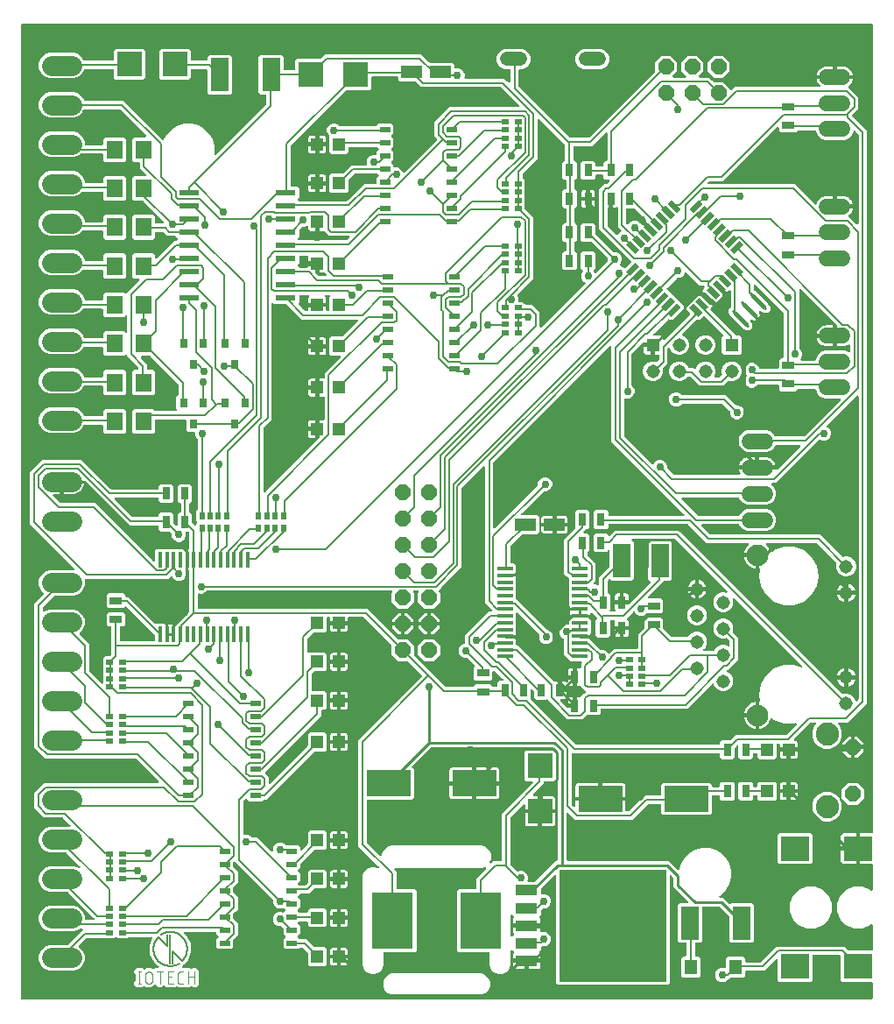
<source format=gbr>
G04 EAGLE Gerber RS-274X export*
G75*
%MOMM*%
%FSLAX34Y34*%
%LPD*%
%INTop Copper*%
%IPPOS*%
%AMOC8*
5,1,8,0,0,1.08239X$1,22.5*%
G01*
%ADD10R,1.200000X1.200000*%
%ADD11R,1.270000X1.470000*%
%ADD12R,0.800000X1.200000*%
%ADD13R,1.780000X3.200000*%
%ADD14R,2.800000X2.400000*%
%ADD15R,1.200000X0.800000*%
%ADD16R,1.308000X1.308000*%
%ADD17C,1.308000*%
%ADD18R,1.500000X0.400000*%
%ADD19R,1.700000X3.300000*%
%ADD20R,2.000000X1.200000*%
%ADD21C,2.100000*%
%ADD22C,1.524000*%
%ADD23R,1.270000X0.558800*%
%ADD24R,0.558800X1.270000*%
%ADD25C,0.450000*%
%ADD26C,0.254000*%
%ADD27R,4.300000X2.500000*%
%ADD28R,4.000000X5.500000*%
%ADD29R,10.410000X10.800000*%
%ADD30R,2.159000X1.066800*%
%ADD31R,2.400000X2.400000*%
%ADD32C,0.127000*%
%ADD33C,0.101600*%
%ADD34P,1.649562X8X112.500000*%
%ADD35C,2.247900*%
%ADD36P,1.632244X8X22.500000*%
%ADD37C,1.320800*%
%ADD38R,1.000000X0.500000*%
%ADD39R,0.400000X1.500000*%
%ADD40C,1.905000*%
%ADD41R,0.650000X0.500000*%
%ADD42R,0.500000X0.650000*%
%ADD43R,1.600000X1.800000*%
%ADD44R,1.981200X0.558800*%
%ADD45P,1.632244X8X112.500000*%
%ADD46R,0.802000X0.972000*%
%ADD47C,0.756400*%
%ADD48C,0.203200*%

G36*
X833120Y10931D02*
X833120Y10931D01*
X833178Y10929D01*
X833260Y10951D01*
X833344Y10963D01*
X833397Y10986D01*
X833453Y11001D01*
X833526Y11044D01*
X833603Y11079D01*
X833648Y11117D01*
X833698Y11146D01*
X833756Y11208D01*
X833820Y11262D01*
X833852Y11311D01*
X833892Y11354D01*
X833931Y11429D01*
X833978Y11499D01*
X833995Y11555D01*
X834022Y11607D01*
X834033Y11675D01*
X834063Y11770D01*
X834066Y11870D01*
X834077Y11938D01*
X834077Y26936D01*
X834069Y26994D01*
X834071Y27052D01*
X834049Y27134D01*
X834037Y27218D01*
X834014Y27271D01*
X833999Y27327D01*
X833956Y27400D01*
X833921Y27477D01*
X833883Y27522D01*
X833854Y27572D01*
X833792Y27630D01*
X833738Y27694D01*
X833689Y27726D01*
X833646Y27766D01*
X833571Y27805D01*
X833501Y27852D01*
X833445Y27869D01*
X833393Y27896D01*
X833325Y27907D01*
X833230Y27937D01*
X833130Y27940D01*
X833062Y27951D01*
X804737Y27951D01*
X802951Y29737D01*
X802951Y53089D01*
X802943Y53146D01*
X802945Y53205D01*
X802923Y53286D01*
X802911Y53370D01*
X802888Y53423D01*
X802873Y53480D01*
X802830Y53552D01*
X802795Y53629D01*
X802757Y53674D01*
X802728Y53724D01*
X802666Y53782D01*
X802612Y53846D01*
X802563Y53879D01*
X802520Y53919D01*
X802445Y53957D01*
X802375Y54004D01*
X802319Y54022D01*
X802267Y54048D01*
X802199Y54060D01*
X802104Y54090D01*
X802004Y54092D01*
X801936Y54104D01*
X777064Y54104D01*
X777006Y54096D01*
X776948Y54097D01*
X776866Y54076D01*
X776782Y54064D01*
X776729Y54040D01*
X776673Y54025D01*
X776600Y53982D01*
X776523Y53948D01*
X776478Y53910D01*
X776428Y53880D01*
X776370Y53818D01*
X776306Y53764D01*
X776274Y53715D01*
X776234Y53673D01*
X776195Y53598D01*
X776148Y53527D01*
X776131Y53472D01*
X776104Y53420D01*
X776093Y53352D01*
X776063Y53256D01*
X776060Y53157D01*
X776049Y53089D01*
X776049Y29737D01*
X774263Y27951D01*
X743737Y27951D01*
X741951Y29737D01*
X741951Y48996D01*
X741947Y49025D01*
X741950Y49055D01*
X741927Y49166D01*
X741911Y49278D01*
X741899Y49305D01*
X741894Y49333D01*
X741842Y49434D01*
X741795Y49537D01*
X741776Y49560D01*
X741763Y49586D01*
X741685Y49668D01*
X741612Y49754D01*
X741587Y49771D01*
X741567Y49792D01*
X741469Y49849D01*
X741375Y49912D01*
X741347Y49921D01*
X741322Y49936D01*
X741212Y49963D01*
X741104Y49998D01*
X741074Y49998D01*
X741046Y50006D01*
X740933Y50002D01*
X740820Y50005D01*
X740791Y49998D01*
X740762Y49997D01*
X740654Y49962D01*
X740545Y49933D01*
X740519Y49918D01*
X740491Y49909D01*
X740428Y49864D01*
X740300Y49788D01*
X740257Y49742D01*
X740218Y49714D01*
X729300Y38796D01*
X711914Y38796D01*
X711856Y38788D01*
X711798Y38790D01*
X711716Y38768D01*
X711632Y38756D01*
X711579Y38733D01*
X711523Y38718D01*
X711450Y38675D01*
X711373Y38640D01*
X711328Y38602D01*
X711278Y38573D01*
X711220Y38511D01*
X711156Y38457D01*
X711124Y38408D01*
X711084Y38365D01*
X711045Y38290D01*
X710998Y38220D01*
X710981Y38164D01*
X710954Y38112D01*
X710943Y38044D01*
X710913Y37949D01*
X710910Y37849D01*
X710899Y37781D01*
X710899Y33887D01*
X709113Y32101D01*
X697513Y32101D01*
X697427Y32089D01*
X697339Y32086D01*
X697286Y32069D01*
X697232Y32061D01*
X697152Y32026D01*
X697069Y31999D01*
X697029Y31971D01*
X696972Y31945D01*
X696859Y31849D01*
X696795Y31804D01*
X695624Y30632D01*
X694853Y30632D01*
X694767Y30620D01*
X694679Y30617D01*
X694627Y30600D01*
X694572Y30592D01*
X694492Y30557D01*
X694409Y30530D01*
X694370Y30502D01*
X694313Y30476D01*
X694199Y30380D01*
X694136Y30335D01*
X692707Y28906D01*
X690196Y27866D01*
X687479Y27866D01*
X684968Y28906D01*
X683047Y30828D01*
X682007Y33338D01*
X682007Y36056D01*
X683047Y38566D01*
X684968Y40488D01*
X687479Y41528D01*
X690196Y41528D01*
X690697Y41320D01*
X690809Y41291D01*
X690918Y41257D01*
X690946Y41256D01*
X690973Y41249D01*
X691087Y41252D01*
X691202Y41249D01*
X691229Y41257D01*
X691257Y41257D01*
X691366Y41292D01*
X691477Y41321D01*
X691501Y41335D01*
X691528Y41344D01*
X691623Y41408D01*
X691722Y41467D01*
X691741Y41487D01*
X691764Y41502D01*
X691838Y41590D01*
X691916Y41674D01*
X691929Y41699D01*
X691947Y41720D01*
X691994Y41825D01*
X692046Y41927D01*
X692050Y41952D01*
X692062Y41980D01*
X692099Y42243D01*
X692101Y42258D01*
X692101Y51113D01*
X693887Y52899D01*
X709113Y52899D01*
X710899Y51113D01*
X710899Y47941D01*
X710907Y47883D01*
X710905Y47825D01*
X710927Y47743D01*
X710939Y47659D01*
X710962Y47606D01*
X710977Y47550D01*
X711020Y47477D01*
X711055Y47400D01*
X711093Y47355D01*
X711122Y47305D01*
X711184Y47247D01*
X711238Y47183D01*
X711287Y47151D01*
X711330Y47111D01*
X711405Y47072D01*
X711475Y47025D01*
X711531Y47008D01*
X711583Y46981D01*
X711651Y46970D01*
X711746Y46940D01*
X711846Y46937D01*
X711914Y46926D01*
X725512Y46926D01*
X725599Y46938D01*
X725686Y46941D01*
X725739Y46958D01*
X725794Y46966D01*
X725874Y47001D01*
X725957Y47028D01*
X725996Y47056D01*
X726053Y47082D01*
X726166Y47178D01*
X726230Y47223D01*
X741240Y62233D01*
X806858Y62233D01*
X810745Y58346D01*
X810815Y58294D01*
X810879Y58234D01*
X810928Y58208D01*
X810972Y58175D01*
X811054Y58144D01*
X811132Y58104D01*
X811180Y58096D01*
X811238Y58074D01*
X811386Y58062D01*
X811463Y58049D01*
X833062Y58049D01*
X833120Y58057D01*
X833178Y58055D01*
X833260Y58077D01*
X833344Y58089D01*
X833397Y58112D01*
X833453Y58127D01*
X833526Y58170D01*
X833603Y58205D01*
X833648Y58243D01*
X833698Y58272D01*
X833756Y58334D01*
X833820Y58388D01*
X833852Y58437D01*
X833892Y58480D01*
X833931Y58555D01*
X833978Y58625D01*
X833995Y58681D01*
X834022Y58733D01*
X834033Y58801D01*
X834063Y58896D01*
X834066Y58996D01*
X834077Y59064D01*
X834077Y82888D01*
X834073Y82918D01*
X834076Y82947D01*
X834053Y83058D01*
X834037Y83170D01*
X834025Y83197D01*
X834020Y83225D01*
X833968Y83326D01*
X833921Y83429D01*
X833902Y83452D01*
X833889Y83478D01*
X833811Y83560D01*
X833738Y83646D01*
X833713Y83663D01*
X833693Y83684D01*
X833595Y83741D01*
X833501Y83804D01*
X833473Y83813D01*
X833448Y83828D01*
X833338Y83856D01*
X833230Y83890D01*
X833200Y83890D01*
X833172Y83898D01*
X833059Y83894D01*
X832946Y83897D01*
X832917Y83890D01*
X832888Y83889D01*
X832780Y83854D01*
X832671Y83825D01*
X832645Y83810D01*
X832617Y83801D01*
X832553Y83756D01*
X832426Y83680D01*
X832383Y83634D01*
X832344Y83606D01*
X831511Y82773D01*
X824042Y79679D01*
X815958Y79679D01*
X808489Y82773D01*
X802773Y88489D01*
X799679Y95958D01*
X799679Y104042D01*
X802773Y111511D01*
X808489Y117227D01*
X815958Y120321D01*
X824042Y120321D01*
X831511Y117227D01*
X832344Y116394D01*
X832368Y116376D01*
X832387Y116354D01*
X832481Y116291D01*
X832571Y116223D01*
X832599Y116212D01*
X832623Y116196D01*
X832731Y116162D01*
X832837Y116122D01*
X832866Y116119D01*
X832894Y116110D01*
X833008Y116107D01*
X833120Y116098D01*
X833149Y116104D01*
X833178Y116103D01*
X833288Y116132D01*
X833399Y116154D01*
X833425Y116167D01*
X833453Y116175D01*
X833551Y116233D01*
X833651Y116285D01*
X833673Y116305D01*
X833698Y116320D01*
X833775Y116403D01*
X833857Y116481D01*
X833872Y116506D01*
X833892Y116527D01*
X833944Y116628D01*
X834001Y116726D01*
X834008Y116754D01*
X834022Y116781D01*
X834035Y116858D01*
X834071Y117001D01*
X834069Y117064D01*
X834077Y117112D01*
X834077Y141444D01*
X834069Y141502D01*
X834071Y141560D01*
X834049Y141642D01*
X834037Y141726D01*
X834014Y141779D01*
X833999Y141835D01*
X833956Y141908D01*
X833921Y141985D01*
X833883Y142030D01*
X833854Y142080D01*
X833792Y142138D01*
X833738Y142202D01*
X833689Y142234D01*
X833646Y142274D01*
X833571Y142313D01*
X833501Y142360D01*
X833445Y142377D01*
X833393Y142404D01*
X833325Y142415D01*
X833230Y142445D01*
X833130Y142448D01*
X833062Y142459D01*
X822031Y142459D01*
X822031Y155984D01*
X822023Y156042D01*
X822024Y156100D01*
X822003Y156182D01*
X821991Y156265D01*
X821967Y156319D01*
X821953Y156375D01*
X821910Y156448D01*
X821875Y156525D01*
X821837Y156569D01*
X821807Y156620D01*
X821746Y156677D01*
X821691Y156742D01*
X821643Y156774D01*
X821600Y156814D01*
X821525Y156853D01*
X821455Y156899D01*
X821399Y156917D01*
X821347Y156944D01*
X821279Y156955D01*
X821184Y156985D01*
X821084Y156988D01*
X821016Y156999D01*
X819999Y156999D01*
X819999Y157001D01*
X821016Y157001D01*
X821074Y157009D01*
X821132Y157008D01*
X821214Y157029D01*
X821297Y157041D01*
X821351Y157065D01*
X821407Y157079D01*
X821480Y157122D01*
X821557Y157157D01*
X821601Y157195D01*
X821652Y157225D01*
X821709Y157286D01*
X821774Y157341D01*
X821806Y157389D01*
X821846Y157432D01*
X821885Y157507D01*
X821931Y157577D01*
X821949Y157633D01*
X821976Y157685D01*
X821987Y157753D01*
X822017Y157848D01*
X822020Y157948D01*
X822031Y158016D01*
X822031Y171541D01*
X833062Y171541D01*
X833120Y171549D01*
X833178Y171547D01*
X833260Y171569D01*
X833344Y171581D01*
X833397Y171604D01*
X833453Y171619D01*
X833526Y171662D01*
X833603Y171697D01*
X833648Y171735D01*
X833698Y171764D01*
X833756Y171826D01*
X833820Y171880D01*
X833852Y171929D01*
X833892Y171972D01*
X833931Y172047D01*
X833978Y172117D01*
X833995Y172173D01*
X834022Y172225D01*
X834033Y172293D01*
X834063Y172388D01*
X834066Y172488D01*
X834077Y172556D01*
X834077Y953062D01*
X834069Y953120D01*
X834071Y953178D01*
X834049Y953260D01*
X834037Y953344D01*
X834014Y953397D01*
X833999Y953453D01*
X833956Y953526D01*
X833921Y953603D01*
X833883Y953648D01*
X833854Y953698D01*
X833792Y953756D01*
X833738Y953820D01*
X833689Y953852D01*
X833646Y953892D01*
X833571Y953931D01*
X833501Y953978D01*
X833445Y953995D01*
X833393Y954022D01*
X833325Y954033D01*
X833230Y954063D01*
X833130Y954066D01*
X833062Y954077D01*
X11938Y954077D01*
X11880Y954069D01*
X11822Y954071D01*
X11740Y954049D01*
X11656Y954037D01*
X11603Y954014D01*
X11547Y953999D01*
X11474Y953956D01*
X11397Y953921D01*
X11352Y953883D01*
X11302Y953854D01*
X11244Y953792D01*
X11180Y953738D01*
X11148Y953689D01*
X11108Y953646D01*
X11069Y953571D01*
X11022Y953501D01*
X11005Y953445D01*
X10978Y953393D01*
X10967Y953325D01*
X10937Y953230D01*
X10934Y953130D01*
X10923Y953062D01*
X10923Y11938D01*
X10931Y11880D01*
X10929Y11822D01*
X10951Y11740D01*
X10963Y11656D01*
X10986Y11603D01*
X11001Y11547D01*
X11044Y11474D01*
X11079Y11397D01*
X11117Y11352D01*
X11146Y11302D01*
X11208Y11244D01*
X11262Y11180D01*
X11311Y11148D01*
X11354Y11108D01*
X11429Y11069D01*
X11499Y11022D01*
X11555Y11005D01*
X11607Y10978D01*
X11675Y10967D01*
X11770Y10937D01*
X11870Y10934D01*
X11938Y10923D01*
X833062Y10923D01*
X833120Y10931D01*
G37*
%LPC*%
G36*
X132377Y22661D02*
X132377Y22661D01*
X130168Y23937D01*
X130104Y23963D01*
X130046Y23997D01*
X129973Y24015D01*
X129904Y24043D01*
X129836Y24050D01*
X129770Y24067D01*
X129696Y24065D01*
X129621Y24072D01*
X129554Y24060D01*
X129486Y24058D01*
X129415Y24035D01*
X129341Y24022D01*
X129280Y23992D01*
X129215Y23971D01*
X129164Y23934D01*
X129087Y23896D01*
X129003Y23819D01*
X128942Y23776D01*
X127828Y22661D01*
X122285Y22661D01*
X120201Y24745D01*
X120201Y27691D01*
X121202Y28692D01*
X121255Y28762D01*
X121315Y28826D01*
X121340Y28875D01*
X121373Y28919D01*
X121404Y29001D01*
X121444Y29079D01*
X121452Y29127D01*
X121474Y29185D01*
X121487Y29333D01*
X121499Y29410D01*
X121499Y34710D01*
X121487Y34797D01*
X121484Y34884D01*
X121467Y34937D01*
X121460Y34991D01*
X121424Y35071D01*
X121397Y35155D01*
X121369Y35194D01*
X121343Y35251D01*
X121248Y35364D01*
X121202Y35428D01*
X120201Y36429D01*
X120201Y39375D01*
X122285Y41459D01*
X127828Y41459D01*
X128942Y40344D01*
X128997Y40303D01*
X129045Y40255D01*
X129110Y40218D01*
X129169Y40173D01*
X129233Y40149D01*
X129293Y40116D01*
X129365Y40099D01*
X129435Y40072D01*
X129503Y40066D01*
X129569Y40051D01*
X129644Y40055D01*
X129718Y40049D01*
X129785Y40062D01*
X129853Y40065D01*
X129912Y40087D01*
X129997Y40104D01*
X130098Y40157D01*
X130168Y40183D01*
X132377Y41459D01*
X136023Y41459D01*
X137964Y40338D01*
X138027Y40312D01*
X138086Y40278D01*
X138159Y40259D01*
X138228Y40232D01*
X138296Y40225D01*
X138362Y40208D01*
X138436Y40210D01*
X138511Y40203D01*
X138578Y40215D01*
X138646Y40217D01*
X138717Y40240D01*
X138791Y40253D01*
X138852Y40283D01*
X138916Y40304D01*
X138967Y40341D01*
X139045Y40379D01*
X139129Y40456D01*
X139190Y40499D01*
X140149Y41459D01*
X143093Y41459D01*
X143171Y41470D01*
X143250Y41471D01*
X143311Y41490D01*
X143374Y41499D01*
X143446Y41531D01*
X143522Y41554D01*
X143576Y41589D01*
X143634Y41615D01*
X143694Y41666D01*
X143760Y41709D01*
X143802Y41757D01*
X143851Y41798D01*
X143895Y41864D01*
X143946Y41924D01*
X143973Y41982D01*
X144008Y42035D01*
X144032Y42110D01*
X144065Y42182D01*
X144075Y42245D01*
X144094Y42306D01*
X144096Y42385D01*
X144108Y42463D01*
X144100Y42526D01*
X144101Y42590D01*
X144081Y42667D01*
X144071Y42745D01*
X144046Y42804D01*
X144030Y42865D01*
X143989Y42933D01*
X143958Y43006D01*
X143922Y43047D01*
X143884Y43110D01*
X143788Y43200D01*
X143737Y43259D01*
X139124Y47045D01*
X135308Y54633D01*
X134897Y63117D01*
X137587Y70071D01*
X137610Y70171D01*
X137641Y70269D01*
X137642Y70309D01*
X137651Y70348D01*
X137646Y70451D01*
X137649Y70553D01*
X137639Y70592D01*
X137637Y70631D01*
X137603Y70729D01*
X137577Y70828D01*
X137557Y70863D01*
X137544Y70900D01*
X137484Y70984D01*
X137432Y71073D01*
X137403Y71100D01*
X137380Y71132D01*
X137299Y71197D01*
X137224Y71267D01*
X137189Y71285D01*
X137158Y71310D01*
X137063Y71350D01*
X136971Y71397D01*
X136936Y71403D01*
X136896Y71420D01*
X136705Y71441D01*
X136640Y71452D01*
X115184Y71452D01*
X115098Y71440D01*
X115010Y71437D01*
X114958Y71420D01*
X114903Y71412D01*
X114823Y71377D01*
X114740Y71350D01*
X114700Y71322D01*
X114643Y71296D01*
X114530Y71200D01*
X114466Y71155D01*
X113263Y69951D01*
X104237Y69951D01*
X103218Y70971D01*
X103171Y71006D01*
X103131Y71048D01*
X103058Y71091D01*
X102991Y71141D01*
X102936Y71162D01*
X102886Y71192D01*
X102804Y71213D01*
X102725Y71243D01*
X102667Y71248D01*
X102610Y71262D01*
X102526Y71259D01*
X102442Y71266D01*
X102384Y71255D01*
X102326Y71253D01*
X102246Y71227D01*
X102163Y71210D01*
X102111Y71183D01*
X102055Y71165D01*
X101999Y71125D01*
X101911Y71079D01*
X101838Y71011D01*
X101782Y70971D01*
X100763Y69951D01*
X91737Y69951D01*
X91554Y70134D01*
X91484Y70187D01*
X91420Y70247D01*
X91371Y70272D01*
X91327Y70305D01*
X91245Y70336D01*
X91167Y70376D01*
X91120Y70384D01*
X91061Y70407D01*
X90913Y70419D01*
X90836Y70432D01*
X74560Y70432D01*
X74473Y70420D01*
X74386Y70417D01*
X74333Y70400D01*
X74278Y70392D01*
X74198Y70356D01*
X74115Y70329D01*
X74076Y70301D01*
X74019Y70276D01*
X73906Y70180D01*
X73842Y70134D01*
X66875Y63168D01*
X66840Y63121D01*
X66797Y63081D01*
X66755Y63008D01*
X66704Y62940D01*
X66683Y62886D01*
X66654Y62835D01*
X66633Y62754D01*
X66603Y62675D01*
X66598Y62616D01*
X66584Y62560D01*
X66586Y62476D01*
X66579Y62391D01*
X66591Y62334D01*
X66593Y62276D01*
X66619Y62195D01*
X66635Y62113D01*
X66662Y62061D01*
X66680Y62005D01*
X66720Y61949D01*
X66766Y61860D01*
X66835Y61788D01*
X66875Y61732D01*
X70184Y58422D01*
X72099Y53801D01*
X72099Y48799D01*
X70184Y44177D01*
X66648Y40641D01*
X62026Y38726D01*
X37974Y38726D01*
X33352Y40641D01*
X29816Y44177D01*
X27901Y48799D01*
X27901Y53801D01*
X29816Y58423D01*
X33352Y61959D01*
X37974Y63874D01*
X55664Y63874D01*
X55750Y63886D01*
X55838Y63889D01*
X55891Y63906D01*
X55945Y63914D01*
X56025Y63949D01*
X56108Y63976D01*
X56148Y64004D01*
X56205Y64030D01*
X56318Y64126D01*
X56382Y64171D01*
X70094Y77883D01*
X70111Y77907D01*
X70134Y77926D01*
X70197Y78020D01*
X70265Y78110D01*
X70275Y78138D01*
X70291Y78162D01*
X70326Y78270D01*
X70366Y78376D01*
X70368Y78405D01*
X70377Y78433D01*
X70380Y78547D01*
X70389Y78659D01*
X70384Y78688D01*
X70384Y78717D01*
X70356Y78827D01*
X70334Y78938D01*
X70320Y78964D01*
X70313Y78992D01*
X70255Y79090D01*
X70203Y79190D01*
X70182Y79212D01*
X70167Y79237D01*
X70085Y79314D01*
X70007Y79396D01*
X69981Y79411D01*
X69960Y79431D01*
X69859Y79483D01*
X69761Y79540D01*
X69733Y79547D01*
X69707Y79561D01*
X69630Y79574D01*
X69486Y79610D01*
X69423Y79608D01*
X69376Y79616D01*
X67944Y79616D01*
X67857Y79604D01*
X67770Y79601D01*
X67717Y79584D01*
X67662Y79576D01*
X67582Y79541D01*
X67499Y79514D01*
X67460Y79486D01*
X67403Y79460D01*
X67290Y79364D01*
X67226Y79319D01*
X66648Y78741D01*
X62026Y76826D01*
X37974Y76826D01*
X33352Y78741D01*
X29816Y82277D01*
X27901Y86899D01*
X27901Y91901D01*
X29816Y96523D01*
X33352Y100059D01*
X37974Y101974D01*
X62026Y101974D01*
X66648Y100059D01*
X70184Y96523D01*
X72099Y91901D01*
X72099Y88761D01*
X72107Y88703D01*
X72105Y88645D01*
X72127Y88563D01*
X72139Y88479D01*
X72162Y88426D01*
X72177Y88370D01*
X72220Y88297D01*
X72255Y88220D01*
X72293Y88175D01*
X72322Y88125D01*
X72384Y88067D01*
X72438Y88003D01*
X72487Y87971D01*
X72530Y87931D01*
X72605Y87892D01*
X72675Y87845D01*
X72731Y87828D01*
X72783Y87801D01*
X72851Y87790D01*
X72946Y87760D01*
X73046Y87757D01*
X73114Y87746D01*
X80601Y87746D01*
X80630Y87750D01*
X80660Y87747D01*
X80771Y87770D01*
X80883Y87786D01*
X80910Y87798D01*
X80938Y87803D01*
X81039Y87855D01*
X81142Y87902D01*
X81165Y87921D01*
X81191Y87934D01*
X81273Y88012D01*
X81359Y88085D01*
X81376Y88110D01*
X81397Y88130D01*
X81454Y88228D01*
X81517Y88322D01*
X81526Y88350D01*
X81541Y88375D01*
X81568Y88485D01*
X81603Y88593D01*
X81603Y88623D01*
X81611Y88651D01*
X81607Y88764D01*
X81610Y88877D01*
X81603Y88906D01*
X81602Y88935D01*
X81567Y89043D01*
X81538Y89152D01*
X81523Y89178D01*
X81514Y89206D01*
X81469Y89269D01*
X81393Y89397D01*
X81347Y89440D01*
X81319Y89479D01*
X56169Y114629D01*
X56099Y114681D01*
X56035Y114741D01*
X55986Y114767D01*
X55942Y114800D01*
X55860Y114831D01*
X55782Y114871D01*
X55735Y114879D01*
X55676Y114901D01*
X55529Y114913D01*
X55451Y114926D01*
X37974Y114926D01*
X33352Y116841D01*
X29816Y120377D01*
X27901Y124999D01*
X27901Y130001D01*
X29816Y134623D01*
X33352Y138159D01*
X37974Y140074D01*
X62026Y140074D01*
X66591Y138183D01*
X66674Y138161D01*
X66754Y138131D01*
X66811Y138126D01*
X66866Y138112D01*
X66952Y138114D01*
X67038Y138107D01*
X67094Y138118D01*
X67150Y138120D01*
X67232Y138146D01*
X67317Y138163D01*
X67367Y138189D01*
X67421Y138207D01*
X67493Y138255D01*
X67569Y138294D01*
X67610Y138333D01*
X67657Y138365D01*
X67713Y138431D01*
X67775Y138490D01*
X67804Y138539D01*
X67840Y138583D01*
X67875Y138661D01*
X67919Y138735D01*
X67933Y138790D01*
X67956Y138842D01*
X67968Y138928D01*
X67989Y139011D01*
X67987Y139068D01*
X67995Y139124D01*
X67982Y139209D01*
X67980Y139295D01*
X67962Y139349D01*
X67954Y139405D01*
X67919Y139484D01*
X67892Y139565D01*
X67864Y139606D01*
X67837Y139664D01*
X67743Y139775D01*
X67697Y139839D01*
X54807Y152729D01*
X54737Y152781D01*
X54673Y152841D01*
X54624Y152867D01*
X54580Y152900D01*
X54498Y152931D01*
X54420Y152971D01*
X54373Y152979D01*
X54314Y153001D01*
X54167Y153013D01*
X54089Y153026D01*
X37974Y153026D01*
X33352Y154941D01*
X29816Y158477D01*
X27901Y163099D01*
X27901Y168101D01*
X29816Y172723D01*
X33352Y176259D01*
X37974Y178174D01*
X57526Y178174D01*
X57555Y178178D01*
X57585Y178175D01*
X57696Y178198D01*
X57808Y178214D01*
X57835Y178226D01*
X57863Y178231D01*
X57964Y178283D01*
X58067Y178330D01*
X58090Y178349D01*
X58116Y178362D01*
X58198Y178440D01*
X58284Y178513D01*
X58301Y178538D01*
X58322Y178558D01*
X58379Y178656D01*
X58442Y178750D01*
X58451Y178778D01*
X58466Y178803D01*
X58493Y178913D01*
X58528Y179021D01*
X58528Y179051D01*
X58536Y179079D01*
X58532Y179192D01*
X58535Y179305D01*
X58528Y179334D01*
X58527Y179363D01*
X58492Y179471D01*
X58463Y179580D01*
X58448Y179606D01*
X58439Y179634D01*
X58394Y179697D01*
X58318Y179825D01*
X58272Y179868D01*
X58244Y179907D01*
X51680Y186471D01*
X51610Y186524D01*
X51546Y186584D01*
X51497Y186609D01*
X51452Y186642D01*
X51371Y186673D01*
X51293Y186713D01*
X51245Y186721D01*
X51187Y186744D01*
X51039Y186756D01*
X50962Y186769D01*
X33013Y186769D01*
X23489Y196293D01*
X23489Y210886D01*
X33013Y220411D01*
X142852Y220411D01*
X142881Y220415D01*
X142910Y220412D01*
X143021Y220435D01*
X143133Y220451D01*
X143160Y220463D01*
X143189Y220468D01*
X143289Y220520D01*
X143393Y220567D01*
X143415Y220586D01*
X143441Y220599D01*
X143523Y220677D01*
X143610Y220750D01*
X143626Y220775D01*
X143647Y220795D01*
X143705Y220893D01*
X143767Y220987D01*
X143776Y221015D01*
X143791Y221040D01*
X143819Y221150D01*
X143853Y221258D01*
X143854Y221288D01*
X143861Y221316D01*
X143858Y221429D01*
X143860Y221542D01*
X143853Y221571D01*
X143852Y221600D01*
X143817Y221708D01*
X143789Y221817D01*
X143774Y221843D01*
X143765Y221871D01*
X143719Y221934D01*
X143643Y222062D01*
X143598Y222105D01*
X143570Y222144D01*
X122094Y243619D01*
X122024Y243672D01*
X121960Y243732D01*
X121911Y243757D01*
X121867Y243790D01*
X121785Y243821D01*
X121707Y243861D01*
X121660Y243869D01*
X121601Y243892D01*
X121454Y243904D01*
X121376Y243917D01*
X34034Y243917D01*
X23489Y254462D01*
X23489Y393556D01*
X32445Y402512D01*
X32480Y402559D01*
X32523Y402599D01*
X32565Y402672D01*
X32616Y402739D01*
X32637Y402794D01*
X32666Y402844D01*
X32687Y402926D01*
X32717Y403005D01*
X32722Y403063D01*
X32737Y403120D01*
X32734Y403204D01*
X32741Y403288D01*
X32729Y403346D01*
X32728Y403404D01*
X32702Y403484D01*
X32685Y403567D01*
X32658Y403619D01*
X32640Y403675D01*
X32600Y403731D01*
X32554Y403819D01*
X32485Y403892D01*
X32445Y403948D01*
X29816Y406578D01*
X27901Y411199D01*
X27901Y416201D01*
X29816Y420823D01*
X33352Y424359D01*
X37974Y426274D01*
X61490Y426274D01*
X61519Y426278D01*
X61548Y426275D01*
X61659Y426298D01*
X61771Y426314D01*
X61798Y426326D01*
X61827Y426331D01*
X61927Y426383D01*
X62031Y426430D01*
X62053Y426449D01*
X62079Y426462D01*
X62161Y426540D01*
X62248Y426613D01*
X62264Y426638D01*
X62285Y426658D01*
X62343Y426756D01*
X62405Y426850D01*
X62414Y426878D01*
X62429Y426903D01*
X62457Y427013D01*
X62491Y427121D01*
X62492Y427151D01*
X62499Y427179D01*
X62496Y427292D01*
X62498Y427405D01*
X62491Y427434D01*
X62490Y427463D01*
X62455Y427571D01*
X62427Y427680D01*
X62412Y427706D01*
X62403Y427734D01*
X62357Y427797D01*
X62281Y427925D01*
X62236Y427968D01*
X62208Y428007D01*
X19407Y470808D01*
X19407Y521118D01*
X30972Y532684D01*
X69037Y532684D01*
X97313Y504407D01*
X97383Y504355D01*
X97447Y504295D01*
X97496Y504269D01*
X97541Y504236D01*
X97622Y504205D01*
X97700Y504165D01*
X97748Y504157D01*
X97806Y504135D01*
X97954Y504123D01*
X98031Y504110D01*
X142936Y504110D01*
X142994Y504118D01*
X143052Y504116D01*
X143134Y504138D01*
X143218Y504150D01*
X143271Y504173D01*
X143327Y504188D01*
X143400Y504231D01*
X143477Y504266D01*
X143522Y504304D01*
X143572Y504333D01*
X143630Y504395D01*
X143694Y504449D01*
X143726Y504498D01*
X143766Y504541D01*
X143805Y504616D01*
X143852Y504686D01*
X143869Y504742D01*
X143896Y504794D01*
X143907Y504862D01*
X143937Y504957D01*
X143940Y505057D01*
X143951Y505125D01*
X143951Y507263D01*
X145737Y509049D01*
X156263Y509049D01*
X158049Y507263D01*
X158049Y492737D01*
X156263Y490951D01*
X145737Y490951D01*
X143951Y492737D01*
X143951Y494965D01*
X143943Y495023D01*
X143945Y495081D01*
X143923Y495163D01*
X143911Y495247D01*
X143888Y495300D01*
X143873Y495356D01*
X143830Y495429D01*
X143795Y495506D01*
X143757Y495551D01*
X143728Y495601D01*
X143666Y495659D01*
X143612Y495723D01*
X143563Y495755D01*
X143520Y495795D01*
X143445Y495834D01*
X143375Y495881D01*
X143319Y495898D01*
X143267Y495925D01*
X143199Y495936D01*
X143104Y495966D01*
X143004Y495969D01*
X142936Y495980D01*
X102068Y495980D01*
X102039Y495976D01*
X102010Y495979D01*
X101899Y495956D01*
X101787Y495940D01*
X101760Y495928D01*
X101731Y495923D01*
X101631Y495871D01*
X101527Y495824D01*
X101505Y495805D01*
X101479Y495792D01*
X101397Y495714D01*
X101310Y495641D01*
X101294Y495616D01*
X101273Y495596D01*
X101215Y495498D01*
X101153Y495404D01*
X101144Y495376D01*
X101129Y495351D01*
X101101Y495241D01*
X101067Y495133D01*
X101066Y495103D01*
X101059Y495075D01*
X101062Y494962D01*
X101060Y494849D01*
X101067Y494820D01*
X101068Y494791D01*
X101103Y494683D01*
X101131Y494574D01*
X101146Y494548D01*
X101155Y494520D01*
X101201Y494457D01*
X101277Y494329D01*
X101322Y494286D01*
X101350Y494247D01*
X117723Y477874D01*
X117793Y477822D01*
X117857Y477762D01*
X117906Y477736D01*
X117951Y477703D01*
X118032Y477672D01*
X118110Y477632D01*
X118158Y477624D01*
X118216Y477602D01*
X118364Y477590D01*
X118441Y477577D01*
X142936Y477577D01*
X142994Y477585D01*
X143052Y477583D01*
X143134Y477605D01*
X143218Y477617D01*
X143271Y477640D01*
X143327Y477655D01*
X143400Y477698D01*
X143477Y477733D01*
X143522Y477771D01*
X143572Y477800D01*
X143630Y477862D01*
X143694Y477916D01*
X143726Y477965D01*
X143766Y478008D01*
X143805Y478083D01*
X143852Y478153D01*
X143869Y478209D01*
X143896Y478261D01*
X143907Y478329D01*
X143937Y478424D01*
X143940Y478524D01*
X143951Y478592D01*
X143951Y479763D01*
X145737Y481549D01*
X156263Y481549D01*
X158049Y479763D01*
X158049Y471646D01*
X158061Y471559D01*
X158064Y471472D01*
X158081Y471419D01*
X158089Y471364D01*
X158124Y471284D01*
X158151Y471201D01*
X158179Y471162D01*
X158205Y471105D01*
X158301Y470992D01*
X158346Y470928D01*
X160218Y469056D01*
X160242Y469038D01*
X160261Y469016D01*
X160355Y468953D01*
X160445Y468885D01*
X160473Y468874D01*
X160497Y468858D01*
X160605Y468824D01*
X160711Y468784D01*
X160740Y468781D01*
X160768Y468772D01*
X160882Y468769D01*
X160994Y468760D01*
X161023Y468766D01*
X161052Y468765D01*
X161162Y468794D01*
X161273Y468816D01*
X161299Y468829D01*
X161327Y468837D01*
X161425Y468895D01*
X161525Y468947D01*
X161547Y468967D01*
X161572Y468982D01*
X161649Y469065D01*
X161731Y469143D01*
X161746Y469168D01*
X161766Y469189D01*
X161818Y469290D01*
X161875Y469388D01*
X161882Y469416D01*
X161896Y469443D01*
X161909Y469520D01*
X161945Y469664D01*
X161943Y469726D01*
X161951Y469774D01*
X161951Y479763D01*
X163737Y481549D01*
X164323Y481549D01*
X164381Y481557D01*
X164439Y481555D01*
X164521Y481577D01*
X164605Y481589D01*
X164658Y481612D01*
X164714Y481627D01*
X164787Y481670D01*
X164864Y481705D01*
X164909Y481743D01*
X164959Y481772D01*
X165017Y481834D01*
X165081Y481888D01*
X165113Y481937D01*
X165153Y481980D01*
X165192Y482055D01*
X165239Y482125D01*
X165256Y482181D01*
X165283Y482233D01*
X165294Y482301D01*
X165324Y482396D01*
X165327Y482496D01*
X165338Y482564D01*
X165338Y489936D01*
X165330Y489994D01*
X165332Y490052D01*
X165310Y490134D01*
X165298Y490218D01*
X165275Y490271D01*
X165260Y490327D01*
X165217Y490400D01*
X165182Y490477D01*
X165144Y490522D01*
X165115Y490572D01*
X165053Y490630D01*
X164999Y490694D01*
X164950Y490726D01*
X164907Y490766D01*
X164832Y490805D01*
X164762Y490852D01*
X164706Y490869D01*
X164654Y490896D01*
X164586Y490907D01*
X164491Y490937D01*
X164391Y490940D01*
X164323Y490951D01*
X163737Y490951D01*
X161951Y492737D01*
X161951Y507263D01*
X163737Y509049D01*
X174263Y509049D01*
X176049Y507263D01*
X176049Y492737D01*
X174227Y490915D01*
X174201Y490911D01*
X174148Y490888D01*
X174092Y490873D01*
X174019Y490830D01*
X173942Y490795D01*
X173897Y490757D01*
X173847Y490728D01*
X173789Y490666D01*
X173725Y490612D01*
X173693Y490563D01*
X173653Y490520D01*
X173614Y490445D01*
X173567Y490375D01*
X173550Y490319D01*
X173523Y490267D01*
X173512Y490199D01*
X173482Y490104D01*
X173479Y490004D01*
X173468Y489936D01*
X173468Y482564D01*
X173476Y482506D01*
X173474Y482448D01*
X173496Y482366D01*
X173508Y482282D01*
X173531Y482229D01*
X173546Y482173D01*
X173589Y482100D01*
X173624Y482023D01*
X173662Y481978D01*
X173691Y481928D01*
X173753Y481870D01*
X173807Y481806D01*
X173856Y481774D01*
X173899Y481734D01*
X173974Y481695D01*
X174044Y481648D01*
X174100Y481631D01*
X174152Y481604D01*
X174219Y481593D01*
X176049Y479763D01*
X176049Y472015D01*
X176061Y471928D01*
X176064Y471841D01*
X176081Y471788D01*
X176089Y471733D01*
X176124Y471653D01*
X176151Y471570D01*
X176179Y471531D01*
X176205Y471474D01*
X176301Y471360D01*
X176346Y471297D01*
X178218Y469425D01*
X178242Y469407D01*
X178261Y469385D01*
X178355Y469322D01*
X178445Y469254D01*
X178473Y469243D01*
X178497Y469227D01*
X178605Y469193D01*
X178711Y469153D01*
X178740Y469150D01*
X178768Y469141D01*
X178882Y469138D01*
X178994Y469129D01*
X179023Y469135D01*
X179052Y469134D01*
X179162Y469163D01*
X179273Y469185D01*
X179299Y469198D01*
X179327Y469206D01*
X179425Y469264D01*
X179525Y469316D01*
X179547Y469336D01*
X179572Y469351D01*
X179649Y469434D01*
X179731Y469512D01*
X179746Y469537D01*
X179766Y469558D01*
X179818Y469659D01*
X179875Y469757D01*
X179882Y469785D01*
X179896Y469812D01*
X179909Y469889D01*
X179945Y470033D01*
X179943Y470095D01*
X179951Y470143D01*
X179951Y470763D01*
X180971Y471782D01*
X181006Y471829D01*
X181048Y471869D01*
X181091Y471942D01*
X181141Y472009D01*
X181162Y472064D01*
X181192Y472114D01*
X181213Y472196D01*
X181243Y472275D01*
X181248Y472333D01*
X181262Y472390D01*
X181259Y472474D01*
X181266Y472558D01*
X181255Y472616D01*
X181253Y472674D01*
X181227Y472754D01*
X181210Y472837D01*
X181183Y472889D01*
X181165Y472945D01*
X181125Y473001D01*
X181079Y473089D01*
X181011Y473162D01*
X180971Y473218D01*
X179951Y474237D01*
X179951Y483263D01*
X181369Y484680D01*
X181421Y484750D01*
X181481Y484814D01*
X181507Y484864D01*
X181540Y484908D01*
X181571Y484989D01*
X181611Y485067D01*
X181619Y485115D01*
X181641Y485173D01*
X181653Y485321D01*
X181666Y485398D01*
X181666Y552198D01*
X181654Y552284D01*
X181651Y552372D01*
X181634Y552424D01*
X181626Y552479D01*
X181591Y552559D01*
X181564Y552642D01*
X181536Y552681D01*
X181510Y552738D01*
X181414Y552852D01*
X181369Y552915D01*
X179940Y554344D01*
X178900Y556855D01*
X178900Y558576D01*
X178892Y558634D01*
X178894Y558692D01*
X178872Y558774D01*
X178860Y558858D01*
X178837Y558911D01*
X178822Y558967D01*
X178779Y559040D01*
X178744Y559117D01*
X178706Y559162D01*
X178677Y559212D01*
X178615Y559270D01*
X178561Y559334D01*
X178512Y559366D01*
X178469Y559406D01*
X178394Y559445D01*
X178324Y559492D01*
X178268Y559509D01*
X178216Y559536D01*
X178148Y559547D01*
X178053Y559577D01*
X177953Y559580D01*
X177885Y559591D01*
X172227Y559591D01*
X170441Y561377D01*
X170441Y570482D01*
X170433Y570540D01*
X170435Y570598D01*
X170413Y570680D01*
X170401Y570764D01*
X170378Y570817D01*
X170363Y570873D01*
X170320Y570946D01*
X170285Y571023D01*
X170247Y571068D01*
X170218Y571118D01*
X170156Y571176D01*
X170102Y571240D01*
X170053Y571272D01*
X170010Y571312D01*
X169935Y571351D01*
X169865Y571398D01*
X169809Y571415D01*
X169757Y571442D01*
X169689Y571453D01*
X169594Y571483D01*
X169494Y571486D01*
X169426Y571497D01*
X141064Y571497D01*
X141006Y571489D01*
X140948Y571491D01*
X140866Y571469D01*
X140782Y571457D01*
X140729Y571434D01*
X140673Y571419D01*
X140600Y571376D01*
X140523Y571341D01*
X140478Y571303D01*
X140428Y571274D01*
X140370Y571212D01*
X140306Y571158D01*
X140274Y571109D01*
X140234Y571066D01*
X140195Y570991D01*
X140148Y570921D01*
X140131Y570865D01*
X140104Y570813D01*
X140093Y570745D01*
X140063Y570650D01*
X140060Y570550D01*
X140049Y570482D01*
X140049Y559737D01*
X138263Y557951D01*
X119737Y557951D01*
X117951Y559737D01*
X117951Y580263D01*
X119737Y582049D01*
X138263Y582049D01*
X140200Y580111D01*
X140205Y580101D01*
X140243Y580056D01*
X140272Y580006D01*
X140334Y579948D01*
X140388Y579884D01*
X140437Y579852D01*
X140480Y579812D01*
X140555Y579773D01*
X140625Y579726D01*
X140681Y579709D01*
X140733Y579682D01*
X140801Y579671D01*
X140896Y579641D01*
X140996Y579638D01*
X141064Y579627D01*
X160241Y579627D01*
X160270Y579631D01*
X160299Y579628D01*
X160410Y579651D01*
X160522Y579667D01*
X160549Y579679D01*
X160578Y579684D01*
X160678Y579736D01*
X160782Y579783D01*
X160804Y579802D01*
X160830Y579815D01*
X160912Y579893D01*
X160999Y579966D01*
X161015Y579991D01*
X161036Y580011D01*
X161093Y580109D01*
X161156Y580203D01*
X161165Y580231D01*
X161180Y580256D01*
X161208Y580366D01*
X161242Y580474D01*
X161243Y580503D01*
X161250Y580532D01*
X161246Y580645D01*
X161249Y580758D01*
X161242Y580787D01*
X161241Y580816D01*
X161206Y580924D01*
X161177Y581033D01*
X161162Y581059D01*
X161153Y581087D01*
X161108Y581150D01*
X161032Y581278D01*
X160987Y581321D01*
X160959Y581360D01*
X160941Y581377D01*
X160941Y593623D01*
X163000Y595681D01*
X163052Y595751D01*
X163112Y595815D01*
X163138Y595865D01*
X163171Y595909D01*
X163202Y595990D01*
X163242Y596068D01*
X163250Y596116D01*
X163272Y596174D01*
X163284Y596322D01*
X163297Y596399D01*
X163297Y605093D01*
X163285Y605180D01*
X163282Y605267D01*
X163265Y605320D01*
X163257Y605375D01*
X163222Y605455D01*
X163195Y605538D01*
X163167Y605577D01*
X163141Y605634D01*
X163045Y605747D01*
X163000Y605811D01*
X136157Y632654D01*
X136087Y632706D01*
X136024Y632766D01*
X135974Y632792D01*
X135930Y632825D01*
X135848Y632856D01*
X135770Y632896D01*
X135723Y632904D01*
X135664Y632926D01*
X135517Y632938D01*
X135439Y632951D01*
X127357Y632951D01*
X127328Y632947D01*
X127298Y632950D01*
X127187Y632927D01*
X127075Y632911D01*
X127048Y632899D01*
X127020Y632894D01*
X126919Y632842D01*
X126816Y632795D01*
X126793Y632776D01*
X126767Y632763D01*
X126685Y632685D01*
X126599Y632612D01*
X126582Y632587D01*
X126561Y632567D01*
X126504Y632469D01*
X126441Y632375D01*
X126432Y632347D01*
X126417Y632322D01*
X126390Y632212D01*
X126355Y632104D01*
X126355Y632074D01*
X126347Y632046D01*
X126351Y631933D01*
X126348Y631820D01*
X126355Y631791D01*
X126356Y631762D01*
X126391Y631654D01*
X126420Y631545D01*
X126435Y631519D01*
X126444Y631491D01*
X126489Y631428D01*
X126565Y631300D01*
X126611Y631257D01*
X126639Y631218D01*
X132648Y625209D01*
X132648Y620564D01*
X132656Y620506D01*
X132654Y620448D01*
X132676Y620366D01*
X132688Y620282D01*
X132711Y620229D01*
X132726Y620173D01*
X132769Y620100D01*
X132804Y620023D01*
X132842Y619978D01*
X132871Y619928D01*
X132933Y619870D01*
X132987Y619806D01*
X133036Y619774D01*
X133079Y619734D01*
X133154Y619695D01*
X133224Y619648D01*
X133280Y619631D01*
X133332Y619604D01*
X133400Y619593D01*
X133495Y619563D01*
X133595Y619560D01*
X133663Y619549D01*
X138263Y619549D01*
X140049Y617763D01*
X140049Y597237D01*
X138263Y595451D01*
X119737Y595451D01*
X117951Y597237D01*
X117951Y617763D01*
X119737Y619549D01*
X123503Y619549D01*
X123561Y619557D01*
X123619Y619555D01*
X123701Y619577D01*
X123785Y619589D01*
X123838Y619612D01*
X123894Y619627D01*
X123967Y619670D01*
X124044Y619705D01*
X124089Y619743D01*
X124139Y619772D01*
X124197Y619834D01*
X124261Y619888D01*
X124293Y619937D01*
X124333Y619980D01*
X124372Y620055D01*
X124419Y620125D01*
X124436Y620181D01*
X124463Y620233D01*
X124474Y620301D01*
X124504Y620396D01*
X124507Y620496D01*
X124518Y620564D01*
X124518Y621421D01*
X124506Y621508D01*
X124503Y621595D01*
X124486Y621648D01*
X124478Y621703D01*
X124443Y621783D01*
X124416Y621866D01*
X124388Y621905D01*
X124362Y621962D01*
X124266Y622075D01*
X124221Y622139D01*
X113293Y633067D01*
X113293Y633530D01*
X113289Y633559D01*
X113291Y633588D01*
X113269Y633700D01*
X113253Y633812D01*
X113241Y633838D01*
X113235Y633867D01*
X113183Y633968D01*
X113137Y634071D01*
X113118Y634093D01*
X113104Y634120D01*
X113026Y634202D01*
X112953Y634288D01*
X112929Y634304D01*
X112908Y634326D01*
X112811Y634383D01*
X112716Y634446D01*
X112688Y634455D01*
X112663Y634469D01*
X112554Y634497D01*
X112445Y634531D01*
X112416Y634532D01*
X112388Y634539D01*
X112275Y634536D01*
X112161Y634539D01*
X112133Y634531D01*
X112103Y634530D01*
X111995Y634496D01*
X111886Y634467D01*
X111861Y634452D01*
X111833Y634443D01*
X111769Y634397D01*
X111642Y634322D01*
X111599Y634276D01*
X111560Y634248D01*
X110263Y632951D01*
X91737Y632951D01*
X89951Y634737D01*
X89951Y640897D01*
X89943Y640954D01*
X89945Y641013D01*
X89923Y641094D01*
X89911Y641178D01*
X89888Y641231D01*
X89873Y641288D01*
X89830Y641360D01*
X89795Y641437D01*
X89757Y641482D01*
X89728Y641532D01*
X89666Y641590D01*
X89612Y641654D01*
X89563Y641687D01*
X89520Y641727D01*
X89445Y641765D01*
X89375Y641812D01*
X89319Y641830D01*
X89267Y641856D01*
X89199Y641868D01*
X89104Y641898D01*
X89004Y641900D01*
X88936Y641912D01*
X71602Y641912D01*
X71600Y641912D01*
X71599Y641912D01*
X71459Y641892D01*
X71320Y641872D01*
X71319Y641871D01*
X71317Y641871D01*
X71191Y641814D01*
X71061Y641756D01*
X71060Y641755D01*
X71058Y641754D01*
X70951Y641663D01*
X70844Y641572D01*
X70843Y641571D01*
X70842Y641570D01*
X70834Y641557D01*
X70686Y641335D01*
X70677Y641306D01*
X70664Y641285D01*
X70184Y640128D01*
X66648Y636591D01*
X62026Y634676D01*
X37974Y634676D01*
X33352Y636591D01*
X29816Y640127D01*
X27901Y644749D01*
X27901Y649751D01*
X29816Y654373D01*
X33352Y657909D01*
X37974Y659824D01*
X62026Y659824D01*
X66648Y657909D01*
X70184Y654373D01*
X71719Y650668D01*
X71720Y650667D01*
X71720Y650665D01*
X71792Y650543D01*
X71863Y650423D01*
X71865Y650422D01*
X71865Y650421D01*
X71969Y650323D01*
X72070Y650228D01*
X72072Y650227D01*
X72073Y650226D01*
X72198Y650162D01*
X72323Y650098D01*
X72324Y650097D01*
X72326Y650097D01*
X72341Y650094D01*
X72602Y650043D01*
X72632Y650045D01*
X72657Y650041D01*
X88936Y650041D01*
X88994Y650049D01*
X89052Y650048D01*
X89134Y650069D01*
X89218Y650081D01*
X89271Y650105D01*
X89327Y650120D01*
X89400Y650163D01*
X89477Y650197D01*
X89522Y650235D01*
X89572Y650265D01*
X89630Y650327D01*
X89694Y650381D01*
X89726Y650430D01*
X89766Y650472D01*
X89805Y650547D01*
X89852Y650618D01*
X89869Y650673D01*
X89896Y650725D01*
X89907Y650793D01*
X89937Y650889D01*
X89940Y650988D01*
X89951Y651056D01*
X89951Y655263D01*
X91737Y657049D01*
X110263Y657049D01*
X111560Y655752D01*
X111583Y655734D01*
X111602Y655712D01*
X111696Y655649D01*
X111787Y655581D01*
X111814Y655571D01*
X111839Y655554D01*
X111947Y655520D01*
X112052Y655480D01*
X112082Y655477D01*
X112110Y655469D01*
X112223Y655466D01*
X112336Y655456D01*
X112364Y655462D01*
X112394Y655461D01*
X112503Y655490D01*
X112615Y655512D01*
X112641Y655526D01*
X112669Y655533D01*
X112766Y655591D01*
X112867Y655643D01*
X112888Y655663D01*
X112913Y655678D01*
X112991Y655761D01*
X113073Y655839D01*
X113088Y655864D01*
X113108Y655886D01*
X113159Y655986D01*
X113217Y656084D01*
X113224Y656113D01*
X113237Y656139D01*
X113250Y656216D01*
X113287Y656360D01*
X113285Y656422D01*
X113293Y656470D01*
X113293Y671030D01*
X113289Y671059D01*
X113291Y671088D01*
X113269Y671200D01*
X113253Y671312D01*
X113241Y671338D01*
X113235Y671367D01*
X113183Y671468D01*
X113137Y671571D01*
X113118Y671593D01*
X113104Y671620D01*
X113026Y671702D01*
X112953Y671788D01*
X112929Y671804D01*
X112908Y671826D01*
X112811Y671883D01*
X112716Y671946D01*
X112688Y671955D01*
X112663Y671969D01*
X112554Y671997D01*
X112445Y672031D01*
X112416Y672032D01*
X112388Y672039D01*
X112275Y672036D01*
X112161Y672039D01*
X112133Y672031D01*
X112103Y672030D01*
X111995Y671996D01*
X111886Y671967D01*
X111861Y671952D01*
X111833Y671943D01*
X111769Y671897D01*
X111642Y671822D01*
X111599Y671776D01*
X111560Y671748D01*
X110263Y670451D01*
X91737Y670451D01*
X89951Y672237D01*
X89951Y677635D01*
X89943Y677692D01*
X89945Y677751D01*
X89923Y677832D01*
X89911Y677916D01*
X89888Y677969D01*
X89873Y678026D01*
X89830Y678098D01*
X89795Y678175D01*
X89757Y678220D01*
X89728Y678270D01*
X89666Y678328D01*
X89612Y678392D01*
X89563Y678425D01*
X89520Y678465D01*
X89445Y678503D01*
X89375Y678550D01*
X89319Y678568D01*
X89267Y678594D01*
X89199Y678606D01*
X89104Y678636D01*
X89004Y678638D01*
X88936Y678650D01*
X71027Y678650D01*
X70941Y678638D01*
X70853Y678635D01*
X70801Y678618D01*
X70746Y678610D01*
X70666Y678574D01*
X70583Y678547D01*
X70543Y678519D01*
X70486Y678494D01*
X70373Y678398D01*
X70309Y678352D01*
X66647Y674691D01*
X62026Y672776D01*
X37974Y672776D01*
X33352Y674691D01*
X29816Y678227D01*
X27901Y682849D01*
X27901Y687851D01*
X29816Y692473D01*
X33352Y696009D01*
X37974Y697924D01*
X62026Y697924D01*
X66648Y696009D01*
X70184Y692473D01*
X72099Y687851D01*
X72099Y687794D01*
X72107Y687737D01*
X72105Y687678D01*
X72127Y687597D01*
X72139Y687513D01*
X72162Y687460D01*
X72177Y687403D01*
X72220Y687331D01*
X72255Y687254D01*
X72293Y687209D01*
X72322Y687159D01*
X72384Y687101D01*
X72438Y687037D01*
X72487Y687004D01*
X72530Y686964D01*
X72605Y686926D01*
X72675Y686879D01*
X72731Y686861D01*
X72783Y686835D01*
X72851Y686823D01*
X72946Y686793D01*
X73046Y686791D01*
X73114Y686779D01*
X88936Y686779D01*
X88994Y686787D01*
X89052Y686786D01*
X89134Y686807D01*
X89218Y686819D01*
X89271Y686843D01*
X89327Y686858D01*
X89400Y686901D01*
X89477Y686935D01*
X89522Y686973D01*
X89572Y687003D01*
X89630Y687065D01*
X89694Y687119D01*
X89726Y687168D01*
X89766Y687210D01*
X89805Y687285D01*
X89852Y687356D01*
X89869Y687411D01*
X89896Y687463D01*
X89907Y687531D01*
X89937Y687627D01*
X89940Y687726D01*
X89951Y687794D01*
X89951Y692763D01*
X91737Y694549D01*
X110263Y694549D01*
X111560Y693252D01*
X111583Y693234D01*
X111602Y693212D01*
X111696Y693149D01*
X111787Y693081D01*
X111814Y693071D01*
X111839Y693054D01*
X111947Y693020D01*
X112052Y692980D01*
X112082Y692977D01*
X112110Y692969D01*
X112223Y692966D01*
X112336Y692956D01*
X112364Y692962D01*
X112394Y692961D01*
X112503Y692990D01*
X112615Y693012D01*
X112641Y693026D01*
X112669Y693033D01*
X112766Y693091D01*
X112867Y693143D01*
X112888Y693163D01*
X112913Y693178D01*
X112991Y693261D01*
X113073Y693339D01*
X113088Y693364D01*
X113108Y693386D01*
X113159Y693486D01*
X113217Y693584D01*
X113224Y693613D01*
X113237Y693639D01*
X113250Y693716D01*
X113287Y693860D01*
X113285Y693922D01*
X113293Y693970D01*
X113293Y694603D01*
X124908Y706218D01*
X124925Y706242D01*
X124948Y706261D01*
X125011Y706355D01*
X125079Y706445D01*
X125089Y706473D01*
X125105Y706497D01*
X125140Y706605D01*
X125180Y706711D01*
X125182Y706740D01*
X125191Y706768D01*
X125194Y706882D01*
X125203Y706994D01*
X125198Y707023D01*
X125198Y707052D01*
X125170Y707162D01*
X125148Y707273D01*
X125134Y707299D01*
X125127Y707327D01*
X125069Y707425D01*
X125017Y707525D01*
X124996Y707547D01*
X124981Y707572D01*
X124899Y707649D01*
X124821Y707731D01*
X124795Y707746D01*
X124774Y707766D01*
X124673Y707818D01*
X124575Y707875D01*
X124547Y707882D01*
X124521Y707896D01*
X124444Y707909D01*
X124300Y707945D01*
X124237Y707943D01*
X124190Y707951D01*
X119737Y707951D01*
X117951Y709737D01*
X117951Y730263D01*
X119737Y732049D01*
X138263Y732049D01*
X140049Y730263D01*
X140049Y727892D01*
X140053Y727863D01*
X140050Y727834D01*
X140073Y727723D01*
X140089Y727611D01*
X140101Y727584D01*
X140106Y727555D01*
X140158Y727455D01*
X140205Y727351D01*
X140224Y727329D01*
X140237Y727303D01*
X140315Y727221D01*
X140388Y727134D01*
X140413Y727118D01*
X140433Y727097D01*
X140531Y727039D01*
X140625Y726977D01*
X140653Y726968D01*
X140678Y726953D01*
X140788Y726925D01*
X140896Y726891D01*
X140926Y726890D01*
X140954Y726883D01*
X141067Y726886D01*
X141180Y726884D01*
X141209Y726891D01*
X141238Y726892D01*
X141346Y726927D01*
X141455Y726955D01*
X141481Y726970D01*
X141509Y726979D01*
X141572Y727025D01*
X141700Y727101D01*
X141743Y727146D01*
X141782Y727174D01*
X155856Y741249D01*
X155857Y741249D01*
X158535Y743927D01*
X159759Y743927D01*
X159846Y743939D01*
X159933Y743942D01*
X159986Y743959D01*
X160041Y743967D01*
X160120Y744003D01*
X160204Y744030D01*
X160243Y744058D01*
X160300Y744083D01*
X160413Y744179D01*
X160477Y744225D01*
X161885Y745632D01*
X161920Y745679D01*
X161962Y745719D01*
X162005Y745792D01*
X162055Y745859D01*
X162076Y745914D01*
X162106Y745964D01*
X162127Y746046D01*
X162157Y746125D01*
X162162Y746183D01*
X162176Y746240D01*
X162173Y746324D01*
X162180Y746408D01*
X162169Y746466D01*
X162167Y746524D01*
X162141Y746604D01*
X162124Y746687D01*
X162097Y746739D01*
X162079Y746795D01*
X162039Y746851D01*
X161993Y746939D01*
X161925Y747012D01*
X161885Y747068D01*
X160186Y748767D01*
X160116Y748819D01*
X160052Y748879D01*
X160002Y748905D01*
X159958Y748938D01*
X159877Y748969D01*
X159799Y749009D01*
X159751Y749017D01*
X159693Y749039D01*
X159545Y749051D01*
X159468Y749064D01*
X152412Y749064D01*
X148627Y752849D01*
X148557Y752901D01*
X148493Y752961D01*
X148444Y752987D01*
X148400Y753020D01*
X148318Y753051D01*
X148240Y753091D01*
X148193Y753099D01*
X148134Y753121D01*
X147987Y753133D01*
X147909Y753146D01*
X141064Y753146D01*
X141006Y753138D01*
X140948Y753140D01*
X140866Y753118D01*
X140782Y753106D01*
X140729Y753083D01*
X140673Y753068D01*
X140600Y753025D01*
X140523Y752990D01*
X140478Y752952D01*
X140428Y752923D01*
X140370Y752861D01*
X140306Y752807D01*
X140274Y752758D01*
X140234Y752715D01*
X140195Y752640D01*
X140148Y752570D01*
X140131Y752514D01*
X140104Y752462D01*
X140093Y752394D01*
X140063Y752299D01*
X140060Y752199D01*
X140049Y752131D01*
X140049Y747237D01*
X138263Y745451D01*
X119737Y745451D01*
X117951Y747237D01*
X117951Y767763D01*
X119737Y769549D01*
X138263Y769549D01*
X140049Y767763D01*
X140049Y762291D01*
X140057Y762233D01*
X140055Y762175D01*
X140077Y762093D01*
X140089Y762009D01*
X140112Y761956D01*
X140127Y761900D01*
X140170Y761827D01*
X140205Y761750D01*
X140243Y761705D01*
X140272Y761655D01*
X140334Y761597D01*
X140388Y761533D01*
X140437Y761501D01*
X140480Y761461D01*
X140555Y761422D01*
X140625Y761375D01*
X140681Y761358D01*
X140733Y761331D01*
X140801Y761320D01*
X140896Y761290D01*
X140996Y761287D01*
X141064Y761276D01*
X147954Y761276D01*
X147983Y761280D01*
X148013Y761277D01*
X148124Y761300D01*
X148236Y761316D01*
X148263Y761328D01*
X148291Y761333D01*
X148392Y761385D01*
X148495Y761432D01*
X148518Y761451D01*
X148544Y761464D01*
X148626Y761542D01*
X148712Y761615D01*
X148728Y761640D01*
X148750Y761660D01*
X148807Y761758D01*
X148870Y761852D01*
X148879Y761880D01*
X148894Y761905D01*
X148921Y762015D01*
X148956Y762123D01*
X148956Y762153D01*
X148964Y762181D01*
X148960Y762294D01*
X148963Y762407D01*
X148956Y762436D01*
X148955Y762465D01*
X148920Y762573D01*
X148891Y762682D01*
X148876Y762708D01*
X148867Y762736D01*
X148822Y762799D01*
X148746Y762927D01*
X148700Y762970D01*
X148672Y763009D01*
X129027Y782654D01*
X128957Y782706D01*
X128894Y782766D01*
X128844Y782792D01*
X128800Y782825D01*
X128718Y782856D01*
X128640Y782896D01*
X128593Y782904D01*
X128534Y782926D01*
X128387Y782938D01*
X128309Y782951D01*
X119737Y782951D01*
X117951Y784737D01*
X117951Y805263D01*
X119737Y807049D01*
X130755Y807049D01*
X130784Y807053D01*
X130814Y807050D01*
X130925Y807073D01*
X131037Y807089D01*
X131064Y807101D01*
X131092Y807106D01*
X131193Y807158D01*
X131296Y807205D01*
X131319Y807224D01*
X131345Y807237D01*
X131427Y807315D01*
X131513Y807388D01*
X131530Y807413D01*
X131551Y807433D01*
X131608Y807531D01*
X131671Y807625D01*
X131680Y807653D01*
X131695Y807678D01*
X131722Y807788D01*
X131757Y807896D01*
X131757Y807926D01*
X131765Y807954D01*
X131761Y808067D01*
X131764Y808180D01*
X131757Y808209D01*
X131756Y808238D01*
X131721Y808346D01*
X131692Y808455D01*
X131677Y808481D01*
X131668Y808509D01*
X131623Y808572D01*
X131547Y808700D01*
X131501Y808743D01*
X131473Y808782D01*
X125539Y814716D01*
X125539Y819436D01*
X125531Y819494D01*
X125532Y819552D01*
X125511Y819634D01*
X125499Y819718D01*
X125475Y819771D01*
X125460Y819827D01*
X125417Y819900D01*
X125383Y819977D01*
X125345Y820022D01*
X125315Y820072D01*
X125253Y820130D01*
X125199Y820194D01*
X125150Y820226D01*
X125108Y820266D01*
X125033Y820305D01*
X124962Y820352D01*
X124907Y820369D01*
X124855Y820396D01*
X124787Y820407D01*
X124691Y820437D01*
X124592Y820440D01*
X124524Y820451D01*
X119737Y820451D01*
X117951Y822237D01*
X117951Y842763D01*
X119737Y844549D01*
X131014Y844549D01*
X131043Y844553D01*
X131072Y844550D01*
X131183Y844573D01*
X131295Y844589D01*
X131322Y844601D01*
X131351Y844606D01*
X131451Y844658D01*
X131555Y844705D01*
X131577Y844724D01*
X131603Y844737D01*
X131685Y844815D01*
X131772Y844888D01*
X131788Y844913D01*
X131809Y844933D01*
X131867Y845031D01*
X131929Y845125D01*
X131938Y845153D01*
X131953Y845178D01*
X131981Y845288D01*
X132015Y845396D01*
X132016Y845426D01*
X132023Y845454D01*
X132020Y845567D01*
X132022Y845680D01*
X132015Y845709D01*
X132014Y845738D01*
X131979Y845846D01*
X131951Y845955D01*
X131936Y845981D01*
X131927Y846009D01*
X131881Y846072D01*
X131805Y846200D01*
X131760Y846243D01*
X131732Y846282D01*
X106787Y871227D01*
X106717Y871279D01*
X106653Y871339D01*
X106604Y871365D01*
X106560Y871398D01*
X106478Y871429D01*
X106400Y871469D01*
X106352Y871477D01*
X106294Y871499D01*
X106146Y871511D01*
X106069Y871524D01*
X72021Y871524D01*
X72020Y871524D01*
X72018Y871524D01*
X71879Y871504D01*
X71740Y871484D01*
X71738Y871484D01*
X71737Y871484D01*
X71611Y871427D01*
X71480Y871368D01*
X71479Y871367D01*
X71478Y871366D01*
X71371Y871275D01*
X71263Y871185D01*
X71263Y871183D01*
X71261Y871182D01*
X71253Y871169D01*
X71106Y870948D01*
X71097Y870919D01*
X71083Y870898D01*
X70184Y868727D01*
X66648Y865191D01*
X62026Y863276D01*
X37974Y863276D01*
X33352Y865191D01*
X29816Y868727D01*
X27901Y873349D01*
X27901Y878351D01*
X29816Y882973D01*
X33352Y886509D01*
X37974Y888424D01*
X62026Y888424D01*
X66648Y886509D01*
X70184Y882973D01*
X71300Y880280D01*
X71300Y880279D01*
X71301Y880278D01*
X71371Y880159D01*
X71444Y880036D01*
X71445Y880035D01*
X71446Y880033D01*
X71550Y879936D01*
X71651Y879840D01*
X71652Y879840D01*
X71653Y879839D01*
X71779Y879774D01*
X71903Y879710D01*
X71905Y879710D01*
X71906Y879709D01*
X71921Y879707D01*
X72182Y879655D01*
X72213Y879658D01*
X72238Y879654D01*
X109857Y879654D01*
X112535Y876975D01*
X147318Y842193D01*
X147476Y842035D01*
X147515Y842005D01*
X147548Y841969D01*
X147628Y841920D01*
X147703Y841864D01*
X147749Y841846D01*
X147790Y841821D01*
X147881Y841796D01*
X147969Y841762D01*
X148017Y841758D01*
X148064Y841745D01*
X148158Y841747D01*
X148252Y841739D01*
X148300Y841748D01*
X148349Y841749D01*
X148439Y841776D01*
X148531Y841795D01*
X148574Y841817D01*
X148621Y841831D01*
X148700Y841882D01*
X148783Y841926D01*
X148818Y841959D01*
X148859Y841986D01*
X148907Y842043D01*
X148989Y842121D01*
X149033Y842196D01*
X149073Y842245D01*
X152366Y847949D01*
X157051Y852634D01*
X162788Y855946D01*
X169188Y857661D01*
X175812Y857661D01*
X182212Y855946D01*
X187949Y852634D01*
X192634Y847949D01*
X195946Y842212D01*
X197661Y835812D01*
X197661Y829188D01*
X197443Y828376D01*
X197441Y828356D01*
X197434Y828338D01*
X197424Y828216D01*
X197409Y828094D01*
X197412Y828074D01*
X197410Y828055D01*
X197434Y827935D01*
X197454Y827813D01*
X197462Y827795D01*
X197466Y827776D01*
X197523Y827667D01*
X197575Y827556D01*
X197588Y827541D01*
X197597Y827524D01*
X197682Y827435D01*
X197763Y827342D01*
X197779Y827332D01*
X197793Y827318D01*
X197899Y827256D01*
X198003Y827189D01*
X198021Y827184D01*
X198038Y827174D01*
X198157Y827144D01*
X198275Y827109D01*
X198295Y827109D01*
X198314Y827104D01*
X198436Y827108D01*
X198559Y827107D01*
X198578Y827112D01*
X198598Y827113D01*
X198714Y827151D01*
X198833Y827184D01*
X198850Y827194D01*
X198868Y827200D01*
X198928Y827243D01*
X199075Y827334D01*
X199109Y827372D01*
X199142Y827395D01*
X247701Y875955D01*
X247754Y876025D01*
X247814Y876089D01*
X247839Y876138D01*
X247872Y876182D01*
X247903Y876264D01*
X247943Y876342D01*
X247951Y876389D01*
X247974Y876448D01*
X247986Y876595D01*
X247999Y876673D01*
X247999Y884936D01*
X247991Y884994D01*
X247992Y885052D01*
X247971Y885134D01*
X247959Y885218D01*
X247935Y885271D01*
X247920Y885327D01*
X247877Y885400D01*
X247843Y885477D01*
X247805Y885522D01*
X247775Y885572D01*
X247713Y885630D01*
X247659Y885694D01*
X247610Y885726D01*
X247568Y885766D01*
X247493Y885805D01*
X247422Y885852D01*
X247367Y885869D01*
X247315Y885896D01*
X247247Y885907D01*
X247151Y885937D01*
X247052Y885940D01*
X246984Y885951D01*
X242237Y885951D01*
X240451Y887737D01*
X240451Y922263D01*
X242237Y924049D01*
X262563Y924049D01*
X264349Y922263D01*
X264349Y910263D01*
X264357Y910206D01*
X264355Y910147D01*
X264377Y910066D01*
X264389Y909982D01*
X264412Y909929D01*
X264427Y909872D01*
X264470Y909800D01*
X264505Y909723D01*
X264543Y909678D01*
X264572Y909628D01*
X264634Y909570D01*
X264688Y909506D01*
X264737Y909473D01*
X264780Y909433D01*
X264855Y909395D01*
X264925Y909348D01*
X264981Y909330D01*
X265033Y909304D01*
X265101Y909292D01*
X265196Y909262D01*
X265296Y909260D01*
X265364Y909248D01*
X274436Y909248D01*
X274494Y909256D01*
X274552Y909255D01*
X274634Y909276D01*
X274718Y909288D01*
X274771Y909312D01*
X274827Y909327D01*
X274900Y909370D01*
X274977Y909404D01*
X275022Y909442D01*
X275072Y909472D01*
X275130Y909534D01*
X275194Y909588D01*
X275226Y909637D01*
X275266Y909679D01*
X275305Y909754D01*
X275352Y909825D01*
X275369Y909880D01*
X275396Y909932D01*
X275407Y910000D01*
X275437Y910096D01*
X275440Y910195D01*
X275451Y910263D01*
X275451Y918263D01*
X277237Y920049D01*
X299539Y920049D01*
X299625Y920061D01*
X299713Y920064D01*
X299766Y920081D01*
X299820Y920089D01*
X299900Y920124D01*
X299983Y920151D01*
X300023Y920179D01*
X300080Y920205D01*
X300193Y920301D01*
X300257Y920346D01*
X301788Y921877D01*
X304466Y924556D01*
X397638Y924556D01*
X405347Y916846D01*
X405417Y916794D01*
X405481Y916734D01*
X405530Y916708D01*
X405575Y916675D01*
X405656Y916644D01*
X405734Y916604D01*
X405782Y916596D01*
X405840Y916574D01*
X405988Y916562D01*
X406065Y916549D01*
X427763Y916549D01*
X429549Y914763D01*
X429549Y911774D01*
X429565Y911660D01*
X429575Y911546D01*
X429585Y911520D01*
X429589Y911492D01*
X429635Y911388D01*
X429677Y911281D01*
X429693Y911258D01*
X429705Y911233D01*
X429779Y911145D01*
X429848Y911054D01*
X429871Y911037D01*
X429888Y911016D01*
X429984Y910952D01*
X430076Y910884D01*
X430102Y910874D01*
X430125Y910858D01*
X430235Y910824D01*
X430342Y910783D01*
X430370Y910781D01*
X430396Y910773D01*
X430511Y910770D01*
X430625Y910761D01*
X430650Y910766D01*
X430680Y910765D01*
X430937Y910832D01*
X430953Y910836D01*
X431333Y910994D01*
X434051Y910994D01*
X436561Y909954D01*
X438483Y908032D01*
X439523Y905522D01*
X439523Y902804D01*
X439392Y902488D01*
X439363Y902377D01*
X439328Y902267D01*
X439328Y902240D01*
X439321Y902213D01*
X439324Y902098D01*
X439321Y901983D01*
X439328Y901956D01*
X439329Y901929D01*
X439364Y901819D01*
X439393Y901708D01*
X439407Y901684D01*
X439416Y901658D01*
X439480Y901562D01*
X439538Y901464D01*
X439558Y901445D01*
X439574Y901422D01*
X439662Y901348D01*
X439745Y901269D01*
X439770Y901257D01*
X439791Y901239D01*
X439896Y901192D01*
X439999Y901140D01*
X440023Y901136D01*
X440051Y901123D01*
X440315Y901087D01*
X440330Y901084D01*
X478257Y901084D01*
X480936Y898406D01*
X482001Y897340D01*
X482025Y897323D01*
X482044Y897300D01*
X482138Y897237D01*
X482228Y897169D01*
X482256Y897159D01*
X482280Y897143D01*
X482388Y897108D01*
X482494Y897068D01*
X482523Y897066D01*
X482551Y897057D01*
X482665Y897054D01*
X482777Y897045D01*
X482806Y897050D01*
X482835Y897050D01*
X482945Y897078D01*
X483056Y897100D01*
X483082Y897114D01*
X483110Y897121D01*
X483208Y897179D01*
X483308Y897231D01*
X483330Y897252D01*
X483355Y897267D01*
X483432Y897349D01*
X483514Y897427D01*
X483529Y897453D01*
X483549Y897474D01*
X483601Y897575D01*
X483658Y897673D01*
X483665Y897701D01*
X483679Y897727D01*
X483692Y897804D01*
X483728Y897948D01*
X483726Y898011D01*
X483734Y898058D01*
X483734Y909332D01*
X483726Y909390D01*
X483728Y909448D01*
X483706Y909530D01*
X483694Y909614D01*
X483671Y909667D01*
X483656Y909723D01*
X483613Y909796D01*
X483578Y909873D01*
X483540Y909918D01*
X483511Y909968D01*
X483449Y910026D01*
X483395Y910090D01*
X483346Y910122D01*
X483303Y910162D01*
X483228Y910201D01*
X483158Y910248D01*
X483102Y910265D01*
X483050Y910292D01*
X482982Y910303D01*
X482887Y910333D01*
X482787Y910336D01*
X482719Y910347D01*
X478376Y910347D01*
X474828Y911817D01*
X472113Y914532D01*
X470643Y918080D01*
X470643Y921920D01*
X472113Y925468D01*
X474828Y928183D01*
X478376Y929653D01*
X495424Y929653D01*
X498972Y928183D01*
X501687Y925468D01*
X503157Y921920D01*
X503157Y918080D01*
X501687Y914532D01*
X498972Y911817D01*
X495424Y910347D01*
X492879Y910347D01*
X492821Y910339D01*
X492763Y910341D01*
X492681Y910319D01*
X492597Y910307D01*
X492544Y910284D01*
X492488Y910269D01*
X492415Y910226D01*
X492338Y910191D01*
X492293Y910153D01*
X492243Y910124D01*
X492185Y910062D01*
X492121Y910008D01*
X492089Y909959D01*
X492049Y909916D01*
X492010Y909841D01*
X491963Y909771D01*
X491946Y909715D01*
X491919Y909663D01*
X491908Y909595D01*
X491878Y909500D01*
X491875Y909400D01*
X491864Y909332D01*
X491864Y894021D01*
X491876Y893935D01*
X491879Y893847D01*
X491896Y893795D01*
X491904Y893740D01*
X491939Y893660D01*
X491966Y893577D01*
X491994Y893537D01*
X492020Y893480D01*
X492116Y893367D01*
X492161Y893303D01*
X541231Y844234D01*
X541301Y844181D01*
X541365Y844121D01*
X541414Y844096D01*
X541458Y844063D01*
X541540Y844032D01*
X541618Y843992D01*
X541665Y843984D01*
X541724Y843961D01*
X541871Y843949D01*
X541949Y843936D01*
X559171Y843936D01*
X559257Y843948D01*
X559345Y843951D01*
X559397Y843968D01*
X559452Y843976D01*
X559532Y844012D01*
X559615Y844039D01*
X559655Y844067D01*
X559712Y844092D01*
X559825Y844188D01*
X559889Y844234D01*
X623714Y908059D01*
X623766Y908129D01*
X623826Y908192D01*
X623852Y908242D01*
X623885Y908286D01*
X623916Y908368D01*
X623956Y908446D01*
X623964Y908493D01*
X623986Y908552D01*
X623998Y908699D01*
X624011Y908777D01*
X624011Y917086D01*
X630214Y923289D01*
X638986Y923289D01*
X645189Y917086D01*
X645189Y908314D01*
X640713Y903838D01*
X640695Y903814D01*
X640673Y903795D01*
X640610Y903701D01*
X640542Y903611D01*
X640531Y903583D01*
X640515Y903559D01*
X640481Y903451D01*
X640440Y903345D01*
X640438Y903316D01*
X640429Y903288D01*
X640426Y903174D01*
X640417Y903062D01*
X640423Y903033D01*
X640422Y903004D01*
X640450Y902894D01*
X640473Y902783D01*
X640486Y902757D01*
X640494Y902729D01*
X640552Y902631D01*
X640604Y902531D01*
X640624Y902509D01*
X640639Y902484D01*
X640722Y902407D01*
X640800Y902325D01*
X640825Y902310D01*
X640846Y902290D01*
X640947Y902238D01*
X641045Y902181D01*
X641073Y902174D01*
X641099Y902160D01*
X641177Y902147D01*
X641320Y902111D01*
X641383Y902113D01*
X641430Y902105D01*
X653170Y902105D01*
X653199Y902109D01*
X653228Y902106D01*
X653339Y902129D01*
X653451Y902145D01*
X653478Y902157D01*
X653507Y902162D01*
X653607Y902214D01*
X653710Y902261D01*
X653733Y902280D01*
X653759Y902293D01*
X653841Y902371D01*
X653927Y902444D01*
X653944Y902469D01*
X653965Y902489D01*
X654022Y902587D01*
X654085Y902681D01*
X654094Y902709D01*
X654109Y902734D01*
X654137Y902844D01*
X654171Y902952D01*
X654172Y902982D01*
X654179Y903010D01*
X654175Y903123D01*
X654178Y903236D01*
X654171Y903265D01*
X654170Y903294D01*
X654135Y903402D01*
X654106Y903511D01*
X654091Y903537D01*
X654082Y903565D01*
X654037Y903628D01*
X653961Y903756D01*
X653915Y903799D01*
X653887Y903838D01*
X649411Y908314D01*
X649411Y917086D01*
X655614Y923289D01*
X664386Y923289D01*
X670589Y917086D01*
X670589Y908314D01*
X666113Y903838D01*
X666095Y903814D01*
X666073Y903795D01*
X666010Y903701D01*
X665942Y903611D01*
X665931Y903583D01*
X665915Y903559D01*
X665881Y903451D01*
X665840Y903345D01*
X665838Y903316D01*
X665829Y903288D01*
X665826Y903174D01*
X665817Y903062D01*
X665823Y903033D01*
X665822Y903004D01*
X665850Y902894D01*
X665873Y902783D01*
X665886Y902757D01*
X665894Y902729D01*
X665952Y902631D01*
X666004Y902531D01*
X666024Y902509D01*
X666039Y902484D01*
X666122Y902407D01*
X666200Y902325D01*
X666225Y902310D01*
X666246Y902290D01*
X666347Y902238D01*
X666445Y902181D01*
X666473Y902174D01*
X666499Y902160D01*
X666577Y902147D01*
X666720Y902111D01*
X666783Y902113D01*
X666830Y902105D01*
X676234Y902105D01*
X678913Y899426D01*
X680153Y898186D01*
X680223Y898134D01*
X680286Y898074D01*
X680336Y898048D01*
X680380Y898015D01*
X680462Y897984D01*
X680540Y897944D01*
X680587Y897936D01*
X680646Y897914D01*
X680793Y897902D01*
X680871Y897889D01*
X689786Y897889D01*
X695989Y891686D01*
X695989Y890940D01*
X695993Y890911D01*
X695990Y890881D01*
X696013Y890770D01*
X696029Y890658D01*
X696041Y890631D01*
X696046Y890603D01*
X696099Y890502D01*
X696145Y890399D01*
X696164Y890376D01*
X696177Y890350D01*
X696255Y890268D01*
X696328Y890182D01*
X696353Y890165D01*
X696373Y890144D01*
X696471Y890087D01*
X696565Y890024D01*
X696593Y890015D01*
X696618Y890000D01*
X696728Y889973D01*
X696836Y889938D01*
X696866Y889938D01*
X696894Y889930D01*
X697007Y889934D01*
X697120Y889931D01*
X697149Y889938D01*
X697178Y889939D01*
X697286Y889974D01*
X697395Y890003D01*
X697421Y890018D01*
X697449Y890027D01*
X697512Y890072D01*
X697640Y890148D01*
X697683Y890194D01*
X697722Y890222D01*
X700420Y892920D01*
X782654Y892920D01*
X782762Y892935D01*
X782871Y892944D01*
X782902Y892955D01*
X782936Y892960D01*
X783035Y893005D01*
X783137Y893042D01*
X783164Y893062D01*
X783195Y893076D01*
X783278Y893147D01*
X783366Y893211D01*
X783386Y893238D01*
X783412Y893260D01*
X783473Y893351D01*
X783539Y893437D01*
X783551Y893469D01*
X783570Y893497D01*
X783603Y893600D01*
X783642Y893702D01*
X783645Y893735D01*
X783656Y893768D01*
X783658Y893876D01*
X783668Y893985D01*
X783662Y894018D01*
X783663Y894052D01*
X783635Y894157D01*
X783615Y894264D01*
X783600Y894294D01*
X783591Y894327D01*
X783535Y894420D01*
X783486Y894518D01*
X783465Y894539D01*
X783446Y894571D01*
X783320Y894689D01*
X783317Y894693D01*
X782130Y895881D01*
X781190Y897175D01*
X780464Y898600D01*
X779969Y900121D01*
X779914Y900469D01*
X796484Y900469D01*
X796542Y900477D01*
X796600Y900475D01*
X796682Y900497D01*
X796765Y900509D01*
X796819Y900533D01*
X796875Y900547D01*
X796948Y900590D01*
X797025Y900625D01*
X797069Y900663D01*
X797120Y900693D01*
X797177Y900754D01*
X797242Y900809D01*
X797274Y900857D01*
X797314Y900900D01*
X797353Y900975D01*
X797399Y901045D01*
X797417Y901101D01*
X797444Y901153D01*
X797455Y901221D01*
X797485Y901316D01*
X797488Y901416D01*
X797499Y901484D01*
X797499Y902501D01*
X797501Y902501D01*
X797501Y901484D01*
X797509Y901426D01*
X797508Y901368D01*
X797529Y901286D01*
X797541Y901203D01*
X797565Y901149D01*
X797579Y901093D01*
X797622Y901020D01*
X797657Y900943D01*
X797695Y900898D01*
X797725Y900848D01*
X797786Y900790D01*
X797841Y900726D01*
X797889Y900694D01*
X797932Y900654D01*
X798007Y900615D01*
X798077Y900569D01*
X798133Y900551D01*
X798185Y900524D01*
X798253Y900513D01*
X798348Y900483D01*
X798448Y900480D01*
X798516Y900469D01*
X815086Y900469D01*
X815031Y900121D01*
X814536Y898600D01*
X813810Y897175D01*
X812870Y895881D01*
X811739Y894750D01*
X811178Y894342D01*
X811079Y894246D01*
X810980Y894152D01*
X810977Y894148D01*
X810974Y894145D01*
X810905Y894025D01*
X810836Y893907D01*
X810835Y893902D01*
X810833Y893898D01*
X810799Y893762D01*
X810766Y893631D01*
X810766Y893627D01*
X810765Y893622D01*
X810771Y893483D01*
X810775Y893347D01*
X810776Y893343D01*
X810777Y893338D01*
X810820Y893208D01*
X810862Y893076D01*
X810865Y893073D01*
X810866Y893068D01*
X811028Y892834D01*
X811046Y892819D01*
X811057Y892803D01*
X820465Y883396D01*
X820465Y871864D01*
X814702Y866102D01*
X814667Y866055D01*
X814625Y866015D01*
X814582Y865942D01*
X814531Y865875D01*
X814511Y865820D01*
X814481Y865770D01*
X814460Y865688D01*
X814430Y865609D01*
X814425Y865551D01*
X814411Y865494D01*
X814414Y865410D01*
X814407Y865326D01*
X814418Y865268D01*
X814420Y865210D01*
X814446Y865130D01*
X814462Y865047D01*
X814489Y864995D01*
X814507Y864939D01*
X814548Y864883D01*
X814593Y864795D01*
X814662Y864722D01*
X814702Y864666D01*
X825950Y853418D01*
X828629Y850740D01*
X828629Y297323D01*
X809920Y278614D01*
X801650Y278614D01*
X801621Y278610D01*
X801592Y278612D01*
X801481Y278590D01*
X801368Y278574D01*
X801342Y278562D01*
X801313Y278556D01*
X801212Y278504D01*
X801109Y278458D01*
X801087Y278439D01*
X801061Y278425D01*
X800978Y278347D01*
X800892Y278274D01*
X800876Y278250D01*
X800854Y278229D01*
X800797Y278132D01*
X800734Y278037D01*
X800725Y278009D01*
X800711Y277984D01*
X800683Y277875D01*
X800649Y277766D01*
X800648Y277737D01*
X800641Y277709D01*
X800644Y277596D01*
X800641Y277482D01*
X800649Y277454D01*
X800650Y277424D01*
X800685Y277316D01*
X800713Y277207D01*
X800728Y277182D01*
X800737Y277154D01*
X800783Y277090D01*
X800858Y276963D01*
X800904Y276920D01*
X800932Y276881D01*
X802167Y275646D01*
X804342Y270394D01*
X804342Y264710D01*
X802167Y259458D01*
X798148Y255439D01*
X792896Y253264D01*
X787212Y253264D01*
X781960Y255439D01*
X777941Y259458D01*
X775766Y264710D01*
X775766Y270394D01*
X777941Y275646D01*
X779176Y276881D01*
X779194Y276904D01*
X779216Y276923D01*
X779279Y277017D01*
X779347Y277108D01*
X779357Y277135D01*
X779374Y277160D01*
X779408Y277268D01*
X779448Y277373D01*
X779451Y277403D01*
X779459Y277431D01*
X779462Y277544D01*
X779472Y277657D01*
X779466Y277685D01*
X779467Y277715D01*
X779438Y277824D01*
X779416Y277936D01*
X779402Y277962D01*
X779395Y277990D01*
X779337Y278087D01*
X779285Y278188D01*
X779265Y278209D01*
X779250Y278234D01*
X779167Y278312D01*
X779089Y278394D01*
X779064Y278409D01*
X779042Y278429D01*
X778941Y278480D01*
X778844Y278538D01*
X778815Y278545D01*
X778789Y278558D01*
X778712Y278571D01*
X778568Y278608D01*
X778506Y278606D01*
X778458Y278614D01*
X774623Y278614D01*
X774536Y278602D01*
X774449Y278599D01*
X774396Y278582D01*
X774341Y278574D01*
X774261Y278538D01*
X774178Y278511D01*
X774139Y278483D01*
X774082Y278458D01*
X773969Y278362D01*
X773905Y278316D01*
X758362Y262774D01*
X758345Y262750D01*
X758322Y262731D01*
X758259Y262637D01*
X758191Y262547D01*
X758181Y262519D01*
X758165Y262495D01*
X758130Y262387D01*
X758090Y262281D01*
X758088Y262252D01*
X758079Y262224D01*
X758076Y262110D01*
X758067Y261998D01*
X758072Y261969D01*
X758072Y261940D01*
X758100Y261830D01*
X758122Y261719D01*
X758136Y261693D01*
X758143Y261665D01*
X758201Y261567D01*
X758253Y261467D01*
X758274Y261445D01*
X758289Y261420D01*
X758371Y261343D01*
X758449Y261261D01*
X758475Y261246D01*
X758496Y261226D01*
X758597Y261174D01*
X758695Y261117D01*
X758723Y261110D01*
X758749Y261096D01*
X758826Y261083D01*
X758970Y261047D01*
X759033Y261049D01*
X759080Y261041D01*
X759334Y261041D01*
X759981Y260868D01*
X760560Y260533D01*
X761033Y260060D01*
X761368Y259481D01*
X761541Y258834D01*
X761541Y254531D01*
X754016Y254531D01*
X753958Y254523D01*
X753900Y254524D01*
X753818Y254503D01*
X753735Y254491D01*
X753681Y254467D01*
X753625Y254453D01*
X753552Y254410D01*
X753475Y254375D01*
X753431Y254337D01*
X753380Y254307D01*
X753323Y254246D01*
X753258Y254191D01*
X753226Y254143D01*
X753186Y254100D01*
X753147Y254025D01*
X753101Y253955D01*
X753083Y253899D01*
X753056Y253847D01*
X753045Y253779D01*
X753015Y253684D01*
X753012Y253584D01*
X753001Y253516D01*
X753001Y252499D01*
X752999Y252499D01*
X752999Y253516D01*
X752991Y253574D01*
X752992Y253632D01*
X752971Y253714D01*
X752959Y253797D01*
X752935Y253851D01*
X752921Y253907D01*
X752878Y253980D01*
X752843Y254057D01*
X752805Y254101D01*
X752775Y254152D01*
X752714Y254209D01*
X752659Y254274D01*
X752611Y254306D01*
X752568Y254346D01*
X752493Y254385D01*
X752423Y254431D01*
X752367Y254449D01*
X752315Y254476D01*
X752247Y254487D01*
X752152Y254517D01*
X752052Y254520D01*
X751984Y254531D01*
X744459Y254531D01*
X744459Y257189D01*
X744451Y257246D01*
X744453Y257305D01*
X744431Y257387D01*
X744419Y257470D01*
X744396Y257523D01*
X744381Y257580D01*
X744338Y257652D01*
X744303Y257729D01*
X744265Y257774D01*
X744236Y257824D01*
X744174Y257882D01*
X744120Y257946D01*
X744071Y257979D01*
X744028Y258019D01*
X743953Y258057D01*
X743883Y258104D01*
X743827Y258122D01*
X743775Y258148D01*
X743707Y258160D01*
X743612Y258190D01*
X743512Y258192D01*
X743444Y258204D01*
X742064Y258204D01*
X742006Y258196D01*
X741948Y258197D01*
X741866Y258176D01*
X741782Y258164D01*
X741729Y258140D01*
X741673Y258125D01*
X741600Y258082D01*
X741523Y258048D01*
X741478Y258010D01*
X741428Y257980D01*
X741370Y257918D01*
X741306Y257864D01*
X741274Y257815D01*
X741234Y257773D01*
X741195Y257698D01*
X741148Y257627D01*
X741131Y257572D01*
X741104Y257520D01*
X741093Y257452D01*
X741063Y257356D01*
X741060Y257257D01*
X741049Y257189D01*
X741049Y245237D01*
X739263Y243451D01*
X724737Y243451D01*
X722951Y245237D01*
X722951Y248004D01*
X722943Y248062D01*
X722945Y248120D01*
X722923Y248202D01*
X722911Y248286D01*
X722888Y248339D01*
X722873Y248395D01*
X722830Y248468D01*
X722795Y248545D01*
X722757Y248590D01*
X722728Y248640D01*
X722666Y248698D01*
X722612Y248762D01*
X722563Y248794D01*
X722520Y248834D01*
X722445Y248873D01*
X722375Y248920D01*
X722319Y248937D01*
X722267Y248964D01*
X722199Y248975D01*
X722104Y249005D01*
X722004Y249008D01*
X721936Y249019D01*
X719564Y249019D01*
X719506Y249011D01*
X719448Y249013D01*
X719366Y248991D01*
X719282Y248979D01*
X719229Y248956D01*
X719173Y248941D01*
X719100Y248898D01*
X719023Y248863D01*
X718978Y248825D01*
X718928Y248796D01*
X718870Y248734D01*
X718806Y248680D01*
X718774Y248631D01*
X718734Y248588D01*
X718695Y248513D01*
X718648Y248443D01*
X718631Y248387D01*
X718604Y248335D01*
X718593Y248267D01*
X718563Y248172D01*
X718560Y248072D01*
X718549Y248004D01*
X718549Y245237D01*
X716763Y243451D01*
X706237Y243451D01*
X704451Y245237D01*
X704451Y255396D01*
X704447Y255425D01*
X704450Y255454D01*
X704427Y255565D01*
X704411Y255677D01*
X704399Y255704D01*
X704394Y255733D01*
X704341Y255834D01*
X704295Y255937D01*
X704276Y255959D01*
X704263Y255985D01*
X704185Y256067D01*
X704112Y256154D01*
X704087Y256170D01*
X704067Y256191D01*
X703969Y256248D01*
X703875Y256311D01*
X703847Y256320D01*
X703822Y256335D01*
X703712Y256363D01*
X703604Y256397D01*
X703574Y256398D01*
X703546Y256405D01*
X703433Y256402D01*
X703320Y256404D01*
X703291Y256397D01*
X703262Y256396D01*
X703154Y256361D01*
X703045Y256333D01*
X703019Y256318D01*
X702991Y256309D01*
X702928Y256263D01*
X702800Y256187D01*
X702757Y256142D01*
X702718Y256114D01*
X700846Y254242D01*
X700794Y254172D01*
X700734Y254108D01*
X700708Y254059D01*
X700675Y254014D01*
X700644Y253933D01*
X700604Y253855D01*
X700596Y253807D01*
X700574Y253749D01*
X700562Y253601D01*
X700549Y253524D01*
X700549Y245237D01*
X698763Y243451D01*
X688237Y243451D01*
X686451Y245237D01*
X686451Y248004D01*
X686443Y248062D01*
X686445Y248120D01*
X686423Y248202D01*
X686411Y248286D01*
X686388Y248339D01*
X686373Y248395D01*
X686330Y248468D01*
X686295Y248545D01*
X686257Y248590D01*
X686228Y248640D01*
X686166Y248698D01*
X686112Y248762D01*
X686063Y248794D01*
X686020Y248834D01*
X685945Y248873D01*
X685875Y248920D01*
X685819Y248937D01*
X685767Y248964D01*
X685699Y248975D01*
X685604Y249005D01*
X685504Y249008D01*
X685436Y249019D01*
X543904Y249019D01*
X543846Y249011D01*
X543788Y249013D01*
X543706Y248991D01*
X543622Y248979D01*
X543569Y248956D01*
X543513Y248941D01*
X543440Y248898D01*
X543363Y248863D01*
X543318Y248825D01*
X543268Y248796D01*
X543210Y248734D01*
X543146Y248680D01*
X543114Y248631D01*
X543074Y248588D01*
X543035Y248513D01*
X542988Y248443D01*
X542971Y248387D01*
X542944Y248335D01*
X542933Y248267D01*
X542903Y248172D01*
X542900Y248072D01*
X542889Y248004D01*
X542889Y200081D01*
X542901Y199995D01*
X542904Y199907D01*
X542921Y199854D01*
X542929Y199800D01*
X542964Y199720D01*
X542991Y199637D01*
X543019Y199597D01*
X543045Y199540D01*
X543141Y199427D01*
X543186Y199363D01*
X545226Y197323D01*
X545250Y197306D01*
X545269Y197283D01*
X545363Y197220D01*
X545453Y197152D01*
X545481Y197142D01*
X545505Y197126D01*
X545613Y197091D01*
X545719Y197051D01*
X545748Y197049D01*
X545776Y197040D01*
X545890Y197037D01*
X546002Y197028D01*
X546031Y197033D01*
X546060Y197033D01*
X546170Y197061D01*
X546281Y197083D01*
X546307Y197097D01*
X546335Y197104D01*
X546433Y197162D01*
X546533Y197214D01*
X546555Y197235D01*
X546580Y197250D01*
X546657Y197332D01*
X546739Y197410D01*
X546754Y197436D01*
X546774Y197457D01*
X546826Y197558D01*
X546883Y197656D01*
X546890Y197684D01*
X546904Y197710D01*
X546917Y197787D01*
X546953Y197931D01*
X546951Y197994D01*
X546959Y198041D01*
X546959Y202969D01*
X569984Y202969D01*
X570042Y202977D01*
X570100Y202975D01*
X570182Y202997D01*
X570265Y203009D01*
X570319Y203033D01*
X570375Y203047D01*
X570448Y203090D01*
X570525Y203125D01*
X570569Y203163D01*
X570620Y203193D01*
X570677Y203254D01*
X570742Y203309D01*
X570774Y203357D01*
X570814Y203400D01*
X570853Y203475D01*
X570899Y203545D01*
X570917Y203601D01*
X570944Y203653D01*
X570955Y203721D01*
X570985Y203816D01*
X570988Y203916D01*
X570999Y203984D01*
X570999Y205001D01*
X571001Y205001D01*
X571001Y203984D01*
X571009Y203926D01*
X571008Y203868D01*
X571029Y203786D01*
X571041Y203703D01*
X571065Y203649D01*
X571079Y203593D01*
X571122Y203520D01*
X571157Y203443D01*
X571195Y203398D01*
X571225Y203348D01*
X571286Y203290D01*
X571341Y203226D01*
X571389Y203194D01*
X571432Y203154D01*
X571507Y203115D01*
X571577Y203069D01*
X571633Y203051D01*
X571685Y203024D01*
X571753Y203013D01*
X571848Y202983D01*
X571948Y202980D01*
X572016Y202969D01*
X595041Y202969D01*
X595041Y193872D01*
X595049Y193815D01*
X595047Y193756D01*
X595069Y193675D01*
X595081Y193591D01*
X595104Y193538D01*
X595119Y193481D01*
X595162Y193409D01*
X595197Y193332D01*
X595235Y193287D01*
X595264Y193237D01*
X595326Y193179D01*
X595380Y193115D01*
X595429Y193082D01*
X595472Y193042D01*
X595547Y193004D01*
X595617Y192957D01*
X595673Y192939D01*
X595725Y192913D01*
X595793Y192901D01*
X595888Y192871D01*
X595988Y192869D01*
X596056Y192857D01*
X597950Y192857D01*
X598036Y192869D01*
X598124Y192872D01*
X598176Y192889D01*
X598231Y192897D01*
X598311Y192933D01*
X598394Y192960D01*
X598434Y192988D01*
X598491Y193013D01*
X598604Y193109D01*
X598668Y193155D01*
X613678Y208165D01*
X628436Y208165D01*
X628494Y208173D01*
X628552Y208171D01*
X628634Y208193D01*
X628718Y208205D01*
X628771Y208228D01*
X628827Y208243D01*
X628900Y208286D01*
X628977Y208321D01*
X629022Y208359D01*
X629072Y208388D01*
X629130Y208450D01*
X629194Y208504D01*
X629226Y208553D01*
X629266Y208596D01*
X629305Y208671D01*
X629352Y208741D01*
X629369Y208797D01*
X629396Y208849D01*
X629407Y208917D01*
X629437Y209012D01*
X629440Y209112D01*
X629451Y209180D01*
X629451Y218763D01*
X631237Y220549D01*
X676763Y220549D01*
X678549Y218763D01*
X678549Y217344D01*
X678557Y217286D01*
X678555Y217228D01*
X678577Y217146D01*
X678589Y217062D01*
X678612Y217009D01*
X678627Y216953D01*
X678670Y216880D01*
X678705Y216803D01*
X678743Y216758D01*
X678772Y216708D01*
X678834Y216650D01*
X678888Y216586D01*
X678937Y216554D01*
X678980Y216514D01*
X679055Y216475D01*
X679125Y216428D01*
X679181Y216411D01*
X679233Y216384D01*
X679301Y216373D01*
X679396Y216343D01*
X679496Y216340D01*
X679564Y216329D01*
X685436Y216329D01*
X685494Y216337D01*
X685552Y216335D01*
X685634Y216357D01*
X685718Y216369D01*
X685771Y216392D01*
X685827Y216407D01*
X685900Y216450D01*
X685977Y216485D01*
X686022Y216523D01*
X686072Y216552D01*
X686130Y216614D01*
X686194Y216668D01*
X686226Y216717D01*
X686266Y216760D01*
X686305Y216835D01*
X686352Y216905D01*
X686369Y216961D01*
X686396Y217013D01*
X686407Y217081D01*
X686437Y217176D01*
X686440Y217276D01*
X686451Y217344D01*
X686451Y219763D01*
X688237Y221549D01*
X698763Y221549D01*
X700549Y219763D01*
X700549Y205237D01*
X698763Y203451D01*
X688237Y203451D01*
X686451Y205237D01*
X686451Y207184D01*
X686443Y207242D01*
X686445Y207300D01*
X686423Y207382D01*
X686411Y207466D01*
X686388Y207519D01*
X686373Y207575D01*
X686330Y207648D01*
X686295Y207725D01*
X686257Y207770D01*
X686228Y207820D01*
X686166Y207878D01*
X686112Y207942D01*
X686063Y207974D01*
X686020Y208014D01*
X685945Y208053D01*
X685875Y208100D01*
X685819Y208117D01*
X685767Y208144D01*
X685699Y208155D01*
X685604Y208185D01*
X685504Y208188D01*
X685436Y208199D01*
X679564Y208199D01*
X679506Y208191D01*
X679448Y208193D01*
X679366Y208171D01*
X679282Y208159D01*
X679229Y208136D01*
X679173Y208121D01*
X679100Y208078D01*
X679023Y208043D01*
X678978Y208005D01*
X678928Y207976D01*
X678870Y207914D01*
X678806Y207860D01*
X678774Y207811D01*
X678734Y207768D01*
X678695Y207693D01*
X678648Y207623D01*
X678631Y207567D01*
X678604Y207515D01*
X678593Y207447D01*
X678563Y207352D01*
X678560Y207252D01*
X678549Y207184D01*
X678549Y191237D01*
X676763Y189451D01*
X631237Y189451D01*
X629451Y191237D01*
X629451Y199020D01*
X629443Y199078D01*
X629445Y199136D01*
X629423Y199218D01*
X629411Y199302D01*
X629388Y199355D01*
X629373Y199411D01*
X629330Y199484D01*
X629295Y199561D01*
X629257Y199606D01*
X629228Y199656D01*
X629166Y199714D01*
X629112Y199778D01*
X629063Y199810D01*
X629020Y199850D01*
X628945Y199889D01*
X628875Y199936D01*
X628819Y199953D01*
X628767Y199980D01*
X628699Y199991D01*
X628604Y200021D01*
X628504Y200024D01*
X628436Y200035D01*
X617466Y200035D01*
X617379Y200023D01*
X617292Y200020D01*
X617239Y200003D01*
X617184Y199995D01*
X617104Y199960D01*
X617021Y199933D01*
X616982Y199905D01*
X616925Y199879D01*
X616812Y199783D01*
X616748Y199738D01*
X601738Y184728D01*
X546325Y184728D01*
X543646Y187406D01*
X539773Y191279D01*
X539750Y191297D01*
X539731Y191319D01*
X539636Y191382D01*
X539546Y191450D01*
X539519Y191461D01*
X539494Y191477D01*
X539386Y191511D01*
X539281Y191551D01*
X539251Y191554D01*
X539223Y191563D01*
X539110Y191566D01*
X538997Y191575D01*
X538969Y191569D01*
X538939Y191570D01*
X538830Y191541D01*
X538718Y191519D01*
X538692Y191506D01*
X538664Y191498D01*
X538567Y191440D01*
X538466Y191388D01*
X538445Y191368D01*
X538420Y191353D01*
X538342Y191270D01*
X538260Y191192D01*
X538245Y191167D01*
X538225Y191146D01*
X538174Y191045D01*
X538116Y190947D01*
X538109Y190919D01*
X538096Y190892D01*
X538083Y190815D01*
X538046Y190671D01*
X538048Y190609D01*
X538040Y190561D01*
X538040Y146163D01*
X538048Y146105D01*
X538047Y146047D01*
X538068Y145965D01*
X538080Y145881D01*
X538104Y145828D01*
X538119Y145772D01*
X538162Y145699D01*
X538196Y145622D01*
X538234Y145577D01*
X538264Y145527D01*
X538326Y145469D01*
X538380Y145405D01*
X538429Y145373D01*
X538471Y145333D01*
X538546Y145294D01*
X538617Y145247D01*
X538672Y145230D01*
X538724Y145203D01*
X538792Y145192D01*
X538888Y145162D01*
X538987Y145159D01*
X539055Y145148D01*
X637560Y145148D01*
X646002Y136706D01*
X646033Y136682D01*
X646059Y136653D01*
X646146Y136597D01*
X646229Y136535D01*
X646266Y136521D01*
X646299Y136500D01*
X646398Y136471D01*
X646495Y136434D01*
X646534Y136431D01*
X646571Y136420D01*
X646675Y136419D01*
X646778Y136410D01*
X646816Y136418D01*
X646856Y136418D01*
X646955Y136446D01*
X647057Y136466D01*
X647092Y136484D01*
X647129Y136495D01*
X647217Y136549D01*
X647309Y136597D01*
X647338Y136624D01*
X647371Y136645D01*
X647440Y136722D01*
X647515Y136793D01*
X647535Y136827D01*
X647561Y136856D01*
X647594Y136926D01*
X647659Y137038D01*
X647677Y137110D01*
X647701Y137161D01*
X649054Y142212D01*
X652366Y147949D01*
X657051Y152634D01*
X662788Y155946D01*
X669188Y157661D01*
X675812Y157661D01*
X682212Y155946D01*
X687949Y152634D01*
X692634Y147949D01*
X695946Y142212D01*
X697661Y135812D01*
X697661Y129188D01*
X695946Y122788D01*
X692634Y117051D01*
X687949Y112366D01*
X686145Y111325D01*
X686129Y111313D01*
X686112Y111305D01*
X686018Y111226D01*
X685921Y111150D01*
X685909Y111134D01*
X685895Y111121D01*
X685826Y111019D01*
X685754Y110919D01*
X685748Y110901D01*
X685737Y110884D01*
X685700Y110767D01*
X685658Y110652D01*
X685657Y110632D01*
X685651Y110613D01*
X685648Y110491D01*
X685640Y110368D01*
X685644Y110349D01*
X685644Y110329D01*
X685675Y110211D01*
X685701Y110090D01*
X685711Y110073D01*
X685716Y110054D01*
X685778Y109949D01*
X685837Y109840D01*
X685851Y109826D01*
X685861Y109810D01*
X685951Y109726D01*
X686037Y109638D01*
X686054Y109629D01*
X686068Y109615D01*
X686178Y109559D01*
X686285Y109499D01*
X686304Y109495D01*
X686321Y109486D01*
X686394Y109474D01*
X686562Y109434D01*
X686613Y109437D01*
X686652Y109430D01*
X689606Y109430D01*
X695394Y103642D01*
X695441Y103607D01*
X695481Y103564D01*
X695554Y103521D01*
X695622Y103471D01*
X695676Y103450D01*
X695727Y103420D01*
X695809Y103400D01*
X695887Y103370D01*
X695946Y103365D01*
X696002Y103350D01*
X696087Y103353D01*
X696171Y103346D01*
X696228Y103358D01*
X696286Y103359D01*
X696367Y103385D01*
X696449Y103402D01*
X696501Y103429D01*
X696557Y103447D01*
X696613Y103487D01*
X696702Y103533D01*
X696774Y103602D01*
X696830Y103642D01*
X697237Y104049D01*
X717563Y104049D01*
X719349Y102263D01*
X719349Y67737D01*
X717563Y65951D01*
X697237Y65951D01*
X695451Y67737D01*
X695451Y90949D01*
X695439Y91036D01*
X695436Y91123D01*
X695419Y91176D01*
X695411Y91231D01*
X695376Y91310D01*
X695349Y91394D01*
X695321Y91433D01*
X695295Y91490D01*
X695199Y91603D01*
X695154Y91667D01*
X686325Y100495D01*
X686256Y100548D01*
X686192Y100608D01*
X686142Y100633D01*
X686098Y100666D01*
X686017Y100697D01*
X685939Y100737D01*
X685891Y100745D01*
X685833Y100768D01*
X685685Y100780D01*
X685608Y100793D01*
X670564Y100793D01*
X670506Y100785D01*
X670448Y100786D01*
X670366Y100765D01*
X670282Y100753D01*
X670229Y100729D01*
X670173Y100714D01*
X670100Y100671D01*
X670023Y100637D01*
X669978Y100599D01*
X669928Y100569D01*
X669870Y100507D01*
X669806Y100453D01*
X669774Y100404D01*
X669734Y100362D01*
X669695Y100287D01*
X669648Y100216D01*
X669631Y100161D01*
X669604Y100109D01*
X669593Y100041D01*
X669563Y99945D01*
X669560Y99846D01*
X669549Y99778D01*
X669549Y67737D01*
X667763Y65951D01*
X663302Y65951D01*
X663245Y65943D01*
X663186Y65945D01*
X663105Y65923D01*
X663021Y65911D01*
X662968Y65888D01*
X662911Y65873D01*
X662839Y65830D01*
X662762Y65795D01*
X662717Y65757D01*
X662667Y65728D01*
X662609Y65666D01*
X662545Y65612D01*
X662512Y65563D01*
X662472Y65520D01*
X662434Y65445D01*
X662387Y65375D01*
X662369Y65319D01*
X662343Y65267D01*
X662331Y65199D01*
X662301Y65104D01*
X662299Y65004D01*
X662287Y64936D01*
X662287Y53914D01*
X662295Y53856D01*
X662294Y53798D01*
X662315Y53716D01*
X662327Y53632D01*
X662351Y53579D01*
X662366Y53523D01*
X662409Y53450D01*
X662443Y53373D01*
X662481Y53328D01*
X662511Y53278D01*
X662573Y53220D01*
X662627Y53156D01*
X662676Y53124D01*
X662718Y53084D01*
X662793Y53045D01*
X662864Y52998D01*
X662919Y52981D01*
X662971Y52954D01*
X663039Y52943D01*
X663135Y52913D01*
X663234Y52910D01*
X663302Y52899D01*
X666113Y52899D01*
X667899Y51113D01*
X667899Y33887D01*
X666113Y32101D01*
X650887Y32101D01*
X649101Y33887D01*
X649101Y51113D01*
X650887Y52899D01*
X653143Y52899D01*
X653200Y52907D01*
X653259Y52905D01*
X653340Y52927D01*
X653424Y52939D01*
X653477Y52962D01*
X653534Y52977D01*
X653606Y53020D01*
X653683Y53055D01*
X653728Y53093D01*
X653778Y53122D01*
X653836Y53184D01*
X653900Y53238D01*
X653933Y53287D01*
X653973Y53330D01*
X654011Y53405D01*
X654058Y53475D01*
X654076Y53531D01*
X654102Y53583D01*
X654114Y53651D01*
X654144Y53746D01*
X654146Y53846D01*
X654158Y53914D01*
X654158Y64936D01*
X654150Y64994D01*
X654151Y65052D01*
X654130Y65134D01*
X654118Y65218D01*
X654094Y65271D01*
X654079Y65327D01*
X654036Y65400D01*
X654002Y65477D01*
X653964Y65522D01*
X653934Y65572D01*
X653872Y65630D01*
X653818Y65694D01*
X653769Y65726D01*
X653727Y65766D01*
X653652Y65805D01*
X653581Y65852D01*
X653526Y65869D01*
X653474Y65896D01*
X653406Y65907D01*
X653310Y65937D01*
X653211Y65940D01*
X653143Y65951D01*
X647437Y65951D01*
X645651Y67737D01*
X645651Y102263D01*
X647437Y104049D01*
X654809Y104049D01*
X654838Y104053D01*
X654867Y104050D01*
X654978Y104073D01*
X655090Y104089D01*
X655117Y104101D01*
X655146Y104106D01*
X655246Y104158D01*
X655350Y104205D01*
X655372Y104224D01*
X655398Y104237D01*
X655480Y104315D01*
X655567Y104388D01*
X655583Y104413D01*
X655604Y104433D01*
X655661Y104531D01*
X655724Y104625D01*
X655733Y104653D01*
X655748Y104678D01*
X655776Y104788D01*
X655810Y104896D01*
X655811Y104926D01*
X655818Y104954D01*
X655814Y105067D01*
X655817Y105180D01*
X655810Y105209D01*
X655809Y105238D01*
X655774Y105346D01*
X655745Y105455D01*
X655730Y105481D01*
X655721Y105509D01*
X655676Y105572D01*
X655600Y105700D01*
X655555Y105743D01*
X655527Y105782D01*
X641658Y119651D01*
X641658Y128415D01*
X641646Y128501D01*
X641643Y128589D01*
X641626Y128641D01*
X641618Y128696D01*
X641582Y128776D01*
X641555Y128859D01*
X641527Y128898D01*
X641502Y128955D01*
X641406Y129069D01*
X641360Y129132D01*
X639732Y130761D01*
X639708Y130779D01*
X639689Y130801D01*
X639595Y130864D01*
X639505Y130932D01*
X639477Y130942D01*
X639453Y130959D01*
X639345Y130993D01*
X639239Y131033D01*
X639210Y131036D01*
X639182Y131044D01*
X639068Y131047D01*
X638956Y131057D01*
X638927Y131051D01*
X638898Y131052D01*
X638788Y131023D01*
X638677Y131001D01*
X638651Y130987D01*
X638623Y130980D01*
X638525Y130922D01*
X638425Y130870D01*
X638403Y130850D01*
X638378Y130835D01*
X638301Y130752D01*
X638219Y130674D01*
X638204Y130649D01*
X638184Y130627D01*
X638132Y130526D01*
X638075Y130429D01*
X638068Y130400D01*
X638054Y130374D01*
X638041Y130297D01*
X638005Y130153D01*
X638007Y130091D01*
X637999Y130043D01*
X637999Y27237D01*
X636213Y25451D01*
X529587Y25451D01*
X527801Y27237D01*
X527801Y130432D01*
X527797Y130461D01*
X527800Y130490D01*
X527777Y130601D01*
X527761Y130714D01*
X527749Y130740D01*
X527744Y130769D01*
X527692Y130870D01*
X527645Y130973D01*
X527626Y130995D01*
X527613Y131021D01*
X527535Y131103D01*
X527462Y131190D01*
X527437Y131206D01*
X527417Y131228D01*
X527319Y131285D01*
X527225Y131348D01*
X527197Y131357D01*
X527172Y131371D01*
X527062Y131399D01*
X526954Y131433D01*
X526924Y131434D01*
X526896Y131441D01*
X526783Y131438D01*
X526670Y131441D01*
X526641Y131433D01*
X526612Y131432D01*
X526504Y131397D01*
X526395Y131369D01*
X526369Y131354D01*
X526341Y131345D01*
X526278Y131299D01*
X526150Y131224D01*
X526107Y131178D01*
X526068Y131150D01*
X513729Y118811D01*
X513677Y118741D01*
X513617Y118677D01*
X513591Y118628D01*
X513558Y118584D01*
X513527Y118502D01*
X513487Y118424D01*
X513479Y118377D01*
X513457Y118318D01*
X513445Y118170D01*
X513432Y118093D01*
X513432Y113827D01*
X513448Y113713D01*
X513458Y113599D01*
X513468Y113573D01*
X513472Y113545D01*
X513519Y113440D01*
X513560Y113333D01*
X513576Y113311D01*
X513588Y113286D01*
X513662Y113198D01*
X513731Y113107D01*
X513754Y113090D01*
X513771Y113069D01*
X513867Y113005D01*
X513959Y112936D01*
X513985Y112927D01*
X514008Y112911D01*
X514118Y112876D01*
X514225Y112836D01*
X514253Y112834D01*
X514279Y112825D01*
X514394Y112822D01*
X514508Y112813D01*
X514533Y112819D01*
X514563Y112818D01*
X514820Y112885D01*
X514836Y112889D01*
X515014Y112963D01*
X517732Y112963D01*
X520242Y111923D01*
X522164Y110001D01*
X523204Y107491D01*
X523204Y104773D01*
X522164Y102263D01*
X520242Y100341D01*
X517732Y99301D01*
X515711Y99301D01*
X515625Y99289D01*
X515537Y99286D01*
X515485Y99269D01*
X515430Y99261D01*
X515350Y99226D01*
X515267Y99199D01*
X515227Y99171D01*
X515170Y99145D01*
X515057Y99049D01*
X514993Y99004D01*
X513729Y97740D01*
X513677Y97670D01*
X513617Y97606D01*
X513591Y97557D01*
X513558Y97512D01*
X513527Y97431D01*
X513487Y97353D01*
X513479Y97305D01*
X513457Y97247D01*
X513445Y97099D01*
X513432Y97022D01*
X513432Y92921D01*
X511878Y91368D01*
X511843Y91321D01*
X511801Y91281D01*
X511758Y91208D01*
X511707Y91141D01*
X511686Y91086D01*
X511657Y91035D01*
X511636Y90954D01*
X511606Y90875D01*
X511601Y90816D01*
X511587Y90760D01*
X511590Y90676D01*
X511583Y90592D01*
X511594Y90534D01*
X511596Y90476D01*
X511622Y90396D01*
X511638Y90313D01*
X511665Y90261D01*
X511683Y90205D01*
X511723Y90149D01*
X511769Y90060D01*
X511838Y89988D01*
X511878Y89932D01*
X512416Y89394D01*
X512751Y88815D01*
X512924Y88168D01*
X512924Y84531D01*
X500604Y84531D01*
X500546Y84523D01*
X500488Y84524D01*
X500406Y84503D01*
X500323Y84491D01*
X500269Y84467D01*
X500213Y84453D01*
X500140Y84410D01*
X500063Y84375D01*
X500019Y84337D01*
X499968Y84307D01*
X499911Y84246D01*
X499846Y84191D01*
X499814Y84143D01*
X499774Y84100D01*
X499735Y84025D01*
X499689Y83955D01*
X499671Y83899D01*
X499644Y83847D01*
X499633Y83779D01*
X499603Y83684D01*
X499600Y83584D01*
X499589Y83516D01*
X499589Y81484D01*
X499597Y81426D01*
X499596Y81368D01*
X499617Y81286D01*
X499629Y81203D01*
X499653Y81149D01*
X499667Y81093D01*
X499710Y81020D01*
X499745Y80943D01*
X499783Y80898D01*
X499813Y80848D01*
X499874Y80790D01*
X499929Y80726D01*
X499977Y80694D01*
X500020Y80654D01*
X500095Y80615D01*
X500165Y80569D01*
X500221Y80551D01*
X500273Y80524D01*
X500341Y80513D01*
X500436Y80483D01*
X500536Y80480D01*
X500604Y80469D01*
X512924Y80469D01*
X512924Y76878D01*
X512931Y76826D01*
X512930Y76798D01*
X512940Y76760D01*
X512950Y76650D01*
X512960Y76624D01*
X512964Y76597D01*
X513011Y76492D01*
X513052Y76385D01*
X513068Y76363D01*
X513080Y76337D01*
X513154Y76250D01*
X513223Y76158D01*
X513246Y76141D01*
X513263Y76120D01*
X513359Y76057D01*
X513451Y75988D01*
X513477Y75978D01*
X513500Y75963D01*
X513610Y75928D01*
X513717Y75888D01*
X513745Y75885D01*
X513771Y75877D01*
X513886Y75874D01*
X514000Y75865D01*
X514025Y75870D01*
X514055Y75870D01*
X514312Y75937D01*
X514328Y75940D01*
X515014Y76225D01*
X517732Y76225D01*
X520242Y75185D01*
X522164Y73263D01*
X523204Y70753D01*
X523204Y68035D01*
X522164Y65525D01*
X520242Y63603D01*
X517732Y62563D01*
X515711Y62563D01*
X515625Y62551D01*
X515537Y62548D01*
X515485Y62531D01*
X515430Y62523D01*
X515350Y62488D01*
X515267Y62461D01*
X515227Y62433D01*
X515170Y62407D01*
X515057Y62311D01*
X514996Y62268D01*
X514447Y62268D01*
X514389Y62260D01*
X514331Y62261D01*
X514249Y62240D01*
X514165Y62228D01*
X514112Y62204D01*
X514056Y62189D01*
X513983Y62146D01*
X513906Y62112D01*
X513861Y62074D01*
X513811Y62044D01*
X513753Y61982D01*
X513689Y61928D01*
X513657Y61879D01*
X513617Y61837D01*
X513578Y61762D01*
X513531Y61691D01*
X513514Y61636D01*
X513487Y61584D01*
X513476Y61516D01*
X513446Y61420D01*
X513443Y61321D01*
X513432Y61253D01*
X513432Y58885D01*
X511878Y57332D01*
X511843Y57285D01*
X511801Y57245D01*
X511758Y57172D01*
X511707Y57105D01*
X511686Y57050D01*
X511657Y56999D01*
X511636Y56918D01*
X511606Y56839D01*
X511601Y56782D01*
X511600Y56777D01*
X511600Y56774D01*
X511587Y56724D01*
X511590Y56640D01*
X511583Y56556D01*
X511593Y56505D01*
X511592Y56493D01*
X511594Y56485D01*
X511596Y56440D01*
X511622Y56360D01*
X511638Y56277D01*
X511659Y56237D01*
X511664Y56218D01*
X511672Y56204D01*
X511683Y56169D01*
X511723Y56113D01*
X511769Y56024D01*
X511795Y55998D01*
X511809Y55973D01*
X511851Y55934D01*
X511878Y55896D01*
X512416Y55358D01*
X512751Y54779D01*
X512924Y54132D01*
X512924Y50495D01*
X500604Y50495D01*
X500546Y50487D01*
X500488Y50488D01*
X500406Y50467D01*
X500323Y50455D01*
X500269Y50431D01*
X500213Y50417D01*
X500140Y50374D01*
X500063Y50339D01*
X500019Y50301D01*
X499968Y50271D01*
X499911Y50210D01*
X499846Y50155D01*
X499814Y50107D01*
X499774Y50064D01*
X499735Y49989D01*
X499689Y49919D01*
X499671Y49863D01*
X499644Y49811D01*
X499633Y49743D01*
X499603Y49648D01*
X499600Y49548D01*
X499589Y49480D01*
X499589Y48463D01*
X499587Y48463D01*
X499587Y49480D01*
X499579Y49538D01*
X499580Y49596D01*
X499559Y49678D01*
X499547Y49761D01*
X499523Y49815D01*
X499509Y49871D01*
X499466Y49944D01*
X499431Y50021D01*
X499393Y50065D01*
X499363Y50116D01*
X499302Y50173D01*
X499247Y50238D01*
X499199Y50270D01*
X499156Y50310D01*
X499081Y50349D01*
X499011Y50395D01*
X498955Y50413D01*
X498903Y50440D01*
X498835Y50451D01*
X498740Y50481D01*
X498640Y50484D01*
X498572Y50495D01*
X486252Y50495D01*
X486252Y54132D01*
X486425Y54779D01*
X486760Y55358D01*
X487298Y55896D01*
X487314Y55917D01*
X487333Y55933D01*
X487350Y55958D01*
X487375Y55983D01*
X487418Y56056D01*
X487469Y56123D01*
X487481Y56156D01*
X487491Y56170D01*
X487497Y56191D01*
X487519Y56228D01*
X487540Y56310D01*
X487570Y56389D01*
X487573Y56432D01*
X487576Y56441D01*
X487577Y56455D01*
X487589Y56504D01*
X487586Y56588D01*
X487593Y56672D01*
X487584Y56722D01*
X487584Y56725D01*
X487582Y56732D01*
X487580Y56788D01*
X487554Y56868D01*
X487538Y56951D01*
X487511Y57003D01*
X487493Y57058D01*
X487453Y57115D01*
X487407Y57203D01*
X487338Y57276D01*
X487298Y57332D01*
X485894Y58736D01*
X485870Y58753D01*
X485851Y58776D01*
X485757Y58839D01*
X485667Y58906D01*
X485639Y58917D01*
X485615Y58933D01*
X485507Y58967D01*
X485401Y59008D01*
X485372Y59010D01*
X485344Y59019D01*
X485230Y59022D01*
X485118Y59031D01*
X485089Y59026D01*
X485060Y59026D01*
X484950Y58998D01*
X484839Y58975D01*
X484813Y58962D01*
X484785Y58954D01*
X484687Y58897D01*
X484587Y58844D01*
X484565Y58824D01*
X484540Y58809D01*
X484463Y58727D01*
X484381Y58649D01*
X484366Y58623D01*
X484346Y58602D01*
X484294Y58501D01*
X484237Y58403D01*
X484230Y58375D01*
X484216Y58349D01*
X484203Y58271D01*
X484167Y58128D01*
X484169Y58065D01*
X484161Y58018D01*
X484161Y43979D01*
X482614Y40244D01*
X479756Y37386D01*
X476021Y35839D01*
X471979Y35839D01*
X468244Y37386D01*
X465386Y40244D01*
X463839Y43979D01*
X463839Y55936D01*
X463831Y55994D01*
X463833Y56052D01*
X463811Y56134D01*
X463799Y56218D01*
X463776Y56271D01*
X463761Y56327D01*
X463718Y56400D01*
X463683Y56477D01*
X463645Y56522D01*
X463616Y56572D01*
X463554Y56630D01*
X463500Y56694D01*
X463451Y56726D01*
X463408Y56766D01*
X463333Y56805D01*
X463263Y56852D01*
X463207Y56869D01*
X463155Y56896D01*
X463087Y56907D01*
X462992Y56937D01*
X462892Y56940D01*
X462824Y56951D01*
X433737Y56951D01*
X431951Y58737D01*
X431951Y116263D01*
X433737Y118049D01*
X450063Y118049D01*
X450121Y118057D01*
X450179Y118055D01*
X450261Y118077D01*
X450345Y118089D01*
X450398Y118112D01*
X450454Y118127D01*
X450527Y118170D01*
X450604Y118205D01*
X450649Y118243D01*
X450699Y118272D01*
X450757Y118334D01*
X450821Y118388D01*
X450853Y118437D01*
X450893Y118480D01*
X450932Y118555D01*
X450979Y118625D01*
X450996Y118681D01*
X451023Y118733D01*
X451034Y118801D01*
X451064Y118896D01*
X451067Y118996D01*
X451078Y119064D01*
X451078Y128226D01*
X460215Y137363D01*
X460267Y137431D01*
X460326Y137494D01*
X460352Y137545D01*
X460386Y137590D01*
X460417Y137670D01*
X460456Y137747D01*
X460467Y137802D01*
X460487Y137856D01*
X460495Y137941D01*
X460511Y138026D01*
X460506Y138082D01*
X460511Y138139D01*
X460494Y138223D01*
X460487Y138309D01*
X460466Y138362D01*
X460455Y138418D01*
X460416Y138494D01*
X460385Y138574D01*
X460350Y138620D01*
X460324Y138670D01*
X460265Y138732D01*
X460213Y138801D01*
X460168Y138835D01*
X460128Y138876D01*
X460054Y138920D01*
X459985Y138971D01*
X459932Y138991D01*
X459883Y139020D01*
X459800Y139041D01*
X459719Y139071D01*
X459663Y139076D01*
X459608Y139090D01*
X459522Y139087D01*
X459436Y139094D01*
X459388Y139083D01*
X459323Y139081D01*
X459186Y139036D01*
X459109Y139019D01*
X456223Y137823D01*
X372462Y137823D01*
X372433Y137819D01*
X372404Y137822D01*
X372293Y137799D01*
X372181Y137783D01*
X372154Y137771D01*
X372125Y137766D01*
X372024Y137713D01*
X371921Y137667D01*
X371899Y137648D01*
X371873Y137635D01*
X371791Y137557D01*
X371704Y137484D01*
X371688Y137459D01*
X371667Y137439D01*
X371610Y137341D01*
X371547Y137247D01*
X371538Y137219D01*
X371523Y137194D01*
X371495Y137084D01*
X371461Y136976D01*
X371460Y136946D01*
X371453Y136918D01*
X371456Y136805D01*
X371454Y136692D01*
X371461Y136663D01*
X371462Y136634D01*
X371497Y136526D01*
X371525Y136417D01*
X371540Y136391D01*
X371549Y136363D01*
X371595Y136300D01*
X371671Y136172D01*
X371716Y136129D01*
X371744Y136090D01*
X373486Y134349D01*
X373486Y119064D01*
X373494Y119006D01*
X373492Y118948D01*
X373514Y118866D01*
X373526Y118782D01*
X373549Y118729D01*
X373564Y118673D01*
X373607Y118600D01*
X373642Y118523D01*
X373680Y118478D01*
X373709Y118428D01*
X373771Y118370D01*
X373825Y118306D01*
X373874Y118274D01*
X373917Y118234D01*
X373992Y118195D01*
X374062Y118148D01*
X374118Y118131D01*
X374170Y118104D01*
X374238Y118093D01*
X374333Y118063D01*
X374433Y118060D01*
X374501Y118049D01*
X391263Y118049D01*
X393049Y116263D01*
X393049Y58737D01*
X391263Y56951D01*
X362176Y56951D01*
X362118Y56943D01*
X362060Y56945D01*
X361978Y56923D01*
X361894Y56911D01*
X361841Y56888D01*
X361785Y56873D01*
X361712Y56830D01*
X361635Y56795D01*
X361590Y56757D01*
X361540Y56728D01*
X361482Y56666D01*
X361418Y56612D01*
X361386Y56563D01*
X361346Y56520D01*
X361307Y56445D01*
X361260Y56375D01*
X361243Y56319D01*
X361216Y56267D01*
X361205Y56199D01*
X361175Y56104D01*
X361172Y56004D01*
X361161Y55936D01*
X361161Y43979D01*
X359614Y40244D01*
X356756Y37386D01*
X353021Y35839D01*
X348979Y35839D01*
X345244Y37386D01*
X342386Y40244D01*
X340839Y43979D01*
X340839Y131021D01*
X342386Y134756D01*
X345244Y137614D01*
X348979Y139161D01*
X353021Y139161D01*
X355400Y138175D01*
X355483Y138154D01*
X355563Y138123D01*
X355620Y138119D01*
X355675Y138104D01*
X355761Y138107D01*
X355847Y138100D01*
X355903Y138111D01*
X355959Y138113D01*
X356041Y138139D01*
X356126Y138156D01*
X356176Y138182D01*
X356230Y138199D01*
X356302Y138247D01*
X356378Y138287D01*
X356419Y138326D01*
X356466Y138358D01*
X356522Y138423D01*
X356584Y138482D01*
X356613Y138532D01*
X356649Y138575D01*
X356684Y138654D01*
X356728Y138728D01*
X356742Y138783D01*
X356765Y138835D01*
X356777Y138920D01*
X356798Y139003D01*
X356796Y139060D01*
X356804Y139116D01*
X356791Y139202D01*
X356789Y139287D01*
X356771Y139342D01*
X356763Y139398D01*
X356728Y139476D01*
X356701Y139558D01*
X356673Y139598D01*
X356646Y139657D01*
X356552Y139767D01*
X356506Y139831D01*
X339461Y156877D01*
X336782Y159555D01*
X336782Y261911D01*
X398162Y323291D01*
X398197Y323337D01*
X398240Y323378D01*
X398282Y323451D01*
X398333Y323518D01*
X398354Y323573D01*
X398383Y323623D01*
X398404Y323705D01*
X398434Y323784D01*
X398439Y323842D01*
X398453Y323899D01*
X398451Y323983D01*
X398458Y324067D01*
X398446Y324124D01*
X398444Y324183D01*
X398418Y324263D01*
X398402Y324346D01*
X398375Y324398D01*
X398357Y324453D01*
X398317Y324509D01*
X398271Y324598D01*
X398202Y324670D01*
X398162Y324727D01*
X384975Y337914D01*
X384905Y337966D01*
X384841Y338026D01*
X384792Y338052D01*
X384747Y338085D01*
X384666Y338116D01*
X384588Y338156D01*
X384540Y338164D01*
X384482Y338186D01*
X384334Y338198D01*
X384257Y338211D01*
X375414Y338211D01*
X369211Y344414D01*
X369211Y353257D01*
X369199Y353343D01*
X369196Y353431D01*
X369179Y353484D01*
X369171Y353538D01*
X369136Y353618D01*
X369109Y353701D01*
X369081Y353741D01*
X369055Y353798D01*
X368959Y353911D01*
X368914Y353975D01*
X342522Y380366D01*
X342452Y380419D01*
X342388Y380479D01*
X342339Y380504D01*
X342295Y380537D01*
X342213Y380568D01*
X342135Y380608D01*
X342088Y380616D01*
X342029Y380639D01*
X341882Y380651D01*
X341804Y380664D01*
X327556Y380664D01*
X327498Y380656D01*
X327440Y380657D01*
X327358Y380636D01*
X327274Y380624D01*
X327221Y380600D01*
X327165Y380585D01*
X327092Y380542D01*
X327015Y380508D01*
X326970Y380470D01*
X326920Y380440D01*
X326862Y380378D01*
X326798Y380324D01*
X326766Y380275D01*
X326726Y380233D01*
X326687Y380158D01*
X326640Y380087D01*
X326623Y380032D01*
X326596Y379980D01*
X326585Y379912D01*
X326555Y379816D01*
X326552Y379717D01*
X326541Y379649D01*
X326541Y377031D01*
X319016Y377031D01*
X318958Y377023D01*
X318900Y377024D01*
X318818Y377003D01*
X318735Y376991D01*
X318681Y376967D01*
X318625Y376953D01*
X318552Y376910D01*
X318475Y376875D01*
X318431Y376837D01*
X318380Y376807D01*
X318323Y376746D01*
X318258Y376691D01*
X318226Y376643D01*
X318186Y376600D01*
X318147Y376525D01*
X318101Y376455D01*
X318083Y376399D01*
X318056Y376347D01*
X318045Y376279D01*
X318015Y376184D01*
X318012Y376084D01*
X318001Y376016D01*
X318001Y374999D01*
X317999Y374999D01*
X317999Y376016D01*
X317991Y376074D01*
X317992Y376132D01*
X317971Y376214D01*
X317959Y376297D01*
X317935Y376351D01*
X317921Y376407D01*
X317878Y376480D01*
X317843Y376557D01*
X317805Y376601D01*
X317775Y376652D01*
X317714Y376709D01*
X317659Y376774D01*
X317611Y376806D01*
X317568Y376846D01*
X317493Y376885D01*
X317423Y376931D01*
X317367Y376949D01*
X317315Y376976D01*
X317247Y376987D01*
X317152Y377017D01*
X317052Y377020D01*
X316984Y377031D01*
X309459Y377031D01*
X309459Y379649D01*
X309451Y379706D01*
X309453Y379765D01*
X309431Y379847D01*
X309419Y379930D01*
X309396Y379983D01*
X309381Y380040D01*
X309338Y380112D01*
X309303Y380189D01*
X309265Y380234D01*
X309236Y380284D01*
X309174Y380342D01*
X309120Y380406D01*
X309071Y380439D01*
X309028Y380479D01*
X308953Y380517D01*
X308883Y380564D01*
X308827Y380582D01*
X308775Y380608D01*
X308707Y380620D01*
X308612Y380650D01*
X308512Y380652D01*
X308444Y380664D01*
X307064Y380664D01*
X307006Y380656D01*
X306948Y380657D01*
X306866Y380636D01*
X306782Y380624D01*
X306729Y380600D01*
X306673Y380585D01*
X306600Y380542D01*
X306523Y380508D01*
X306478Y380470D01*
X306428Y380440D01*
X306370Y380378D01*
X306306Y380324D01*
X306274Y380275D01*
X306234Y380233D01*
X306195Y380158D01*
X306148Y380087D01*
X306131Y380032D01*
X306104Y379980D01*
X306093Y379912D01*
X306063Y379816D01*
X306060Y379717D01*
X306049Y379649D01*
X306049Y367737D01*
X304263Y365951D01*
X294562Y365951D01*
X294476Y365939D01*
X294388Y365936D01*
X294335Y365919D01*
X294281Y365911D01*
X294201Y365876D01*
X294118Y365849D01*
X294078Y365821D01*
X294021Y365795D01*
X293908Y365699D01*
X293844Y365654D01*
X288061Y359871D01*
X288044Y359848D01*
X288022Y359829D01*
X287989Y359780D01*
X287949Y359737D01*
X287923Y359688D01*
X287890Y359643D01*
X287880Y359615D01*
X287864Y359592D01*
X287847Y359538D01*
X287819Y359484D01*
X287811Y359436D01*
X287789Y359378D01*
X287786Y359347D01*
X287778Y359321D01*
X287776Y359225D01*
X287764Y359153D01*
X287764Y347026D01*
X287768Y346997D01*
X287765Y346968D01*
X287788Y346857D01*
X287804Y346745D01*
X287816Y346718D01*
X287821Y346689D01*
X287874Y346589D01*
X287920Y346485D01*
X287939Y346463D01*
X287952Y346437D01*
X288030Y346355D01*
X288103Y346268D01*
X288128Y346252D01*
X288148Y346231D01*
X288246Y346174D01*
X288340Y346111D01*
X288368Y346102D01*
X288393Y346087D01*
X288503Y346059D01*
X288611Y346025D01*
X288641Y346024D01*
X288669Y346017D01*
X288782Y346021D01*
X288895Y346018D01*
X288924Y346025D01*
X288953Y346026D01*
X289061Y346061D01*
X289170Y346090D01*
X289196Y346104D01*
X289224Y346114D01*
X289288Y346159D01*
X289415Y346235D01*
X289458Y346280D01*
X289497Y346308D01*
X289737Y346549D01*
X304263Y346549D01*
X306049Y344763D01*
X306049Y330237D01*
X304263Y328451D01*
X294821Y328451D01*
X294734Y328439D01*
X294647Y328436D01*
X294594Y328419D01*
X294539Y328411D01*
X294459Y328376D01*
X294376Y328349D01*
X294337Y328321D01*
X294280Y328295D01*
X294167Y328199D01*
X294103Y328154D01*
X292143Y326194D01*
X292091Y326124D01*
X292031Y326060D01*
X292005Y326011D01*
X291972Y325967D01*
X291941Y325885D01*
X291901Y325807D01*
X291893Y325760D01*
X291871Y325701D01*
X291859Y325554D01*
X291846Y325476D01*
X291846Y310064D01*
X291854Y310006D01*
X291852Y309948D01*
X291874Y309866D01*
X291886Y309782D01*
X291909Y309729D01*
X291924Y309673D01*
X291967Y309600D01*
X292002Y309523D01*
X292040Y309478D01*
X292069Y309428D01*
X292131Y309370D01*
X292185Y309306D01*
X292234Y309274D01*
X292277Y309234D01*
X292352Y309195D01*
X292422Y309148D01*
X292478Y309131D01*
X292530Y309104D01*
X292598Y309093D01*
X292693Y309063D01*
X292793Y309060D01*
X292861Y309049D01*
X304263Y309049D01*
X306049Y307263D01*
X306049Y292737D01*
X304263Y290951D01*
X302045Y290951D01*
X301988Y290943D01*
X301929Y290945D01*
X301848Y290923D01*
X301764Y290911D01*
X301711Y290888D01*
X301654Y290873D01*
X301582Y290830D01*
X301505Y290795D01*
X301460Y290757D01*
X301410Y290728D01*
X301352Y290666D01*
X301288Y290612D01*
X301255Y290563D01*
X301215Y290520D01*
X301177Y290445D01*
X301130Y290375D01*
X301112Y290319D01*
X301086Y290267D01*
X301074Y290199D01*
X301044Y290104D01*
X301042Y290004D01*
X301030Y289936D01*
X301030Y285077D01*
X298352Y282398D01*
X246794Y230841D01*
X246759Y230794D01*
X246716Y230754D01*
X246674Y230681D01*
X246623Y230613D01*
X246602Y230559D01*
X246573Y230508D01*
X246552Y230427D01*
X246522Y230348D01*
X246517Y230289D01*
X246503Y230233D01*
X246505Y230149D01*
X246498Y230064D01*
X246510Y230007D01*
X246512Y229949D01*
X246538Y229868D01*
X246554Y229786D01*
X246581Y229734D01*
X246599Y229678D01*
X246639Y229622D01*
X246685Y229533D01*
X246754Y229461D01*
X246794Y229405D01*
X250005Y226194D01*
X250005Y220446D01*
X250009Y220417D01*
X250007Y220388D01*
X250029Y220277D01*
X250045Y220165D01*
X250057Y220138D01*
X250063Y220109D01*
X250115Y220009D01*
X250161Y219905D01*
X250180Y219883D01*
X250194Y219857D01*
X250272Y219775D01*
X250345Y219688D01*
X250369Y219672D01*
X250390Y219651D01*
X250487Y219593D01*
X250582Y219531D01*
X250610Y219522D01*
X250635Y219507D01*
X250744Y219479D01*
X250853Y219445D01*
X250882Y219444D01*
X250910Y219437D01*
X251023Y219440D01*
X251137Y219438D01*
X251165Y219445D01*
X251195Y219446D01*
X251302Y219481D01*
X251412Y219509D01*
X251437Y219524D01*
X251465Y219533D01*
X251529Y219579D01*
X251656Y219655D01*
X251699Y219700D01*
X251738Y219728D01*
X287654Y255644D01*
X287706Y255714D01*
X287766Y255778D01*
X287792Y255827D01*
X287825Y255871D01*
X287856Y255953D01*
X287896Y256031D01*
X287904Y256078D01*
X287926Y256137D01*
X287938Y256284D01*
X287951Y256362D01*
X287951Y267263D01*
X289737Y269049D01*
X304263Y269049D01*
X306049Y267263D01*
X306049Y252737D01*
X304263Y250951D01*
X294879Y250951D01*
X294792Y250939D01*
X294705Y250936D01*
X294652Y250919D01*
X294597Y250911D01*
X294517Y250876D01*
X294434Y250849D01*
X294395Y250821D01*
X294338Y250795D01*
X294225Y250699D01*
X294161Y250654D01*
X247624Y204117D01*
X245699Y204117D01*
X245613Y204105D01*
X245525Y204102D01*
X245473Y204085D01*
X245418Y204077D01*
X245338Y204042D01*
X245255Y204015D01*
X245216Y203987D01*
X245158Y203961D01*
X245045Y203865D01*
X244981Y203820D01*
X243663Y202501D01*
X231137Y202501D01*
X229086Y204553D01*
X229039Y204588D01*
X228999Y204630D01*
X228971Y204647D01*
X228967Y204651D01*
X228948Y204660D01*
X228926Y204673D01*
X228858Y204724D01*
X228804Y204745D01*
X228753Y204774D01*
X228672Y204795D01*
X228593Y204825D01*
X228534Y204830D01*
X228478Y204844D01*
X228393Y204842D01*
X228309Y204849D01*
X228252Y204837D01*
X228194Y204835D01*
X228113Y204809D01*
X228031Y204793D01*
X227979Y204766D01*
X227923Y204748D01*
X227867Y204708D01*
X227815Y204681D01*
X227812Y204679D01*
X227811Y204679D01*
X227778Y204662D01*
X227706Y204593D01*
X227650Y204553D01*
X225811Y202714D01*
X225758Y202644D01*
X225698Y202580D01*
X225673Y202531D01*
X225640Y202486D01*
X225609Y202405D01*
X225569Y202327D01*
X225561Y202279D01*
X225538Y202221D01*
X225526Y202073D01*
X225513Y201996D01*
X225513Y170918D01*
X225529Y170804D01*
X225539Y170690D01*
X225549Y170664D01*
X225553Y170636D01*
X225600Y170532D01*
X225641Y170424D01*
X225658Y170402D01*
X225669Y170377D01*
X225743Y170289D01*
X225813Y170198D01*
X225835Y170181D01*
X225853Y170160D01*
X225949Y170096D01*
X226041Y170027D01*
X226066Y170018D01*
X226090Y170002D01*
X226199Y169967D01*
X226307Y169927D01*
X226334Y169925D01*
X226361Y169916D01*
X226476Y169913D01*
X226590Y169904D01*
X226614Y169910D01*
X226645Y169909D01*
X226902Y169976D01*
X226917Y169980D01*
X227233Y170111D01*
X229951Y170111D01*
X232461Y169071D01*
X233890Y167642D01*
X233960Y167590D01*
X234024Y167530D01*
X234073Y167504D01*
X234117Y167471D01*
X234199Y167440D01*
X234277Y167400D01*
X234324Y167392D01*
X234383Y167370D01*
X234531Y167358D01*
X234608Y167345D01*
X239460Y167345D01*
X252684Y154121D01*
X252708Y154103D01*
X252727Y154081D01*
X252821Y154018D01*
X252911Y153950D01*
X252939Y153939D01*
X252963Y153923D01*
X253071Y153889D01*
X253177Y153849D01*
X253206Y153846D01*
X253234Y153837D01*
X253348Y153834D01*
X253460Y153825D01*
X253489Y153831D01*
X253518Y153830D01*
X253628Y153859D01*
X253739Y153881D01*
X253765Y153894D01*
X253793Y153902D01*
X253891Y153960D01*
X253991Y154012D01*
X254013Y154032D01*
X254038Y154047D01*
X254115Y154130D01*
X254197Y154208D01*
X254212Y154233D01*
X254232Y154254D01*
X254284Y154355D01*
X254341Y154453D01*
X254348Y154481D01*
X254362Y154508D01*
X254375Y154585D01*
X254411Y154729D01*
X254409Y154791D01*
X254417Y154839D01*
X254417Y157495D01*
X255457Y160006D01*
X257379Y161927D01*
X259889Y162967D01*
X262607Y162967D01*
X265117Y161927D01*
X266546Y160499D01*
X266616Y160446D01*
X266680Y160386D01*
X266729Y160361D01*
X266773Y160328D01*
X266855Y160297D01*
X266933Y160257D01*
X266980Y160249D01*
X267039Y160226D01*
X267187Y160214D01*
X267264Y160201D01*
X272136Y160201D01*
X272155Y160184D01*
X272204Y160158D01*
X272249Y160125D01*
X272330Y160094D01*
X272408Y160054D01*
X272456Y160046D01*
X272514Y160024D01*
X272662Y160012D01*
X272739Y159999D01*
X278663Y159999D01*
X280449Y158213D01*
X280449Y155983D01*
X280453Y155954D01*
X280450Y155925D01*
X280473Y155814D01*
X280489Y155702D01*
X280501Y155675D01*
X280506Y155646D01*
X280558Y155546D01*
X280605Y155442D01*
X280624Y155420D01*
X280637Y155394D01*
X280715Y155312D01*
X280788Y155225D01*
X280813Y155209D01*
X280833Y155188D01*
X280931Y155130D01*
X281025Y155068D01*
X281053Y155059D01*
X281078Y155044D01*
X281188Y155016D01*
X281296Y154982D01*
X281326Y154981D01*
X281354Y154974D01*
X281467Y154977D01*
X281580Y154975D01*
X281609Y154982D01*
X281638Y154983D01*
X281746Y155018D01*
X281855Y155046D01*
X281881Y155061D01*
X281909Y155070D01*
X281972Y155116D01*
X282100Y155192D01*
X282143Y155237D01*
X282182Y155265D01*
X287654Y160737D01*
X287706Y160807D01*
X287766Y160871D01*
X287792Y160920D01*
X287825Y160965D01*
X287856Y161046D01*
X287896Y161124D01*
X287904Y161172D01*
X287926Y161230D01*
X287938Y161378D01*
X287951Y161455D01*
X287951Y172263D01*
X289737Y174049D01*
X304263Y174049D01*
X306049Y172263D01*
X306049Y157737D01*
X304263Y155951D01*
X294785Y155951D01*
X294699Y155939D01*
X294611Y155936D01*
X294559Y155919D01*
X294504Y155911D01*
X294424Y155876D01*
X294341Y155849D01*
X294301Y155821D01*
X294244Y155795D01*
X294131Y155699D01*
X294067Y155654D01*
X280746Y142333D01*
X280694Y142263D01*
X280634Y142199D01*
X280608Y142150D01*
X280575Y142105D01*
X280544Y142024D01*
X280504Y141946D01*
X280496Y141898D01*
X280474Y141840D01*
X280462Y141692D01*
X280449Y141615D01*
X280449Y137987D01*
X278579Y136118D01*
X278544Y136071D01*
X278502Y136031D01*
X278459Y135958D01*
X278409Y135891D01*
X278388Y135836D01*
X278358Y135786D01*
X278337Y135704D01*
X278307Y135625D01*
X278302Y135567D01*
X278288Y135510D01*
X278291Y135426D01*
X278284Y135342D01*
X278295Y135284D01*
X278297Y135226D01*
X278323Y135146D01*
X278340Y135063D01*
X278367Y135011D01*
X278385Y134955D01*
X278425Y134899D01*
X278471Y134811D01*
X278539Y134738D01*
X278579Y134682D01*
X280449Y132813D01*
X280449Y125287D01*
X278579Y123418D01*
X278544Y123371D01*
X278502Y123331D01*
X278459Y123258D01*
X278409Y123191D01*
X278388Y123136D01*
X278358Y123086D01*
X278337Y123004D01*
X278307Y122925D01*
X278302Y122867D01*
X278288Y122810D01*
X278291Y122726D01*
X278284Y122642D01*
X278295Y122584D01*
X278297Y122526D01*
X278323Y122446D01*
X278340Y122363D01*
X278367Y122311D01*
X278385Y122255D01*
X278425Y122199D01*
X278471Y122111D01*
X278539Y122038D01*
X278579Y121982D01*
X278842Y121720D01*
X278912Y121667D01*
X278976Y121607D01*
X279025Y121582D01*
X279069Y121549D01*
X279151Y121518D01*
X279229Y121478D01*
X279276Y121470D01*
X279335Y121447D01*
X279482Y121435D01*
X279560Y121422D01*
X285677Y121422D01*
X285763Y121434D01*
X285851Y121437D01*
X285903Y121454D01*
X285958Y121462D01*
X286038Y121498D01*
X286121Y121525D01*
X286161Y121553D01*
X286218Y121578D01*
X286331Y121674D01*
X286395Y121720D01*
X287654Y122979D01*
X287706Y123049D01*
X287766Y123113D01*
X287792Y123162D01*
X287825Y123206D01*
X287856Y123288D01*
X287896Y123366D01*
X287904Y123413D01*
X287926Y123472D01*
X287938Y123619D01*
X287951Y123697D01*
X287951Y134763D01*
X289737Y136549D01*
X304263Y136549D01*
X306049Y134763D01*
X306049Y120237D01*
X304263Y118451D01*
X295044Y118451D01*
X294957Y118439D01*
X294870Y118436D01*
X294817Y118419D01*
X294762Y118411D01*
X294682Y118376D01*
X294599Y118349D01*
X294560Y118321D01*
X294503Y118295D01*
X294390Y118199D01*
X294326Y118154D01*
X289465Y113293D01*
X281464Y113293D01*
X281406Y113285D01*
X281348Y113286D01*
X281266Y113265D01*
X281182Y113253D01*
X281129Y113229D01*
X281073Y113214D01*
X281000Y113171D01*
X280923Y113137D01*
X280878Y113099D01*
X280828Y113069D01*
X280770Y113007D01*
X280706Y112953D01*
X280674Y112904D01*
X280634Y112862D01*
X280595Y112787D01*
X280548Y112716D01*
X280535Y112673D01*
X278579Y110718D01*
X278544Y110671D01*
X278502Y110631D01*
X278459Y110558D01*
X278409Y110491D01*
X278388Y110436D01*
X278358Y110386D01*
X278337Y110304D01*
X278307Y110225D01*
X278302Y110167D01*
X278288Y110110D01*
X278291Y110026D01*
X278284Y109942D01*
X278295Y109884D01*
X278297Y109826D01*
X278323Y109746D01*
X278340Y109663D01*
X278367Y109611D01*
X278385Y109555D01*
X278425Y109499D01*
X278471Y109411D01*
X278539Y109338D01*
X278579Y109282D01*
X280449Y107413D01*
X280449Y99887D01*
X278579Y98018D01*
X278544Y97971D01*
X278502Y97931D01*
X278459Y97858D01*
X278409Y97791D01*
X278388Y97736D01*
X278358Y97686D01*
X278337Y97604D01*
X278307Y97525D01*
X278302Y97467D01*
X278288Y97410D01*
X278291Y97326D01*
X278284Y97242D01*
X278295Y97184D01*
X278297Y97126D01*
X278323Y97046D01*
X278340Y96963D01*
X278367Y96911D01*
X278385Y96855D01*
X278425Y96799D01*
X278471Y96711D01*
X278539Y96638D01*
X278579Y96582D01*
X279975Y95187D01*
X280045Y95134D01*
X280109Y95074D01*
X280158Y95049D01*
X280202Y95016D01*
X280284Y94985D01*
X280362Y94945D01*
X280409Y94937D01*
X280468Y94914D01*
X280615Y94902D01*
X280693Y94889D01*
X286936Y94889D01*
X286994Y94897D01*
X287052Y94896D01*
X287134Y94917D01*
X287218Y94929D01*
X287271Y94953D01*
X287327Y94968D01*
X287400Y95011D01*
X287477Y95045D01*
X287522Y95083D01*
X287572Y95113D01*
X287630Y95175D01*
X287694Y95229D01*
X287726Y95278D01*
X287766Y95320D01*
X287805Y95395D01*
X287852Y95466D01*
X287869Y95521D01*
X287896Y95573D01*
X287907Y95641D01*
X287937Y95737D01*
X287940Y95836D01*
X287951Y95904D01*
X287951Y97263D01*
X289737Y99049D01*
X304263Y99049D01*
X306049Y97263D01*
X306049Y82737D01*
X304263Y80951D01*
X289737Y80951D01*
X287951Y82737D01*
X287951Y85745D01*
X287943Y85802D01*
X287945Y85861D01*
X287923Y85942D01*
X287911Y86026D01*
X287888Y86079D01*
X287873Y86136D01*
X287830Y86208D01*
X287795Y86285D01*
X287757Y86330D01*
X287728Y86380D01*
X287666Y86438D01*
X287612Y86502D01*
X287563Y86535D01*
X287520Y86575D01*
X287445Y86613D01*
X287375Y86660D01*
X287319Y86678D01*
X287267Y86704D01*
X287199Y86716D01*
X287104Y86746D01*
X287004Y86748D01*
X286936Y86760D01*
X280442Y86760D01*
X280355Y86748D01*
X280268Y86745D01*
X280215Y86728D01*
X280160Y86720D01*
X280081Y86684D01*
X279997Y86657D01*
X279958Y86629D01*
X279901Y86604D01*
X279788Y86508D01*
X279724Y86462D01*
X278579Y85318D01*
X278544Y85271D01*
X278502Y85231D01*
X278459Y85158D01*
X278409Y85091D01*
X278388Y85036D01*
X278358Y84986D01*
X278337Y84904D01*
X278307Y84825D01*
X278302Y84767D01*
X278288Y84710D01*
X278291Y84626D01*
X278284Y84542D01*
X278295Y84484D01*
X278297Y84426D01*
X278323Y84346D01*
X278340Y84263D01*
X278367Y84211D01*
X278385Y84155D01*
X278425Y84099D01*
X278471Y84011D01*
X278539Y83938D01*
X278579Y83882D01*
X280449Y82013D01*
X280449Y74487D01*
X278579Y72618D01*
X278544Y72571D01*
X278502Y72531D01*
X278459Y72458D01*
X278409Y72391D01*
X278388Y72336D01*
X278358Y72286D01*
X278337Y72204D01*
X278307Y72125D01*
X278302Y72067D01*
X278288Y72010D01*
X278291Y71926D01*
X278284Y71842D01*
X278295Y71784D01*
X278297Y71726D01*
X278323Y71646D01*
X278340Y71563D01*
X278367Y71511D01*
X278385Y71455D01*
X278425Y71399D01*
X278471Y71311D01*
X278539Y71238D01*
X278579Y71182D01*
X280087Y69674D01*
X280157Y69622D01*
X280221Y69562D01*
X280271Y69536D01*
X280315Y69503D01*
X280396Y69472D01*
X280474Y69432D01*
X280522Y69424D01*
X280580Y69402D01*
X280728Y69390D01*
X280805Y69377D01*
X286403Y69377D01*
X293934Y61846D01*
X294004Y61794D01*
X294068Y61734D01*
X294117Y61708D01*
X294161Y61675D01*
X294243Y61644D01*
X294321Y61604D01*
X294368Y61596D01*
X294427Y61574D01*
X294574Y61562D01*
X294652Y61549D01*
X304263Y61549D01*
X306049Y59763D01*
X306049Y45237D01*
X304263Y43451D01*
X289737Y43451D01*
X287951Y45237D01*
X287951Y55911D01*
X287939Y55998D01*
X287936Y56085D01*
X287919Y56138D01*
X287911Y56193D01*
X287876Y56273D01*
X287849Y56356D01*
X287821Y56395D01*
X287795Y56452D01*
X287699Y56565D01*
X287654Y56629D01*
X283333Y60950D01*
X283263Y61002D01*
X283199Y61062D01*
X283150Y61088D01*
X283106Y61121D01*
X283024Y61152D01*
X282946Y61192D01*
X282899Y61200D01*
X282840Y61222D01*
X282693Y61234D01*
X282615Y61247D01*
X280329Y61247D01*
X280243Y61235D01*
X280155Y61232D01*
X280103Y61215D01*
X280048Y61207D01*
X279968Y61172D01*
X279885Y61145D01*
X279846Y61117D01*
X279788Y61091D01*
X279675Y60995D01*
X279611Y60950D01*
X278663Y60001D01*
X266137Y60001D01*
X264351Y61787D01*
X264351Y69313D01*
X266221Y71182D01*
X266256Y71229D01*
X266298Y71269D01*
X266341Y71342D01*
X266391Y71409D01*
X266412Y71464D01*
X266442Y71514D01*
X266463Y71596D01*
X266493Y71675D01*
X266498Y71733D01*
X266512Y71790D01*
X266509Y71874D01*
X266516Y71958D01*
X266505Y72016D01*
X266503Y72074D01*
X266477Y72154D01*
X266460Y72237D01*
X266433Y72289D01*
X266415Y72345D01*
X266375Y72401D01*
X266329Y72489D01*
X266261Y72562D01*
X266221Y72618D01*
X264351Y74487D01*
X264351Y79511D01*
X264339Y79598D01*
X264336Y79685D01*
X264319Y79738D01*
X264311Y79793D01*
X264276Y79873D01*
X264249Y79956D01*
X264221Y79995D01*
X264195Y80052D01*
X264099Y80165D01*
X264054Y80229D01*
X262628Y81655D01*
X262558Y81708D01*
X262494Y81768D01*
X262445Y81793D01*
X262400Y81826D01*
X262319Y81857D01*
X262241Y81897D01*
X262193Y81905D01*
X262135Y81928D01*
X261987Y81940D01*
X261910Y81953D01*
X259889Y81953D01*
X257379Y82993D01*
X255457Y84914D01*
X254417Y87425D01*
X254417Y90142D01*
X255457Y92653D01*
X257379Y94574D01*
X259889Y95614D01*
X262607Y95614D01*
X263851Y95099D01*
X263853Y95098D01*
X263854Y95098D01*
X263987Y95064D01*
X264126Y95028D01*
X264128Y95028D01*
X264129Y95028D01*
X264270Y95032D01*
X264410Y95036D01*
X264412Y95037D01*
X264414Y95037D01*
X264548Y95080D01*
X264681Y95123D01*
X264682Y95124D01*
X264684Y95124D01*
X264697Y95133D01*
X264917Y95281D01*
X264937Y95304D01*
X264957Y95319D01*
X266221Y96582D01*
X266256Y96629D01*
X266298Y96669D01*
X266341Y96742D01*
X266391Y96809D01*
X266412Y96864D01*
X266442Y96914D01*
X266463Y96996D01*
X266493Y97075D01*
X266498Y97133D01*
X266512Y97190D01*
X266509Y97274D01*
X266516Y97358D01*
X266505Y97416D01*
X266503Y97474D01*
X266477Y97554D01*
X266460Y97637D01*
X266433Y97689D01*
X266415Y97745D01*
X266375Y97801D01*
X266329Y97889D01*
X266261Y97962D01*
X266221Y98018D01*
X264734Y99504D01*
X264733Y99505D01*
X264732Y99506D01*
X264621Y99589D01*
X264507Y99675D01*
X264506Y99676D01*
X264504Y99677D01*
X264374Y99726D01*
X264241Y99776D01*
X264240Y99776D01*
X264238Y99777D01*
X264100Y99788D01*
X263958Y99800D01*
X263957Y99800D01*
X263955Y99800D01*
X263940Y99796D01*
X263679Y99744D01*
X263652Y99730D01*
X263628Y99724D01*
X262607Y99301D01*
X259889Y99301D01*
X257379Y100341D01*
X255457Y102263D01*
X254417Y104773D01*
X254417Y106794D01*
X254405Y106880D01*
X254402Y106968D01*
X254385Y107020D01*
X254377Y107075D01*
X254342Y107155D01*
X254315Y107238D01*
X254287Y107278D01*
X254261Y107335D01*
X254165Y107448D01*
X254120Y107512D01*
X217574Y144057D01*
X217527Y144093D01*
X217487Y144135D01*
X217414Y144178D01*
X217347Y144228D01*
X217292Y144249D01*
X217242Y144279D01*
X217160Y144300D01*
X217081Y144330D01*
X217023Y144334D01*
X216966Y144349D01*
X216882Y144346D01*
X216798Y144353D01*
X216741Y144342D01*
X216682Y144340D01*
X216602Y144314D01*
X216519Y144297D01*
X216467Y144270D01*
X216412Y144252D01*
X216355Y144212D01*
X216267Y144166D01*
X216195Y144098D01*
X216138Y144057D01*
X215946Y143865D01*
X215894Y143795D01*
X215834Y143731D01*
X215808Y143682D01*
X215775Y143638D01*
X215744Y143556D01*
X215704Y143478D01*
X215696Y143431D01*
X215674Y143372D01*
X215662Y143225D01*
X215649Y143147D01*
X215649Y139531D01*
X215661Y139445D01*
X215664Y139357D01*
X215681Y139304D01*
X215689Y139250D01*
X215724Y139170D01*
X215751Y139087D01*
X215779Y139047D01*
X215805Y138990D01*
X215901Y138877D01*
X215946Y138813D01*
X217732Y137027D01*
X220411Y134349D01*
X220411Y123838D01*
X215946Y119373D01*
X215894Y119303D01*
X215834Y119239D01*
X215808Y119190D01*
X215775Y119146D01*
X215744Y119064D01*
X215704Y118986D01*
X215696Y118939D01*
X215674Y118880D01*
X215662Y118733D01*
X215649Y118655D01*
X215649Y115039D01*
X215661Y114953D01*
X215664Y114865D01*
X215681Y114812D01*
X215689Y114758D01*
X215724Y114678D01*
X215751Y114595D01*
X215779Y114555D01*
X215805Y114498D01*
X215901Y114385D01*
X215946Y114321D01*
X220411Y109857D01*
X220411Y98325D01*
X217732Y95647D01*
X215946Y93861D01*
X215933Y93844D01*
X215921Y93833D01*
X215891Y93788D01*
X215834Y93727D01*
X215808Y93678D01*
X215775Y93634D01*
X215744Y93552D01*
X215704Y93474D01*
X215696Y93426D01*
X215674Y93368D01*
X215662Y93220D01*
X215649Y93143D01*
X215649Y89527D01*
X215661Y89440D01*
X215664Y89353D01*
X215681Y89300D01*
X215689Y89245D01*
X215724Y89165D01*
X215751Y89082D01*
X215779Y89043D01*
X215805Y88986D01*
X215901Y88873D01*
X215946Y88809D01*
X220411Y84344D01*
X220411Y72813D01*
X215946Y68348D01*
X215894Y68278D01*
X215834Y68214D01*
X215808Y68165D01*
X215775Y68121D01*
X215744Y68039D01*
X215704Y67961D01*
X215696Y67914D01*
X215674Y67855D01*
X215662Y67708D01*
X215649Y67630D01*
X215649Y61787D01*
X213863Y60001D01*
X201337Y60001D01*
X199551Y61787D01*
X199551Y69313D01*
X201421Y71182D01*
X201456Y71229D01*
X201498Y71269D01*
X201541Y71342D01*
X201591Y71409D01*
X201612Y71464D01*
X201642Y71514D01*
X201663Y71596D01*
X201693Y71675D01*
X201698Y71733D01*
X201712Y71790D01*
X201709Y71874D01*
X201716Y71958D01*
X201705Y72016D01*
X201703Y72074D01*
X201677Y72154D01*
X201660Y72237D01*
X201633Y72289D01*
X201615Y72345D01*
X201575Y72401D01*
X201529Y72489D01*
X201461Y72562D01*
X201421Y72618D01*
X199551Y74487D01*
X199551Y75540D01*
X199543Y75597D01*
X199545Y75656D01*
X199523Y75737D01*
X199511Y75821D01*
X199488Y75874D01*
X199473Y75931D01*
X199430Y76003D01*
X199395Y76080D01*
X199357Y76125D01*
X199328Y76175D01*
X199266Y76233D01*
X199212Y76297D01*
X199163Y76330D01*
X199120Y76370D01*
X199045Y76408D01*
X198975Y76455D01*
X198919Y76473D01*
X198867Y76499D01*
X198799Y76511D01*
X198704Y76541D01*
X198604Y76543D01*
X198536Y76555D01*
X169327Y76555D01*
X169249Y76544D01*
X169170Y76543D01*
X169109Y76524D01*
X169046Y76515D01*
X168974Y76483D01*
X168898Y76460D01*
X168845Y76425D01*
X168786Y76399D01*
X168726Y76348D01*
X168660Y76304D01*
X168618Y76256D01*
X168569Y76215D01*
X168526Y76149D01*
X168474Y76089D01*
X168447Y76032D01*
X168412Y75978D01*
X168388Y75903D01*
X168355Y75831D01*
X168345Y75768D01*
X168326Y75707D01*
X168324Y75628D01*
X168312Y75550D01*
X168320Y75487D01*
X168319Y75423D01*
X168339Y75347D01*
X168349Y75268D01*
X168374Y75210D01*
X168391Y75148D01*
X168431Y75080D01*
X168463Y75008D01*
X168499Y74966D01*
X168536Y74904D01*
X168632Y74813D01*
X168683Y74755D01*
X170876Y72955D01*
X174692Y65367D01*
X175103Y56883D01*
X172038Y48961D01*
X169032Y45962D01*
X169031Y45962D01*
X169031Y45961D01*
X167892Y44822D01*
X167859Y44808D01*
X167774Y44780D01*
X167730Y44750D01*
X167682Y44729D01*
X167613Y44670D01*
X167539Y44620D01*
X167505Y44579D01*
X167465Y44545D01*
X167415Y44470D01*
X167357Y44401D01*
X167340Y44358D01*
X167307Y44309D01*
X167260Y44162D01*
X167231Y44090D01*
X167152Y43737D01*
X166512Y43331D01*
X166401Y43236D01*
X166298Y43149D01*
X166297Y43148D01*
X166296Y43147D01*
X166218Y43029D01*
X166141Y42913D01*
X166140Y42911D01*
X166139Y42910D01*
X166097Y42774D01*
X166055Y42642D01*
X166055Y42640D01*
X166054Y42638D01*
X166051Y42489D01*
X166048Y42358D01*
X166048Y42356D01*
X166048Y42354D01*
X166086Y42211D01*
X166120Y42083D01*
X166120Y42081D01*
X166121Y42079D01*
X166196Y41954D01*
X166265Y41838D01*
X166266Y41837D01*
X166267Y41835D01*
X166372Y41738D01*
X166472Y41644D01*
X166474Y41643D01*
X166475Y41642D01*
X166599Y41579D01*
X166725Y41514D01*
X166727Y41514D01*
X166729Y41513D01*
X167008Y41460D01*
X167035Y41462D01*
X167056Y41459D01*
X168830Y41459D01*
X169012Y41277D01*
X169058Y41242D01*
X169099Y41199D01*
X169171Y41156D01*
X169239Y41106D01*
X169293Y41085D01*
X169344Y41055D01*
X169425Y41035D01*
X169504Y41005D01*
X169563Y41000D01*
X169619Y40985D01*
X169703Y40988D01*
X169788Y40981D01*
X169845Y40993D01*
X169903Y40994D01*
X169984Y41020D01*
X170066Y41037D01*
X170118Y41064D01*
X170174Y41082D01*
X170230Y41122D01*
X170319Y41168D01*
X170391Y41237D01*
X170447Y41277D01*
X170629Y41459D01*
X173576Y41459D01*
X174630Y40404D01*
X174677Y40369D01*
X174717Y40327D01*
X174790Y40284D01*
X174857Y40233D01*
X174912Y40213D01*
X174963Y40183D01*
X175044Y40162D01*
X175123Y40132D01*
X175181Y40127D01*
X175238Y40113D01*
X175322Y40116D01*
X175406Y40109D01*
X175464Y40120D01*
X175522Y40122D01*
X175603Y40148D01*
X175685Y40165D01*
X175737Y40191D01*
X175793Y40209D01*
X175849Y40250D01*
X175937Y40295D01*
X176010Y40364D01*
X176066Y40404D01*
X177120Y41459D01*
X180067Y41459D01*
X182150Y39375D01*
X182150Y24745D01*
X180067Y22661D01*
X177120Y22661D01*
X176066Y23716D01*
X176019Y23751D01*
X175979Y23793D01*
X175906Y23836D01*
X175839Y23887D01*
X175784Y23907D01*
X175734Y23937D01*
X175652Y23958D01*
X175573Y23988D01*
X175515Y23993D01*
X175458Y24007D01*
X175374Y24004D01*
X175290Y24011D01*
X175233Y24000D01*
X175174Y23998D01*
X175094Y23972D01*
X175011Y23955D01*
X174959Y23929D01*
X174904Y23911D01*
X174847Y23870D01*
X174759Y23825D01*
X174686Y23756D01*
X174630Y23716D01*
X173576Y22661D01*
X170629Y22661D01*
X170447Y22843D01*
X170401Y22878D01*
X170360Y22921D01*
X170287Y22964D01*
X170220Y23014D01*
X170166Y23035D01*
X170115Y23065D01*
X170033Y23085D01*
X169954Y23115D01*
X169896Y23120D01*
X169839Y23135D01*
X169755Y23132D01*
X169671Y23139D01*
X169614Y23127D01*
X169555Y23126D01*
X169475Y23100D01*
X169392Y23083D01*
X169341Y23056D01*
X169285Y23038D01*
X169229Y22998D01*
X169140Y22952D01*
X169068Y22883D01*
X169012Y22843D01*
X168830Y22661D01*
X163111Y22661D01*
X161408Y23645D01*
X161345Y23670D01*
X161286Y23705D01*
X161214Y23723D01*
X161144Y23751D01*
X161076Y23758D01*
X161010Y23775D01*
X160936Y23772D01*
X160861Y23780D01*
X160794Y23768D01*
X160726Y23766D01*
X160655Y23743D01*
X160582Y23729D01*
X160521Y23699D01*
X160456Y23678D01*
X160405Y23642D01*
X160327Y23603D01*
X160243Y23526D01*
X160182Y23483D01*
X159360Y22661D01*
X151221Y22661D01*
X149499Y24383D01*
X149452Y24418D01*
X149412Y24461D01*
X149339Y24503D01*
X149272Y24554D01*
X149217Y24575D01*
X149167Y24604D01*
X149085Y24625D01*
X149006Y24655D01*
X148948Y24660D01*
X148891Y24674D01*
X148807Y24672D01*
X148723Y24679D01*
X148666Y24667D01*
X148607Y24665D01*
X148527Y24640D01*
X148444Y24623D01*
X148392Y24596D01*
X148337Y24578D01*
X148280Y24538D01*
X148192Y24492D01*
X148119Y24423D01*
X148063Y24383D01*
X146341Y22661D01*
X143395Y22661D01*
X141177Y24879D01*
X141155Y24928D01*
X141143Y24943D01*
X141134Y24960D01*
X141051Y25051D01*
X140972Y25145D01*
X140955Y25156D01*
X140942Y25170D01*
X140837Y25234D01*
X140735Y25302D01*
X140716Y25308D01*
X140700Y25319D01*
X140581Y25351D01*
X140464Y25388D01*
X140444Y25389D01*
X140426Y25394D01*
X140303Y25392D01*
X140180Y25396D01*
X140161Y25391D01*
X140141Y25390D01*
X140023Y25355D01*
X139905Y25324D01*
X139888Y25314D01*
X139869Y25308D01*
X139766Y25241D01*
X139660Y25178D01*
X139647Y25164D01*
X139631Y25154D01*
X139584Y25097D01*
X139466Y24971D01*
X139443Y24926D01*
X139417Y24895D01*
X139180Y24484D01*
X136023Y22661D01*
X132377Y22661D01*
G37*
%LPD*%
G36*
X685494Y257157D02*
X685494Y257157D01*
X685552Y257155D01*
X685634Y257177D01*
X685718Y257189D01*
X685771Y257212D01*
X685827Y257227D01*
X685900Y257270D01*
X685977Y257305D01*
X686022Y257343D01*
X686072Y257372D01*
X686130Y257434D01*
X686194Y257488D01*
X686226Y257537D01*
X686266Y257580D01*
X686305Y257655D01*
X686352Y257725D01*
X686369Y257781D01*
X686396Y257833D01*
X686407Y257901D01*
X686437Y257996D01*
X686440Y258096D01*
X686451Y258164D01*
X686451Y259763D01*
X688237Y261549D01*
X696236Y261549D01*
X696322Y261561D01*
X696410Y261564D01*
X696462Y261581D01*
X696517Y261589D01*
X696597Y261624D01*
X696680Y261651D01*
X696720Y261679D01*
X696777Y261705D01*
X696890Y261801D01*
X696954Y261846D01*
X701441Y266333D01*
X750004Y266333D01*
X750091Y266345D01*
X750178Y266348D01*
X750231Y266365D01*
X750286Y266373D01*
X750366Y266409D01*
X750449Y266436D01*
X750488Y266464D01*
X750545Y266489D01*
X750658Y266585D01*
X750722Y266631D01*
X760621Y276530D01*
X760660Y276581D01*
X760706Y276625D01*
X760745Y276694D01*
X760792Y276757D01*
X760815Y276817D01*
X760847Y276872D01*
X760865Y276949D01*
X760894Y277023D01*
X760899Y277086D01*
X760914Y277148D01*
X760911Y277227D01*
X760917Y277306D01*
X760905Y277368D01*
X760902Y277432D01*
X760877Y277507D01*
X760861Y277585D01*
X760832Y277641D01*
X760811Y277702D01*
X760767Y277767D01*
X760730Y277837D01*
X760686Y277883D01*
X760650Y277936D01*
X760589Y277986D01*
X760534Y278043D01*
X760479Y278075D01*
X760430Y278116D01*
X760357Y278147D01*
X760289Y278187D01*
X760227Y278203D01*
X760168Y278228D01*
X760090Y278237D01*
X760014Y278257D01*
X759950Y278255D01*
X759886Y278263D01*
X759822Y278251D01*
X759729Y278248D01*
X759627Y278215D01*
X759556Y278202D01*
X758198Y277707D01*
X748202Y277707D01*
X738810Y281126D01*
X736898Y282730D01*
X736804Y282788D01*
X736714Y282853D01*
X736684Y282863D01*
X736657Y282880D01*
X736551Y282911D01*
X736446Y282947D01*
X736414Y282949D01*
X736383Y282958D01*
X736273Y282958D01*
X736163Y282964D01*
X736131Y282957D01*
X736099Y282957D01*
X735993Y282926D01*
X735885Y282902D01*
X735857Y282886D01*
X735826Y282877D01*
X735733Y282818D01*
X735636Y282765D01*
X735613Y282742D01*
X735586Y282725D01*
X735513Y282642D01*
X735435Y282564D01*
X735422Y282538D01*
X735398Y282511D01*
X735300Y282304D01*
X735280Y282266D01*
X734785Y280744D01*
X733853Y278915D01*
X732647Y277254D01*
X731196Y275803D01*
X729535Y274597D01*
X727706Y273665D01*
X725754Y273030D01*
X724731Y272868D01*
X724731Y284734D01*
X724723Y284792D01*
X724725Y284850D01*
X724703Y284932D01*
X724691Y285015D01*
X724667Y285069D01*
X724653Y285125D01*
X724610Y285198D01*
X724575Y285275D01*
X724537Y285319D01*
X724507Y285370D01*
X724446Y285427D01*
X724391Y285492D01*
X724343Y285524D01*
X724300Y285564D01*
X724225Y285603D01*
X724155Y285649D01*
X724099Y285667D01*
X724047Y285694D01*
X723979Y285705D01*
X723884Y285735D01*
X723784Y285738D01*
X723716Y285749D01*
X722699Y285749D01*
X722699Y285751D01*
X723716Y285751D01*
X723774Y285759D01*
X723832Y285758D01*
X723914Y285779D01*
X723997Y285791D01*
X724051Y285815D01*
X724107Y285829D01*
X724180Y285872D01*
X724257Y285907D01*
X724302Y285945D01*
X724352Y285975D01*
X724410Y286036D01*
X724474Y286091D01*
X724506Y286139D01*
X724546Y286182D01*
X724585Y286257D01*
X724631Y286327D01*
X724649Y286383D01*
X724676Y286435D01*
X724687Y286503D01*
X724717Y286598D01*
X724720Y286698D01*
X724731Y286766D01*
X724731Y298711D01*
X724799Y298722D01*
X724853Y298746D01*
X724909Y298761D01*
X724981Y298805D01*
X725058Y298840D01*
X725102Y298878D01*
X725153Y298909D01*
X725209Y298971D01*
X725273Y299025D01*
X725305Y299075D01*
X725345Y299118D01*
X725383Y299193D01*
X725429Y299263D01*
X725446Y299320D01*
X725472Y299372D01*
X725488Y299455D01*
X725512Y299535D01*
X725512Y299586D01*
X725524Y299652D01*
X725510Y299792D01*
X725509Y299871D01*
X724420Y306050D01*
X726156Y315893D01*
X731153Y324549D01*
X738810Y330974D01*
X748202Y334393D01*
X758198Y334393D01*
X764684Y332032D01*
X764747Y332019D01*
X764806Y331996D01*
X764885Y331989D01*
X764962Y331973D01*
X765026Y331978D01*
X765090Y331972D01*
X765167Y331988D01*
X765246Y331994D01*
X765306Y332016D01*
X765368Y332028D01*
X765438Y332065D01*
X765513Y332092D01*
X765564Y332130D01*
X765621Y332159D01*
X765678Y332214D01*
X765742Y332260D01*
X765780Y332311D01*
X765827Y332355D01*
X765867Y332423D01*
X765915Y332486D01*
X765938Y332545D01*
X765971Y332600D01*
X765990Y332677D01*
X766019Y332750D01*
X766025Y332814D01*
X766041Y332876D01*
X766038Y332955D01*
X766046Y333033D01*
X766034Y333096D01*
X766032Y333160D01*
X766007Y333235D01*
X765993Y333313D01*
X765964Y333370D01*
X765944Y333430D01*
X765906Y333484D01*
X765864Y333566D01*
X765791Y333645D01*
X765749Y333704D01*
X700595Y398858D01*
X700526Y398910D01*
X700464Y398969D01*
X700413Y398995D01*
X700368Y399029D01*
X700287Y399060D01*
X700211Y399099D01*
X700155Y399110D01*
X700102Y399131D01*
X700016Y399138D01*
X699932Y399154D01*
X699875Y399149D01*
X699819Y399154D01*
X699734Y399137D01*
X699649Y399130D01*
X699596Y399109D01*
X699540Y399098D01*
X699464Y399059D01*
X699383Y399028D01*
X699338Y398993D01*
X699288Y398967D01*
X699225Y398908D01*
X699157Y398856D01*
X699123Y398811D01*
X699081Y398771D01*
X699038Y398697D01*
X698987Y398628D01*
X698966Y398575D01*
X698938Y398526D01*
X698917Y398443D01*
X698886Y398362D01*
X698882Y398306D01*
X698868Y398251D01*
X698870Y398165D01*
X698863Y398079D01*
X698875Y398031D01*
X698877Y397966D01*
X698921Y397829D01*
X698939Y397752D01*
X699289Y396907D01*
X699289Y393093D01*
X697829Y389568D01*
X695132Y386871D01*
X691607Y385411D01*
X687793Y385411D01*
X684268Y386871D01*
X681571Y389568D01*
X680111Y393093D01*
X680111Y396907D01*
X681571Y400432D01*
X684268Y403129D01*
X687793Y404589D01*
X691607Y404589D01*
X692452Y404239D01*
X692535Y404217D01*
X692615Y404187D01*
X692672Y404182D01*
X692727Y404168D01*
X692813Y404170D01*
X692899Y404163D01*
X692955Y404174D01*
X693011Y404176D01*
X693093Y404202D01*
X693178Y404219D01*
X693228Y404245D01*
X693282Y404263D01*
X693354Y404311D01*
X693430Y404350D01*
X693471Y404389D01*
X693518Y404421D01*
X693574Y404487D01*
X693636Y404546D01*
X693665Y404595D01*
X693701Y404639D01*
X693736Y404717D01*
X693780Y404791D01*
X693794Y404846D01*
X693817Y404898D01*
X693829Y404983D01*
X693850Y405067D01*
X693848Y405124D01*
X693856Y405180D01*
X693843Y405265D01*
X693841Y405351D01*
X693823Y405405D01*
X693815Y405461D01*
X693780Y405539D01*
X693753Y405621D01*
X693725Y405662D01*
X693698Y405720D01*
X693604Y405831D01*
X693558Y405895D01*
X643570Y455883D01*
X643500Y455936D01*
X643436Y455996D01*
X643387Y456021D01*
X643342Y456054D01*
X643261Y456085D01*
X643183Y456125D01*
X643135Y456133D01*
X643077Y456156D01*
X642929Y456168D01*
X642852Y456181D01*
X639082Y456181D01*
X639053Y456177D01*
X639024Y456179D01*
X638912Y456157D01*
X638800Y456141D01*
X638774Y456129D01*
X638745Y456123D01*
X638644Y456071D01*
X638541Y456025D01*
X638519Y456006D01*
X638492Y455992D01*
X638410Y455914D01*
X638324Y455841D01*
X638308Y455817D01*
X638286Y455796D01*
X638229Y455699D01*
X638166Y455604D01*
X638157Y455576D01*
X638143Y455551D01*
X638115Y455442D01*
X638081Y455333D01*
X638080Y455304D01*
X638073Y455276D01*
X638076Y455163D01*
X638073Y455049D01*
X638081Y455021D01*
X638082Y454991D01*
X638116Y454884D01*
X638145Y454774D01*
X638160Y454749D01*
X638169Y454721D01*
X638215Y454657D01*
X638290Y454530D01*
X638336Y454487D01*
X638364Y454448D01*
X640049Y452763D01*
X640049Y417237D01*
X638263Y415451D01*
X632687Y415451D01*
X632630Y415443D01*
X632571Y415445D01*
X632490Y415423D01*
X632406Y415411D01*
X632353Y415388D01*
X632296Y415373D01*
X632224Y415330D01*
X632147Y415295D01*
X632102Y415257D01*
X632052Y415228D01*
X631994Y415166D01*
X631930Y415112D01*
X631897Y415063D01*
X631857Y415020D01*
X631819Y414945D01*
X631772Y414875D01*
X631754Y414819D01*
X631728Y414767D01*
X631721Y414729D01*
X628994Y412002D01*
X617274Y400282D01*
X617256Y400258D01*
X617234Y400239D01*
X617171Y400145D01*
X617103Y400055D01*
X617092Y400027D01*
X617076Y400003D01*
X617042Y399895D01*
X617002Y399789D01*
X616999Y399760D01*
X616990Y399732D01*
X616987Y399618D01*
X616978Y399506D01*
X616984Y399477D01*
X616983Y399448D01*
X617012Y399338D01*
X617034Y399227D01*
X617047Y399201D01*
X617055Y399173D01*
X617113Y399075D01*
X617165Y398975D01*
X617185Y398953D01*
X617200Y398928D01*
X617283Y398851D01*
X617361Y398769D01*
X617386Y398754D01*
X617407Y398734D01*
X617508Y398682D01*
X617606Y398625D01*
X617634Y398618D01*
X617661Y398604D01*
X617738Y398591D01*
X617882Y398555D01*
X617944Y398557D01*
X617992Y398549D01*
X629763Y398549D01*
X631549Y396763D01*
X631549Y386237D01*
X629763Y384451D01*
X615980Y384451D01*
X615894Y384439D01*
X615806Y384436D01*
X615754Y384419D01*
X615699Y384411D01*
X615619Y384376D01*
X615536Y384349D01*
X615497Y384321D01*
X615440Y384295D01*
X615326Y384199D01*
X615263Y384154D01*
X614128Y383020D01*
X611618Y381980D01*
X608900Y381980D01*
X606390Y383020D01*
X604468Y384941D01*
X604307Y385330D01*
X604249Y385429D01*
X604196Y385531D01*
X604177Y385551D01*
X604163Y385575D01*
X604079Y385654D01*
X604000Y385737D01*
X603976Y385751D01*
X603956Y385770D01*
X603854Y385823D01*
X603755Y385881D01*
X603728Y385887D01*
X603703Y385900D01*
X603590Y385922D01*
X603479Y385951D01*
X603452Y385950D01*
X603424Y385955D01*
X603310Y385945D01*
X603195Y385942D01*
X603169Y385933D01*
X603141Y385931D01*
X603034Y385889D01*
X602925Y385854D01*
X602904Y385840D01*
X602876Y385829D01*
X602663Y385668D01*
X602651Y385659D01*
X596705Y379714D01*
X596676Y379675D01*
X596640Y379642D01*
X596591Y379561D01*
X596535Y379486D01*
X596517Y379441D01*
X596492Y379399D01*
X596467Y379308D01*
X596433Y379221D01*
X596429Y379172D01*
X596416Y379125D01*
X596418Y379031D01*
X596410Y378937D01*
X596419Y378889D01*
X596420Y378841D01*
X596447Y378751D01*
X596466Y378659D01*
X596488Y378615D01*
X596502Y378569D01*
X596553Y378490D01*
X596597Y378406D01*
X596630Y378371D01*
X596657Y378330D01*
X596714Y378283D01*
X596792Y378200D01*
X596867Y378156D01*
X596916Y378116D01*
X597060Y378033D01*
X597533Y377560D01*
X597868Y376981D01*
X598041Y376334D01*
X598041Y371999D01*
X592484Y371999D01*
X592426Y371991D01*
X592368Y371993D01*
X592286Y371971D01*
X592203Y371959D01*
X592149Y371936D01*
X592093Y371921D01*
X592020Y371878D01*
X591943Y371843D01*
X591899Y371805D01*
X591848Y371776D01*
X591791Y371714D01*
X591726Y371660D01*
X591694Y371611D01*
X591654Y371568D01*
X591615Y371493D01*
X591569Y371423D01*
X591551Y371367D01*
X591524Y371315D01*
X591513Y371247D01*
X591500Y371205D01*
X591491Y371266D01*
X591467Y371319D01*
X591453Y371375D01*
X591409Y371448D01*
X591375Y371525D01*
X591337Y371570D01*
X591307Y371620D01*
X591246Y371678D01*
X591191Y371742D01*
X591143Y371774D01*
X591100Y371814D01*
X591025Y371853D01*
X590955Y371900D01*
X590899Y371917D01*
X590847Y371944D01*
X590779Y371955D01*
X590684Y371985D01*
X590584Y371988D01*
X590516Y371999D01*
X584959Y371999D01*
X584959Y376347D01*
X584962Y376373D01*
X584977Y376419D01*
X584980Y376513D01*
X584991Y376606D01*
X584983Y376654D01*
X584984Y376703D01*
X584961Y376794D01*
X584946Y376887D01*
X584925Y376931D01*
X584913Y376978D01*
X584865Y377059D01*
X584825Y377144D01*
X584792Y377181D01*
X584767Y377223D01*
X584699Y377287D01*
X584637Y377358D01*
X584596Y377384D01*
X584560Y377417D01*
X584476Y377460D01*
X584397Y377511D01*
X584350Y377525D01*
X584307Y377547D01*
X584234Y377559D01*
X584125Y377591D01*
X584038Y377592D01*
X583976Y377602D01*
X581564Y377602D01*
X581506Y377594D01*
X581448Y377596D01*
X581366Y377574D01*
X581282Y377562D01*
X581229Y377539D01*
X581173Y377524D01*
X581100Y377481D01*
X581023Y377446D01*
X580978Y377408D01*
X580928Y377379D01*
X580870Y377317D01*
X580806Y377263D01*
X580774Y377214D01*
X580734Y377171D01*
X580695Y377096D01*
X580648Y377026D01*
X580631Y376970D01*
X580604Y376918D01*
X580593Y376850D01*
X580563Y376755D01*
X580560Y376655D01*
X580549Y376587D01*
X580549Y362737D01*
X578763Y360951D01*
X568237Y360951D01*
X566451Y362737D01*
X566451Y377263D01*
X567576Y378387D01*
X567611Y378434D01*
X567653Y378474D01*
X567696Y378547D01*
X567747Y378614D01*
X567767Y378669D01*
X567797Y378719D01*
X567818Y378801D01*
X567848Y378880D01*
X567853Y378938D01*
X567867Y378995D01*
X567864Y379079D01*
X567871Y379163D01*
X567860Y379221D01*
X567858Y379279D01*
X567832Y379359D01*
X567815Y379442D01*
X567788Y379494D01*
X567771Y379550D01*
X567731Y379606D01*
X567684Y379694D01*
X567616Y379767D01*
X567576Y379823D01*
X563024Y384375D01*
X563000Y384392D01*
X562981Y384415D01*
X562887Y384478D01*
X562797Y384546D01*
X562769Y384556D01*
X562745Y384572D01*
X562637Y384607D01*
X562531Y384647D01*
X562502Y384649D01*
X562474Y384658D01*
X562360Y384661D01*
X562248Y384670D01*
X562219Y384665D01*
X562190Y384665D01*
X562080Y384637D01*
X561969Y384615D01*
X561943Y384601D01*
X561915Y384594D01*
X561817Y384536D01*
X561717Y384484D01*
X561695Y384463D01*
X561670Y384448D01*
X561593Y384366D01*
X561511Y384288D01*
X561496Y384262D01*
X561476Y384241D01*
X561424Y384140D01*
X561367Y384042D01*
X561360Y384014D01*
X561346Y383988D01*
X561333Y383911D01*
X561297Y383767D01*
X561299Y383704D01*
X561291Y383657D01*
X561291Y382765D01*
X552265Y382765D01*
X552265Y388250D01*
X552257Y388308D01*
X552259Y388366D01*
X552237Y388448D01*
X552226Y388531D01*
X552202Y388585D01*
X552187Y388641D01*
X552144Y388714D01*
X552109Y388791D01*
X552072Y388835D01*
X552042Y388885D01*
X552041Y388886D01*
X551980Y388943D01*
X551926Y389008D01*
X551925Y389008D01*
X551877Y389040D01*
X551834Y389080D01*
X551759Y389119D01*
X551689Y389166D01*
X551633Y389183D01*
X551581Y389210D01*
X551513Y389221D01*
X551418Y389251D01*
X551318Y389254D01*
X551250Y389265D01*
X541209Y389265D01*
X541209Y390559D01*
X541197Y390645D01*
X541194Y390733D01*
X541177Y390785D01*
X541169Y390840D01*
X541134Y390920D01*
X541107Y391003D01*
X541079Y391042D01*
X541053Y391100D01*
X540957Y391213D01*
X540912Y391277D01*
X540701Y391487D01*
X540701Y417502D01*
X540689Y417589D01*
X540686Y417676D01*
X540669Y417729D01*
X540661Y417784D01*
X540626Y417864D01*
X540599Y417947D01*
X540571Y417986D01*
X540545Y418043D01*
X540449Y418156D01*
X540404Y418220D01*
X538544Y420080D01*
X535780Y422844D01*
X535780Y455806D01*
X538458Y458485D01*
X546363Y466390D01*
X546398Y466436D01*
X546441Y466477D01*
X546483Y466549D01*
X546534Y466617D01*
X546555Y466671D01*
X546584Y466722D01*
X546605Y466804D01*
X546635Y466882D01*
X546640Y466941D01*
X546655Y466997D01*
X546652Y467082D01*
X546659Y467166D01*
X546647Y467223D01*
X546645Y467282D01*
X546620Y467362D01*
X546603Y467444D01*
X546576Y467496D01*
X546558Y467552D01*
X546518Y467608D01*
X546472Y467697D01*
X546451Y467719D01*
X546451Y482263D01*
X548237Y484049D01*
X558763Y484049D01*
X560549Y482263D01*
X560549Y467737D01*
X558763Y465951D01*
X557842Y465951D01*
X557756Y465939D01*
X557668Y465936D01*
X557615Y465919D01*
X557561Y465911D01*
X557481Y465876D01*
X557398Y465849D01*
X557358Y465821D01*
X557301Y465795D01*
X557188Y465699D01*
X557124Y465654D01*
X554752Y463282D01*
X554735Y463258D01*
X554712Y463239D01*
X554649Y463145D01*
X554581Y463055D01*
X554571Y463027D01*
X554555Y463003D01*
X554520Y462895D01*
X554480Y462789D01*
X554478Y462760D01*
X554469Y462732D01*
X554466Y462618D01*
X554457Y462506D01*
X554462Y462477D01*
X554462Y462448D01*
X554490Y462338D01*
X554512Y462227D01*
X554526Y462201D01*
X554533Y462173D01*
X554591Y462075D01*
X554643Y461975D01*
X554664Y461953D01*
X554679Y461928D01*
X554761Y461851D01*
X554839Y461769D01*
X554865Y461754D01*
X554886Y461734D01*
X554987Y461682D01*
X555085Y461625D01*
X555113Y461618D01*
X555139Y461604D01*
X555216Y461591D01*
X555360Y461555D01*
X555423Y461557D01*
X555470Y461549D01*
X558763Y461549D01*
X560549Y459763D01*
X560549Y445237D01*
X558494Y443182D01*
X558441Y443112D01*
X558381Y443048D01*
X558356Y442999D01*
X558323Y442955D01*
X558292Y442873D01*
X558252Y442795D01*
X558244Y442748D01*
X558221Y442689D01*
X558212Y442578D01*
X558210Y442572D01*
X558210Y442545D01*
X558209Y442541D01*
X558196Y442464D01*
X558196Y440919D01*
X558208Y440833D01*
X558211Y440745D01*
X558228Y440693D01*
X558236Y440638D01*
X558272Y440558D01*
X558299Y440475D01*
X558327Y440435D01*
X558352Y440378D01*
X558448Y440265D01*
X558494Y440201D01*
X566360Y432335D01*
X566360Y415701D01*
X564362Y413702D01*
X564344Y413679D01*
X564322Y413660D01*
X564259Y413566D01*
X564191Y413475D01*
X564180Y413448D01*
X564164Y413423D01*
X564130Y413315D01*
X564090Y413210D01*
X564087Y413180D01*
X564078Y413152D01*
X564075Y413039D01*
X564066Y412926D01*
X564072Y412898D01*
X564071Y412868D01*
X564100Y412759D01*
X564122Y412647D01*
X564135Y412621D01*
X564143Y412593D01*
X564201Y412496D01*
X564253Y412395D01*
X564273Y412374D01*
X564288Y412349D01*
X564371Y412271D01*
X564449Y412189D01*
X564474Y412174D01*
X564495Y412154D01*
X564596Y412103D01*
X564694Y412045D01*
X564722Y412038D01*
X564749Y412025D01*
X564826Y412012D01*
X564970Y411975D01*
X565032Y411977D01*
X565080Y411969D01*
X566716Y411969D01*
X568052Y411416D01*
X568164Y411387D01*
X568273Y411352D01*
X568301Y411351D01*
X568328Y411345D01*
X568442Y411348D01*
X568557Y411345D01*
X568584Y411352D01*
X568612Y411353D01*
X568721Y411388D01*
X568832Y411417D01*
X568856Y411431D01*
X568883Y411439D01*
X568978Y411503D01*
X569077Y411562D01*
X569096Y411582D01*
X569119Y411598D01*
X569193Y411685D01*
X569271Y411769D01*
X569284Y411794D01*
X569302Y411815D01*
X569348Y411920D01*
X569401Y412022D01*
X569405Y412047D01*
X569417Y412075D01*
X569454Y412339D01*
X569456Y412353D01*
X569456Y419068D01*
X579654Y429266D01*
X579706Y429336D01*
X579766Y429399D01*
X579792Y429449D01*
X579825Y429493D01*
X579856Y429575D01*
X579896Y429653D01*
X579904Y429700D01*
X579926Y429759D01*
X579938Y429906D01*
X579951Y429984D01*
X579951Y444189D01*
X579947Y444218D01*
X579950Y444247D01*
X579927Y444358D01*
X579911Y444470D01*
X579899Y444497D01*
X579894Y444526D01*
X579841Y444626D01*
X579795Y444730D01*
X579776Y444752D01*
X579763Y444778D01*
X579685Y444860D01*
X579612Y444947D01*
X579587Y444963D01*
X579567Y444984D01*
X579469Y445041D01*
X579375Y445104D01*
X579347Y445113D01*
X579322Y445128D01*
X579212Y445156D01*
X579104Y445190D01*
X579074Y445191D01*
X579046Y445198D01*
X578933Y445194D01*
X578820Y445197D01*
X578791Y445190D01*
X578762Y445189D01*
X578654Y445154D01*
X578545Y445125D01*
X578519Y445111D01*
X578491Y445101D01*
X578427Y445056D01*
X578300Y444980D01*
X578257Y444935D01*
X578218Y444907D01*
X576763Y443451D01*
X566237Y443451D01*
X564451Y445237D01*
X564451Y459763D01*
X566237Y461549D01*
X576763Y461549D01*
X578835Y459477D01*
X578881Y459442D01*
X578922Y459399D01*
X578994Y459357D01*
X579062Y459306D01*
X579117Y459285D01*
X579167Y459256D01*
X579249Y459235D01*
X579328Y459205D01*
X579386Y459200D01*
X579442Y459185D01*
X579527Y459188D01*
X579611Y459181D01*
X579668Y459193D01*
X579727Y459195D01*
X579807Y459220D01*
X579890Y459237D01*
X579941Y459264D01*
X579997Y459282D01*
X580053Y459322D01*
X580142Y459368D01*
X580214Y459437D01*
X580270Y459477D01*
X582425Y461632D01*
X582426Y461632D01*
X585104Y464310D01*
X646640Y464310D01*
X804541Y306409D01*
X804542Y306408D01*
X804543Y306407D01*
X804662Y306318D01*
X804768Y306238D01*
X804770Y306237D01*
X804771Y306236D01*
X804905Y306186D01*
X805034Y306137D01*
X805036Y306137D01*
X805037Y306136D01*
X805182Y306124D01*
X805317Y306113D01*
X805319Y306113D01*
X805320Y306113D01*
X805336Y306117D01*
X805596Y306169D01*
X805623Y306183D01*
X805648Y306189D01*
X806493Y306539D01*
X810307Y306539D01*
X813832Y305079D01*
X816529Y302382D01*
X817606Y299782D01*
X817664Y299683D01*
X817717Y299581D01*
X817736Y299561D01*
X817750Y299537D01*
X817834Y299458D01*
X817913Y299375D01*
X817937Y299361D01*
X817957Y299342D01*
X818059Y299289D01*
X818158Y299231D01*
X818185Y299224D01*
X818210Y299212D01*
X818322Y299189D01*
X818434Y299161D01*
X818461Y299162D01*
X818489Y299157D01*
X818603Y299167D01*
X818718Y299170D01*
X818744Y299179D01*
X818772Y299181D01*
X818879Y299222D01*
X818988Y299258D01*
X819009Y299272D01*
X819037Y299283D01*
X819249Y299443D01*
X819262Y299453D01*
X820202Y300393D01*
X820254Y300463D01*
X820314Y300527D01*
X820340Y300576D01*
X820373Y300620D01*
X820404Y300702D01*
X820444Y300780D01*
X820452Y300827D01*
X820474Y300886D01*
X820486Y301033D01*
X820499Y301111D01*
X820499Y593913D01*
X820495Y593942D01*
X820498Y593971D01*
X820475Y594082D01*
X820459Y594194D01*
X820447Y594221D01*
X820442Y594250D01*
X820390Y594350D01*
X820343Y594454D01*
X820324Y594476D01*
X820311Y594502D01*
X820233Y594584D01*
X820160Y594671D01*
X820135Y594687D01*
X820115Y594708D01*
X820017Y594766D01*
X819923Y594828D01*
X819895Y594837D01*
X819870Y594852D01*
X819760Y594880D01*
X819652Y594914D01*
X819622Y594915D01*
X819594Y594922D01*
X819481Y594919D01*
X819368Y594921D01*
X819339Y594914D01*
X819310Y594913D01*
X819202Y594878D01*
X819093Y594850D01*
X819067Y594835D01*
X819039Y594826D01*
X818976Y594780D01*
X818848Y594704D01*
X818805Y594659D01*
X818766Y594631D01*
X789957Y565821D01*
X789888Y565730D01*
X789814Y565642D01*
X789802Y565616D01*
X789786Y565594D01*
X789745Y565487D01*
X789698Y565382D01*
X789694Y565354D01*
X789685Y565328D01*
X789675Y565214D01*
X789659Y565100D01*
X789663Y565073D01*
X789661Y565045D01*
X789684Y564933D01*
X789700Y564819D01*
X789711Y564794D01*
X789717Y564766D01*
X789770Y564665D01*
X789817Y564560D01*
X789835Y564539D01*
X789848Y564514D01*
X789927Y564431D01*
X790001Y564343D01*
X790023Y564330D01*
X790044Y564308D01*
X790273Y564173D01*
X790286Y564165D01*
X790675Y564004D01*
X792596Y562083D01*
X793636Y559572D01*
X793636Y556855D01*
X792596Y554344D01*
X790675Y552423D01*
X788164Y551383D01*
X785447Y551383D01*
X783383Y552238D01*
X783381Y552238D01*
X783380Y552239D01*
X783245Y552273D01*
X783107Y552309D01*
X783106Y552309D01*
X783104Y552309D01*
X782964Y552305D01*
X782823Y552301D01*
X782822Y552300D01*
X782820Y552300D01*
X782687Y552257D01*
X782552Y552214D01*
X782551Y552213D01*
X782549Y552213D01*
X782537Y552204D01*
X782316Y552056D01*
X782296Y552032D01*
X782276Y552018D01*
X740526Y510267D01*
X737192Y510267D01*
X737163Y510263D01*
X737133Y510266D01*
X737022Y510243D01*
X736910Y510227D01*
X736883Y510215D01*
X736855Y510210D01*
X736754Y510157D01*
X736651Y510111D01*
X736628Y510092D01*
X736602Y510079D01*
X736520Y510001D01*
X736434Y509928D01*
X736417Y509903D01*
X736396Y509883D01*
X736339Y509785D01*
X736276Y509691D01*
X736267Y509663D01*
X736252Y509638D01*
X736225Y509528D01*
X736190Y509420D01*
X736190Y509390D01*
X736182Y509362D01*
X736186Y509249D01*
X736183Y509136D01*
X736190Y509107D01*
X736191Y509078D01*
X736226Y508970D01*
X736255Y508861D01*
X736270Y508835D01*
X736279Y508807D01*
X736324Y508744D01*
X736400Y508616D01*
X736446Y508573D01*
X736474Y508534D01*
X739165Y505843D01*
X740789Y501922D01*
X740789Y497678D01*
X739164Y493757D01*
X736163Y490756D01*
X732242Y489131D01*
X712758Y489131D01*
X708837Y490756D01*
X705835Y493757D01*
X705174Y495354D01*
X705173Y495355D01*
X705173Y495356D01*
X705101Y495477D01*
X705030Y495598D01*
X705028Y495599D01*
X705028Y495601D01*
X704924Y495698D01*
X704823Y495794D01*
X704821Y495794D01*
X704820Y495795D01*
X704695Y495860D01*
X704570Y495924D01*
X704569Y495924D01*
X704567Y495925D01*
X704552Y495927D01*
X704291Y495979D01*
X704261Y495976D01*
X704236Y495980D01*
X650077Y495980D01*
X650048Y495976D01*
X650018Y495979D01*
X649907Y495956D01*
X649795Y495940D01*
X649768Y495928D01*
X649740Y495923D01*
X649639Y495871D01*
X649536Y495824D01*
X649513Y495805D01*
X649487Y495792D01*
X649405Y495714D01*
X649319Y495641D01*
X649302Y495616D01*
X649281Y495596D01*
X649224Y495498D01*
X649161Y495404D01*
X649152Y495376D01*
X649137Y495351D01*
X649110Y495241D01*
X649075Y495133D01*
X649075Y495103D01*
X649067Y495075D01*
X649071Y494962D01*
X649068Y494849D01*
X649075Y494820D01*
X649076Y494791D01*
X649111Y494683D01*
X649140Y494574D01*
X649155Y494548D01*
X649164Y494520D01*
X649209Y494457D01*
X649285Y494329D01*
X649331Y494286D01*
X649359Y494247D01*
X664711Y478895D01*
X664781Y478842D01*
X664845Y478782D01*
X664894Y478757D01*
X664939Y478724D01*
X665020Y478693D01*
X665098Y478653D01*
X665146Y478645D01*
X665204Y478622D01*
X665352Y478610D01*
X665429Y478597D01*
X704392Y478597D01*
X704394Y478597D01*
X704396Y478597D01*
X704536Y478618D01*
X704674Y478637D01*
X704675Y478638D01*
X704677Y478638D01*
X704805Y478696D01*
X704933Y478753D01*
X704935Y478754D01*
X704936Y478755D01*
X705043Y478846D01*
X705150Y478937D01*
X705151Y478938D01*
X705152Y478939D01*
X705161Y478952D01*
X705308Y479174D01*
X705317Y479203D01*
X705330Y479224D01*
X705835Y480443D01*
X708837Y483444D01*
X712758Y485069D01*
X732242Y485069D01*
X736163Y483444D01*
X739164Y480443D01*
X740789Y476522D01*
X740789Y472278D01*
X739164Y468357D01*
X736163Y465356D01*
X732242Y463731D01*
X712758Y463731D01*
X708837Y465356D01*
X705835Y468357D01*
X705221Y469841D01*
X705220Y469842D01*
X705219Y469844D01*
X705151Y469959D01*
X705076Y470086D01*
X705075Y470087D01*
X705074Y470088D01*
X704970Y470186D01*
X704869Y470281D01*
X704868Y470282D01*
X704867Y470283D01*
X704741Y470347D01*
X704617Y470411D01*
X704615Y470412D01*
X704614Y470412D01*
X704599Y470415D01*
X704338Y470466D01*
X704307Y470464D01*
X704283Y470468D01*
X669466Y470468D01*
X669437Y470464D01*
X669408Y470466D01*
X669297Y470444D01*
X669185Y470428D01*
X669158Y470416D01*
X669129Y470410D01*
X669029Y470358D01*
X668925Y470312D01*
X668903Y470293D01*
X668877Y470279D01*
X668795Y470201D01*
X668708Y470128D01*
X668692Y470104D01*
X668671Y470083D01*
X668613Y469986D01*
X668551Y469891D01*
X668542Y469863D01*
X668527Y469838D01*
X668499Y469729D01*
X668465Y469620D01*
X668464Y469591D01*
X668457Y469563D01*
X668460Y469450D01*
X668458Y469336D01*
X668465Y469308D01*
X668466Y469278D01*
X668501Y469171D01*
X668529Y469061D01*
X668544Y469036D01*
X668553Y469008D01*
X668599Y468944D01*
X668675Y468817D01*
X668720Y468774D01*
X668748Y468735D01*
X676957Y460526D01*
X677027Y460473D01*
X677091Y460413D01*
X677140Y460388D01*
X677185Y460355D01*
X677266Y460324D01*
X677344Y460284D01*
X677392Y460276D01*
X677450Y460253D01*
X677598Y460241D01*
X677675Y460228D01*
X783387Y460228D01*
X804658Y438957D01*
X804659Y438956D01*
X804660Y438955D01*
X804774Y438870D01*
X804885Y438786D01*
X804886Y438786D01*
X804888Y438785D01*
X805021Y438734D01*
X805151Y438685D01*
X805152Y438685D01*
X805154Y438684D01*
X805293Y438673D01*
X805434Y438661D01*
X805436Y438662D01*
X805437Y438662D01*
X805452Y438665D01*
X805713Y438717D01*
X805740Y438731D01*
X805764Y438737D01*
X806493Y439039D01*
X810307Y439039D01*
X813832Y437579D01*
X816529Y434882D01*
X817989Y431357D01*
X817989Y427543D01*
X816529Y424018D01*
X813832Y421321D01*
X810307Y419861D01*
X806493Y419861D01*
X802968Y421321D01*
X800271Y424018D01*
X798811Y427543D01*
X798811Y431357D01*
X799123Y432109D01*
X799123Y432111D01*
X799124Y432112D01*
X799158Y432245D01*
X799194Y432384D01*
X799194Y432386D01*
X799194Y432388D01*
X799189Y432528D01*
X799185Y432669D01*
X799185Y432670D01*
X799185Y432672D01*
X799141Y432806D01*
X799099Y432939D01*
X799098Y432941D01*
X799097Y432942D01*
X799089Y432955D01*
X798941Y433175D01*
X798917Y433195D01*
X798903Y433215D01*
X780317Y451801D01*
X780247Y451854D01*
X780183Y451914D01*
X780134Y451939D01*
X780089Y451972D01*
X780008Y452003D01*
X779930Y452043D01*
X779882Y452051D01*
X779824Y452074D01*
X779676Y452086D01*
X779599Y452099D01*
X732145Y452099D01*
X732116Y452095D01*
X732086Y452097D01*
X731975Y452075D01*
X731863Y452059D01*
X731836Y452047D01*
X731808Y452041D01*
X731707Y451989D01*
X731604Y451943D01*
X731581Y451924D01*
X731555Y451910D01*
X731473Y451832D01*
X731387Y451759D01*
X731370Y451735D01*
X731349Y451714D01*
X731292Y451617D01*
X731229Y451522D01*
X731220Y451494D01*
X731205Y451469D01*
X731178Y451360D01*
X731143Y451251D01*
X731143Y451222D01*
X731135Y451194D01*
X731139Y451081D01*
X731136Y450967D01*
X731143Y450939D01*
X731144Y450909D01*
X731179Y450801D01*
X731208Y450692D01*
X731223Y450667D01*
X731232Y450639D01*
X731277Y450575D01*
X731353Y450448D01*
X731399Y450405D01*
X731427Y450366D01*
X732647Y449145D01*
X733853Y447485D01*
X734785Y445656D01*
X735280Y444134D01*
X735328Y444035D01*
X735370Y443933D01*
X735391Y443907D01*
X735405Y443879D01*
X735479Y443797D01*
X735548Y443710D01*
X735574Y443692D01*
X735595Y443668D01*
X735689Y443610D01*
X735779Y443546D01*
X735810Y443535D01*
X735837Y443518D01*
X735944Y443488D01*
X736048Y443452D01*
X736080Y443450D01*
X736111Y443441D01*
X736222Y443442D01*
X736332Y443436D01*
X736363Y443443D01*
X736395Y443443D01*
X736501Y443475D01*
X736609Y443500D01*
X736634Y443514D01*
X736668Y443524D01*
X736861Y443648D01*
X736898Y443670D01*
X738810Y445274D01*
X748202Y448693D01*
X758198Y448693D01*
X767590Y445274D01*
X775247Y438849D01*
X780244Y430193D01*
X781980Y420350D01*
X780244Y410507D01*
X775247Y401851D01*
X767590Y395426D01*
X758198Y392007D01*
X748202Y392007D01*
X738810Y395426D01*
X731153Y401851D01*
X726156Y410507D01*
X724420Y420350D01*
X725509Y426529D01*
X725512Y426613D01*
X725525Y426696D01*
X725517Y426755D01*
X725519Y426813D01*
X725499Y426895D01*
X725488Y426978D01*
X725464Y427032D01*
X725450Y427089D01*
X725407Y427162D01*
X725374Y427239D01*
X725336Y427284D01*
X725307Y427335D01*
X725246Y427393D01*
X725192Y427457D01*
X725143Y427490D01*
X725101Y427531D01*
X725026Y427570D01*
X724957Y427617D01*
X724901Y427635D01*
X724849Y427662D01*
X724766Y427679D01*
X724731Y427691D01*
X724731Y438619D01*
X730509Y438619D01*
X730552Y438625D01*
X730595Y438622D01*
X730692Y438645D01*
X730790Y438659D01*
X730830Y438676D01*
X730872Y438686D01*
X730938Y438725D01*
X731050Y438775D01*
X731111Y438826D01*
X731161Y438856D01*
X733583Y440888D01*
X733632Y440943D01*
X733688Y440990D01*
X733727Y441048D01*
X733773Y441100D01*
X733805Y441166D01*
X733846Y441227D01*
X733867Y441293D01*
X733897Y441355D01*
X733909Y441428D01*
X733932Y441498D01*
X733933Y441567D01*
X733945Y441636D01*
X733937Y441709D01*
X733939Y441782D01*
X733921Y441849D01*
X733914Y441918D01*
X733886Y441986D01*
X733867Y442057D01*
X733832Y442117D01*
X733805Y442181D01*
X733759Y442239D01*
X733722Y442302D01*
X733671Y442349D01*
X733628Y442403D01*
X733568Y442446D01*
X733515Y442496D01*
X733453Y442528D01*
X733396Y442568D01*
X733327Y442592D01*
X733261Y442626D01*
X733203Y442635D01*
X733128Y442662D01*
X733006Y442669D01*
X732930Y442681D01*
X723716Y442681D01*
X723658Y442673D01*
X723600Y442675D01*
X723518Y442653D01*
X723435Y442641D01*
X723381Y442617D01*
X723325Y442603D01*
X723252Y442560D01*
X723175Y442525D01*
X723131Y442487D01*
X723080Y442457D01*
X723023Y442396D01*
X722958Y442341D01*
X722926Y442293D01*
X722886Y442250D01*
X722847Y442175D01*
X722801Y442105D01*
X722783Y442049D01*
X722756Y441997D01*
X722745Y441929D01*
X722715Y441834D01*
X722712Y441734D01*
X722701Y441666D01*
X722701Y440649D01*
X722699Y440649D01*
X722699Y441666D01*
X722691Y441724D01*
X722692Y441782D01*
X722671Y441864D01*
X722659Y441947D01*
X722635Y442001D01*
X722621Y442057D01*
X722578Y442130D01*
X722543Y442207D01*
X722505Y442252D01*
X722475Y442302D01*
X722414Y442360D01*
X722359Y442424D01*
X722311Y442456D01*
X722268Y442496D01*
X722193Y442535D01*
X722123Y442581D01*
X722067Y442599D01*
X722015Y442626D01*
X721947Y442637D01*
X721852Y442667D01*
X721752Y442670D01*
X721684Y442681D01*
X709818Y442681D01*
X709980Y443704D01*
X710615Y445656D01*
X711547Y447485D01*
X712753Y449145D01*
X713973Y450366D01*
X713991Y450389D01*
X714013Y450408D01*
X714076Y450502D01*
X714144Y450593D01*
X714155Y450620D01*
X714171Y450645D01*
X714205Y450753D01*
X714245Y450858D01*
X714248Y450888D01*
X714257Y450916D01*
X714260Y451029D01*
X714269Y451142D01*
X714263Y451170D01*
X714264Y451200D01*
X714235Y451309D01*
X714213Y451421D01*
X714200Y451447D01*
X714192Y451475D01*
X714134Y451572D01*
X714082Y451673D01*
X714062Y451694D01*
X714047Y451719D01*
X713964Y451797D01*
X713886Y451879D01*
X713861Y451894D01*
X713840Y451914D01*
X713739Y451965D01*
X713641Y452023D01*
X713613Y452030D01*
X713586Y452043D01*
X713509Y452056D01*
X713366Y452093D01*
X713303Y452091D01*
X713255Y452099D01*
X673887Y452099D01*
X655816Y470170D01*
X655746Y470223D01*
X655682Y470283D01*
X655633Y470308D01*
X655588Y470341D01*
X655507Y470372D01*
X655429Y470412D01*
X655381Y470420D01*
X655323Y470443D01*
X655175Y470455D01*
X655098Y470468D01*
X579564Y470468D01*
X579506Y470460D01*
X579448Y470461D01*
X579366Y470440D01*
X579282Y470428D01*
X579229Y470404D01*
X579173Y470389D01*
X579100Y470346D01*
X579023Y470312D01*
X578978Y470274D01*
X578928Y470244D01*
X578870Y470182D01*
X578806Y470128D01*
X578774Y470079D01*
X578734Y470037D01*
X578695Y469962D01*
X578648Y469891D01*
X578631Y469836D01*
X578604Y469784D01*
X578593Y469716D01*
X578563Y469620D01*
X578560Y469521D01*
X578549Y469453D01*
X578549Y467737D01*
X576763Y465951D01*
X566237Y465951D01*
X564451Y467737D01*
X564451Y482263D01*
X566237Y484049D01*
X576763Y484049D01*
X578549Y482263D01*
X578549Y479612D01*
X578557Y479555D01*
X578555Y479496D01*
X578577Y479415D01*
X578589Y479331D01*
X578612Y479278D01*
X578627Y479221D01*
X578670Y479149D01*
X578705Y479072D01*
X578743Y479027D01*
X578772Y478977D01*
X578834Y478919D01*
X578888Y478855D01*
X578937Y478822D01*
X578980Y478782D01*
X579055Y478744D01*
X579125Y478697D01*
X579181Y478679D01*
X579233Y478653D01*
X579301Y478641D01*
X579396Y478611D01*
X579496Y478609D01*
X579564Y478597D01*
X651061Y478597D01*
X651090Y478601D01*
X651119Y478599D01*
X651230Y478621D01*
X651342Y478637D01*
X651369Y478649D01*
X651398Y478655D01*
X651498Y478707D01*
X651602Y478753D01*
X651624Y478772D01*
X651650Y478786D01*
X651732Y478864D01*
X651819Y478937D01*
X651835Y478961D01*
X651856Y478982D01*
X651914Y479079D01*
X651976Y479174D01*
X651985Y479202D01*
X652000Y479227D01*
X652028Y479336D01*
X652062Y479445D01*
X652063Y479474D01*
X652070Y479502D01*
X652067Y479615D01*
X652069Y479729D01*
X652062Y479757D01*
X652061Y479787D01*
X652026Y479894D01*
X651998Y480004D01*
X651983Y480029D01*
X651974Y480057D01*
X651928Y480121D01*
X651852Y480248D01*
X651807Y480291D01*
X651779Y480330D01*
X581702Y550407D01*
X581702Y641876D01*
X581698Y641905D01*
X581701Y641935D01*
X581678Y642046D01*
X581662Y642158D01*
X581650Y642185D01*
X581645Y642213D01*
X581593Y642314D01*
X581546Y642417D01*
X581527Y642440D01*
X581514Y642466D01*
X581436Y642548D01*
X581363Y642634D01*
X581338Y642650D01*
X581318Y642672D01*
X581220Y642729D01*
X581126Y642792D01*
X581098Y642801D01*
X581073Y642816D01*
X580963Y642843D01*
X580855Y642878D01*
X580825Y642878D01*
X580797Y642886D01*
X580684Y642882D01*
X580571Y642885D01*
X580542Y642878D01*
X580513Y642877D01*
X580405Y642842D01*
X580296Y642813D01*
X580270Y642798D01*
X580242Y642789D01*
X580179Y642744D01*
X580051Y642668D01*
X580008Y642622D01*
X579969Y642594D01*
X467669Y530294D01*
X467617Y530224D01*
X467557Y530160D01*
X467531Y530111D01*
X467498Y530067D01*
X467467Y529985D01*
X467427Y529907D01*
X467419Y529860D01*
X467397Y529801D01*
X467385Y529654D01*
X467372Y529576D01*
X467372Y467407D01*
X467376Y467378D01*
X467373Y467349D01*
X467396Y467238D01*
X467412Y467126D01*
X467424Y467099D01*
X467429Y467070D01*
X467481Y466970D01*
X467528Y466866D01*
X467547Y466844D01*
X467560Y466818D01*
X467638Y466736D01*
X467711Y466649D01*
X467736Y466633D01*
X467756Y466612D01*
X467854Y466554D01*
X467948Y466492D01*
X467976Y466483D01*
X468001Y466468D01*
X468111Y466440D01*
X468219Y466406D01*
X468249Y466405D01*
X468277Y466398D01*
X468390Y466401D01*
X468503Y466399D01*
X468532Y466406D01*
X468561Y466407D01*
X468669Y466442D01*
X468778Y466470D01*
X468804Y466485D01*
X468832Y466494D01*
X468895Y466540D01*
X469023Y466616D01*
X469066Y466661D01*
X469105Y466689D01*
X510265Y507850D01*
X510318Y507920D01*
X510378Y507983D01*
X510403Y508033D01*
X510436Y508077D01*
X510467Y508159D01*
X510507Y508237D01*
X510515Y508284D01*
X510538Y508343D01*
X510550Y508490D01*
X510563Y508568D01*
X510563Y510588D01*
X511603Y513099D01*
X513524Y515020D01*
X516035Y516060D01*
X518752Y516060D01*
X521263Y515020D01*
X523184Y513099D01*
X524224Y510588D01*
X524224Y507871D01*
X523184Y505360D01*
X521263Y503439D01*
X518752Y502399D01*
X516732Y502399D01*
X516645Y502387D01*
X516558Y502384D01*
X516505Y502367D01*
X516450Y502359D01*
X516370Y502323D01*
X516287Y502296D01*
X516248Y502268D01*
X516191Y502243D01*
X516077Y502147D01*
X516014Y502101D01*
X494694Y480782D01*
X494677Y480758D01*
X494654Y480739D01*
X494591Y480645D01*
X494523Y480555D01*
X494513Y480527D01*
X494497Y480503D01*
X494462Y480395D01*
X494422Y480289D01*
X494420Y480260D01*
X494411Y480232D01*
X494408Y480118D01*
X494399Y480006D01*
X494404Y479977D01*
X494404Y479948D01*
X494432Y479838D01*
X494454Y479727D01*
X494468Y479701D01*
X494475Y479673D01*
X494533Y479575D01*
X494585Y479475D01*
X494606Y479453D01*
X494621Y479428D01*
X494703Y479351D01*
X494781Y479269D01*
X494807Y479254D01*
X494828Y479234D01*
X494929Y479182D01*
X495027Y479125D01*
X495055Y479118D01*
X495081Y479104D01*
X495158Y479091D01*
X495302Y479055D01*
X495365Y479057D01*
X495412Y479049D01*
X509763Y479049D01*
X511549Y477263D01*
X511549Y462737D01*
X509763Y460951D01*
X495694Y460951D01*
X495608Y460939D01*
X495520Y460936D01*
X495468Y460919D01*
X495413Y460911D01*
X495333Y460876D01*
X495250Y460849D01*
X495210Y460821D01*
X495153Y460795D01*
X495040Y460699D01*
X494976Y460654D01*
X483997Y449675D01*
X483945Y449605D01*
X483885Y449541D01*
X483859Y449492D01*
X483826Y449447D01*
X483795Y449366D01*
X483755Y449288D01*
X483747Y449240D01*
X483725Y449182D01*
X483713Y449034D01*
X483700Y448957D01*
X483700Y433314D01*
X483708Y433256D01*
X483706Y433198D01*
X483728Y433116D01*
X483740Y433032D01*
X483763Y432979D01*
X483778Y432923D01*
X483821Y432850D01*
X483856Y432773D01*
X483894Y432728D01*
X483923Y432678D01*
X483985Y432620D01*
X484039Y432556D01*
X484088Y432524D01*
X484131Y432484D01*
X484206Y432445D01*
X484276Y432398D01*
X484332Y432381D01*
X484384Y432354D01*
X484452Y432343D01*
X484547Y432313D01*
X484647Y432310D01*
X484715Y432299D01*
X487513Y432299D01*
X489299Y430513D01*
X489299Y423987D01*
X489088Y423777D01*
X489036Y423707D01*
X488976Y423643D01*
X488950Y423593D01*
X488917Y423549D01*
X488886Y423468D01*
X488846Y423390D01*
X488838Y423342D01*
X488816Y423284D01*
X488804Y423136D01*
X488791Y423059D01*
X488791Y421765D01*
X478750Y421765D01*
X478692Y421757D01*
X478634Y421759D01*
X478552Y421737D01*
X478469Y421726D01*
X478415Y421702D01*
X478359Y421687D01*
X478286Y421644D01*
X478209Y421609D01*
X478165Y421572D01*
X478115Y421542D01*
X478057Y421480D01*
X477992Y421426D01*
X477960Y421377D01*
X477920Y421334D01*
X477882Y421259D01*
X477835Y421189D01*
X477817Y421133D01*
X477791Y421081D01*
X477779Y421013D01*
X477749Y420918D01*
X477746Y420818D01*
X477735Y420750D01*
X477743Y420692D01*
X477742Y420634D01*
X477742Y420633D01*
X477763Y420552D01*
X477775Y420468D01*
X477799Y420415D01*
X477814Y420358D01*
X477857Y420286D01*
X477891Y420209D01*
X477929Y420164D01*
X477959Y420114D01*
X478020Y420056D01*
X478075Y419992D01*
X478123Y419960D01*
X478166Y419919D01*
X478241Y419881D01*
X478311Y419834D01*
X478367Y419817D01*
X478419Y419790D01*
X478487Y419779D01*
X478582Y419749D01*
X478682Y419746D01*
X478750Y419735D01*
X488791Y419735D01*
X488791Y418441D01*
X488803Y418355D01*
X488806Y418267D01*
X488823Y418215D01*
X488831Y418160D01*
X488866Y418080D01*
X488893Y417997D01*
X488921Y417958D01*
X488947Y417900D01*
X489043Y417787D01*
X489088Y417723D01*
X489299Y417513D01*
X489299Y398582D01*
X489311Y398496D01*
X489314Y398408D01*
X489331Y398356D01*
X489339Y398301D01*
X489374Y398221D01*
X489401Y398138D01*
X489429Y398098D01*
X489455Y398041D01*
X489551Y397928D01*
X489596Y397864D01*
X519075Y368385D01*
X519145Y368333D01*
X519209Y368273D01*
X519258Y368247D01*
X519303Y368214D01*
X519384Y368183D01*
X519462Y368143D01*
X519510Y368135D01*
X519568Y368113D01*
X519716Y368101D01*
X519759Y368094D01*
X522283Y367048D01*
X524205Y365126D01*
X525245Y362616D01*
X525245Y359898D01*
X524205Y357388D01*
X522283Y355466D01*
X519773Y354426D01*
X517055Y354426D01*
X514545Y355466D01*
X512623Y357388D01*
X511583Y359898D01*
X511583Y362616D01*
X511841Y363237D01*
X511841Y363238D01*
X511842Y363240D01*
X511875Y363371D01*
X511911Y363512D01*
X511911Y363514D01*
X511912Y363515D01*
X511907Y363651D01*
X511903Y363796D01*
X511903Y363798D01*
X511903Y363799D01*
X511862Y363927D01*
X511817Y364067D01*
X511816Y364068D01*
X511815Y364070D01*
X511807Y364081D01*
X511658Y364303D01*
X511635Y364323D01*
X511620Y364343D01*
X491032Y384932D01*
X491008Y384949D01*
X490989Y384972D01*
X490895Y385035D01*
X490805Y385103D01*
X490777Y385113D01*
X490753Y385129D01*
X490645Y385164D01*
X490539Y385204D01*
X490510Y385206D01*
X490482Y385215D01*
X490368Y385218D01*
X490256Y385227D01*
X490227Y385222D01*
X490198Y385222D01*
X490088Y385194D01*
X489977Y385172D01*
X489951Y385158D01*
X489923Y385151D01*
X489825Y385093D01*
X489725Y385041D01*
X489703Y385020D01*
X489678Y385005D01*
X489601Y384923D01*
X489519Y384845D01*
X489504Y384819D01*
X489484Y384798D01*
X489432Y384697D01*
X489375Y384599D01*
X489368Y384571D01*
X489354Y384545D01*
X489341Y384468D01*
X489305Y384324D01*
X489307Y384261D01*
X489299Y384214D01*
X489299Y365487D01*
X489088Y365277D01*
X489036Y365207D01*
X488976Y365143D01*
X488950Y365093D01*
X488917Y365049D01*
X488886Y364968D01*
X488846Y364890D01*
X488838Y364842D01*
X488816Y364784D01*
X488804Y364636D01*
X488791Y364559D01*
X488791Y363265D01*
X478750Y363265D01*
X478692Y363257D01*
X478634Y363259D01*
X478552Y363237D01*
X478469Y363226D01*
X478415Y363202D01*
X478359Y363187D01*
X478286Y363144D01*
X478209Y363109D01*
X478165Y363072D01*
X478115Y363042D01*
X478057Y362980D01*
X477992Y362926D01*
X477960Y362877D01*
X477920Y362834D01*
X477882Y362759D01*
X477835Y362689D01*
X477817Y362633D01*
X477791Y362581D01*
X477779Y362513D01*
X477749Y362418D01*
X477746Y362318D01*
X477735Y362250D01*
X477743Y362192D01*
X477742Y362134D01*
X477742Y362133D01*
X477763Y362052D01*
X477775Y361968D01*
X477799Y361915D01*
X477814Y361858D01*
X477857Y361786D01*
X477891Y361709D01*
X477929Y361664D01*
X477959Y361614D01*
X478020Y361556D01*
X478075Y361492D01*
X478123Y361460D01*
X478166Y361419D01*
X478241Y361381D01*
X478311Y361334D01*
X478367Y361317D01*
X478419Y361290D01*
X478487Y361279D01*
X478582Y361249D01*
X478682Y361246D01*
X478750Y361235D01*
X488791Y361235D01*
X488791Y359941D01*
X488803Y359855D01*
X488806Y359767D01*
X488823Y359715D01*
X488831Y359660D01*
X488866Y359580D01*
X488893Y359497D01*
X488921Y359458D01*
X488947Y359400D01*
X489043Y359287D01*
X489088Y359223D01*
X489299Y359013D01*
X489299Y354091D01*
X489307Y354033D01*
X489305Y353975D01*
X489327Y353893D01*
X489339Y353809D01*
X489362Y353756D01*
X489377Y353700D01*
X489420Y353627D01*
X489455Y353550D01*
X489493Y353505D01*
X489522Y353455D01*
X489584Y353397D01*
X489638Y353333D01*
X489687Y353301D01*
X489730Y353261D01*
X489805Y353222D01*
X489875Y353175D01*
X489931Y353158D01*
X489983Y353131D01*
X490051Y353120D01*
X490146Y353090D01*
X490246Y353087D01*
X490314Y353076D01*
X491524Y353076D01*
X525878Y318721D01*
X525940Y318675D01*
X525996Y318620D01*
X526053Y318589D01*
X526105Y318550D01*
X526178Y318523D01*
X526247Y318486D01*
X526310Y318472D01*
X526371Y318449D01*
X526448Y318443D01*
X526525Y318426D01*
X526580Y318432D01*
X526654Y318426D01*
X526781Y318451D01*
X526859Y318459D01*
X527165Y318541D01*
X529501Y318541D01*
X529501Y310984D01*
X529509Y310926D01*
X529507Y310868D01*
X529529Y310786D01*
X529541Y310703D01*
X529564Y310649D01*
X529579Y310593D01*
X529622Y310520D01*
X529657Y310443D01*
X529695Y310399D01*
X529724Y310348D01*
X529786Y310291D01*
X529840Y310226D01*
X529889Y310194D01*
X529932Y310154D01*
X530007Y310115D01*
X530077Y310069D01*
X530133Y310051D01*
X530185Y310024D01*
X530253Y310013D01*
X530348Y309983D01*
X530448Y309980D01*
X530516Y309969D01*
X531469Y309969D01*
X531469Y309016D01*
X531477Y308958D01*
X531476Y308900D01*
X531497Y308818D01*
X531509Y308734D01*
X531533Y308681D01*
X531547Y308625D01*
X531591Y308552D01*
X531625Y308475D01*
X531663Y308430D01*
X531693Y308380D01*
X531754Y308322D01*
X531809Y308258D01*
X531857Y308226D01*
X531900Y308186D01*
X531975Y308147D01*
X532045Y308100D01*
X532101Y308083D01*
X532153Y308056D01*
X532221Y308045D01*
X532316Y308015D01*
X532416Y308012D01*
X532484Y308001D01*
X538041Y308001D01*
X538041Y303666D01*
X537868Y303019D01*
X537533Y302440D01*
X537060Y301967D01*
X536481Y301632D01*
X535834Y301459D01*
X533345Y301459D01*
X533316Y301455D01*
X533287Y301458D01*
X533176Y301435D01*
X533064Y301419D01*
X533037Y301407D01*
X533008Y301402D01*
X532908Y301350D01*
X532804Y301303D01*
X532782Y301284D01*
X532756Y301271D01*
X532674Y301193D01*
X532587Y301120D01*
X532571Y301095D01*
X532550Y301075D01*
X532492Y300977D01*
X532430Y300883D01*
X532421Y300855D01*
X532406Y300830D01*
X532378Y300720D01*
X532344Y300612D01*
X532343Y300582D01*
X532336Y300554D01*
X532339Y300441D01*
X532337Y300328D01*
X532344Y300299D01*
X532345Y300270D01*
X532380Y300162D01*
X532408Y300053D01*
X532423Y300027D01*
X532432Y299999D01*
X532478Y299936D01*
X532554Y299808D01*
X532599Y299765D01*
X532627Y299726D01*
X539055Y293298D01*
X539125Y293246D01*
X539189Y293186D01*
X539238Y293160D01*
X539283Y293127D01*
X539364Y293096D01*
X539442Y293056D01*
X539490Y293048D01*
X539548Y293026D01*
X539696Y293014D01*
X539773Y293001D01*
X545016Y293001D01*
X545074Y293009D01*
X545132Y293007D01*
X545214Y293029D01*
X545297Y293041D01*
X545351Y293064D01*
X545407Y293079D01*
X545480Y293122D01*
X545557Y293157D01*
X545601Y293195D01*
X545652Y293224D01*
X545709Y293286D01*
X545774Y293340D01*
X545806Y293389D01*
X545846Y293432D01*
X545885Y293507D01*
X545931Y293577D01*
X545949Y293633D01*
X545976Y293685D01*
X545987Y293753D01*
X546017Y293848D01*
X546020Y293948D01*
X546031Y294016D01*
X546031Y294969D01*
X546984Y294969D01*
X547042Y294977D01*
X547100Y294976D01*
X547182Y294997D01*
X547266Y295009D01*
X547319Y295033D01*
X547375Y295047D01*
X547448Y295091D01*
X547525Y295125D01*
X547570Y295163D01*
X547620Y295193D01*
X547678Y295254D01*
X547742Y295309D01*
X547774Y295357D01*
X547814Y295400D01*
X547853Y295475D01*
X547900Y295545D01*
X547917Y295601D01*
X547944Y295653D01*
X547955Y295721D01*
X547985Y295816D01*
X547988Y295916D01*
X547999Y295984D01*
X547999Y303541D01*
X550334Y303541D01*
X551000Y303362D01*
X551078Y303353D01*
X551153Y303334D01*
X551218Y303336D01*
X551283Y303328D01*
X551360Y303340D01*
X551437Y303343D01*
X551499Y303363D01*
X551563Y303373D01*
X551634Y303406D01*
X551708Y303430D01*
X551753Y303463D01*
X551820Y303494D01*
X551918Y303580D01*
X551981Y303625D01*
X554872Y306516D01*
X556339Y307983D01*
X556375Y308030D01*
X556417Y308070D01*
X556460Y308143D01*
X556510Y308211D01*
X556531Y308265D01*
X556561Y308316D01*
X556581Y308397D01*
X556612Y308476D01*
X556616Y308535D01*
X556631Y308591D01*
X556628Y308675D01*
X556635Y308759D01*
X556624Y308817D01*
X556622Y308875D01*
X556596Y308956D01*
X556579Y309038D01*
X556552Y309090D01*
X556534Y309146D01*
X556494Y309202D01*
X556448Y309291D01*
X556379Y309363D01*
X556339Y309419D01*
X554786Y310972D01*
X551904Y313854D01*
X551842Y313901D01*
X551786Y313956D01*
X551729Y313986D01*
X551677Y314025D01*
X551604Y314053D01*
X551536Y314090D01*
X551472Y314103D01*
X551411Y314126D01*
X551334Y314133D01*
X551258Y314149D01*
X551202Y314144D01*
X551128Y314150D01*
X551001Y314125D01*
X550924Y314117D01*
X550334Y313959D01*
X547999Y313959D01*
X547999Y321516D01*
X547991Y321574D01*
X547993Y321632D01*
X547971Y321714D01*
X547959Y321797D01*
X547936Y321851D01*
X547921Y321907D01*
X547878Y321980D01*
X547843Y322057D01*
X547805Y322101D01*
X547776Y322152D01*
X547714Y322209D01*
X547660Y322274D01*
X547611Y322306D01*
X547568Y322346D01*
X547493Y322385D01*
X547423Y322431D01*
X547367Y322449D01*
X547315Y322476D01*
X547247Y322487D01*
X547205Y322500D01*
X547266Y322509D01*
X547319Y322533D01*
X547375Y322547D01*
X547448Y322591D01*
X547525Y322625D01*
X547570Y322663D01*
X547620Y322693D01*
X547678Y322754D01*
X547742Y322809D01*
X547774Y322857D01*
X547814Y322900D01*
X547853Y322975D01*
X547900Y323045D01*
X547917Y323101D01*
X547944Y323153D01*
X547955Y323221D01*
X547985Y323316D01*
X547988Y323416D01*
X547999Y323484D01*
X547999Y331041D01*
X550334Y331041D01*
X550830Y330908D01*
X550878Y330902D01*
X550925Y330887D01*
X551019Y330885D01*
X551112Y330874D01*
X551160Y330881D01*
X551209Y330880D01*
X551300Y330904D01*
X551393Y330919D01*
X551437Y330940D01*
X551484Y330952D01*
X551565Y331000D01*
X551650Y331040D01*
X551686Y331072D01*
X551728Y331097D01*
X551793Y331166D01*
X551863Y331228D01*
X551889Y331269D01*
X551923Y331304D01*
X551966Y331388D01*
X552016Y331467D01*
X552030Y331514D01*
X552052Y331558D01*
X552065Y331631D01*
X552097Y331740D01*
X552097Y331827D01*
X552108Y331889D01*
X552108Y335387D01*
X552689Y335968D01*
X552706Y335992D01*
X552729Y336011D01*
X552792Y336105D01*
X552860Y336195D01*
X552870Y336223D01*
X552886Y336247D01*
X552921Y336355D01*
X552961Y336461D01*
X552963Y336490D01*
X552972Y336518D01*
X552975Y336632D01*
X552984Y336744D01*
X552979Y336773D01*
X552979Y336802D01*
X552951Y336912D01*
X552929Y337023D01*
X552915Y337049D01*
X552908Y337077D01*
X552850Y337175D01*
X552798Y337275D01*
X552777Y337297D01*
X552762Y337322D01*
X552680Y337399D01*
X552602Y337481D01*
X552576Y337496D01*
X552555Y337516D01*
X552454Y337568D01*
X552356Y337625D01*
X552328Y337632D01*
X552302Y337646D01*
X552225Y337659D01*
X552081Y337695D01*
X552018Y337693D01*
X551971Y337701D01*
X542487Y337701D01*
X541663Y338526D01*
X541593Y338578D01*
X541529Y338638D01*
X541479Y338664D01*
X541435Y338697D01*
X541354Y338728D01*
X541280Y338766D01*
X535780Y344266D01*
X535780Y359126D01*
X535780Y359127D01*
X535780Y359129D01*
X535761Y359261D01*
X535740Y359407D01*
X535739Y359409D01*
X535739Y359410D01*
X535684Y359533D01*
X535624Y359667D01*
X535623Y359668D01*
X535622Y359669D01*
X535534Y359773D01*
X535440Y359884D01*
X535439Y359885D01*
X535438Y359886D01*
X535425Y359894D01*
X535203Y360041D01*
X535174Y360051D01*
X535153Y360064D01*
X533934Y360569D01*
X532013Y362490D01*
X530973Y365001D01*
X530973Y367718D01*
X532013Y370229D01*
X533934Y372150D01*
X536445Y373190D01*
X539162Y373190D01*
X539297Y373134D01*
X539409Y373106D01*
X539518Y373071D01*
X539546Y373070D01*
X539573Y373063D01*
X539688Y373067D01*
X539802Y373064D01*
X539829Y373071D01*
X539857Y373071D01*
X539967Y373106D01*
X540077Y373135D01*
X540101Y373150D01*
X540128Y373158D01*
X540223Y373222D01*
X540322Y373281D01*
X540341Y373301D01*
X540364Y373316D01*
X540438Y373404D01*
X540516Y373488D01*
X540529Y373513D01*
X540547Y373534D01*
X540593Y373639D01*
X540646Y373741D01*
X540650Y373766D01*
X540662Y373794D01*
X540699Y374058D01*
X540701Y374072D01*
X540701Y378513D01*
X540912Y378723D01*
X540964Y378793D01*
X541024Y378857D01*
X541050Y378906D01*
X541083Y378951D01*
X541109Y379018D01*
X541110Y379020D01*
X541112Y379026D01*
X541114Y379032D01*
X541154Y379110D01*
X541162Y379158D01*
X541184Y379216D01*
X541188Y379269D01*
X541195Y379291D01*
X541197Y379370D01*
X541209Y379441D01*
X541209Y380735D01*
X551250Y380735D01*
X561291Y380735D01*
X561291Y379441D01*
X561299Y379386D01*
X561297Y379342D01*
X561304Y379316D01*
X561306Y379267D01*
X561323Y379215D01*
X561331Y379160D01*
X561365Y379083D01*
X561369Y379067D01*
X561372Y379062D01*
X561393Y378997D01*
X561421Y378957D01*
X561447Y378900D01*
X561543Y378787D01*
X561588Y378723D01*
X561799Y378513D01*
X561799Y365487D01*
X561588Y365277D01*
X561536Y365207D01*
X561476Y365143D01*
X561450Y365093D01*
X561417Y365049D01*
X561386Y364968D01*
X561346Y364890D01*
X561338Y364842D01*
X561316Y364784D01*
X561304Y364636D01*
X561291Y364559D01*
X561291Y363265D01*
X551250Y363265D01*
X551192Y363257D01*
X551134Y363259D01*
X551052Y363237D01*
X550969Y363226D01*
X550915Y363202D01*
X550859Y363187D01*
X550786Y363144D01*
X550709Y363109D01*
X550665Y363072D01*
X550615Y363042D01*
X550557Y362980D01*
X550492Y362926D01*
X550460Y362877D01*
X550420Y362834D01*
X550382Y362759D01*
X550335Y362689D01*
X550317Y362633D01*
X550291Y362581D01*
X550279Y362513D01*
X550249Y362418D01*
X550246Y362318D01*
X550235Y362250D01*
X550243Y362192D01*
X550242Y362134D01*
X550242Y362133D01*
X550263Y362052D01*
X550275Y361968D01*
X550299Y361915D01*
X550314Y361858D01*
X550357Y361786D01*
X550391Y361709D01*
X550429Y361664D01*
X550459Y361614D01*
X550520Y361556D01*
X550575Y361492D01*
X550623Y361460D01*
X550666Y361419D01*
X550741Y361381D01*
X550811Y361334D01*
X550867Y361317D01*
X550919Y361290D01*
X550987Y361279D01*
X551082Y361249D01*
X551182Y361246D01*
X551250Y361235D01*
X561291Y361235D01*
X561291Y359941D01*
X561303Y359855D01*
X561306Y359767D01*
X561323Y359715D01*
X561331Y359660D01*
X561366Y359580D01*
X561393Y359497D01*
X561421Y359458D01*
X561447Y359400D01*
X561543Y359287D01*
X561588Y359223D01*
X561799Y359013D01*
X561799Y358738D01*
X561811Y358652D01*
X561814Y358564D01*
X561831Y358512D01*
X561839Y358457D01*
X561874Y358377D01*
X561901Y358294D01*
X561929Y358254D01*
X561955Y358197D01*
X562051Y358084D01*
X562096Y358020D01*
X571121Y348996D01*
X571191Y348943D01*
X571255Y348883D01*
X571304Y348858D01*
X571348Y348825D01*
X571430Y348794D01*
X571508Y348754D01*
X571555Y348746D01*
X571614Y348723D01*
X571761Y348711D01*
X571839Y348698D01*
X573859Y348698D01*
X576370Y347658D01*
X578331Y345697D01*
X578377Y345662D01*
X578418Y345620D01*
X578490Y345577D01*
X578558Y345526D01*
X578613Y345506D01*
X578663Y345476D01*
X578745Y345455D01*
X578824Y345425D01*
X578882Y345420D01*
X578939Y345406D01*
X579023Y345409D01*
X579107Y345402D01*
X579164Y345413D01*
X579223Y345415D01*
X579303Y345441D01*
X579386Y345458D01*
X579437Y345485D01*
X579493Y345503D01*
X579549Y345543D01*
X579638Y345589D01*
X579710Y345657D01*
X579767Y345697D01*
X581405Y347336D01*
X584083Y350014D01*
X606200Y350014D01*
X606257Y350022D01*
X606316Y350021D01*
X606397Y350042D01*
X606481Y350054D01*
X606534Y350078D01*
X606591Y350093D01*
X606663Y350136D01*
X606740Y350170D01*
X606785Y350208D01*
X606835Y350238D01*
X606893Y350300D01*
X606957Y350354D01*
X606990Y350403D01*
X607030Y350445D01*
X607068Y350520D01*
X607115Y350591D01*
X607133Y350646D01*
X607159Y350698D01*
X607171Y350766D01*
X607201Y350862D01*
X607203Y350961D01*
X607215Y351029D01*
X607215Y363961D01*
X613154Y369900D01*
X613206Y369970D01*
X613266Y370034D01*
X613292Y370083D01*
X613325Y370127D01*
X613356Y370209D01*
X613396Y370287D01*
X613404Y370335D01*
X613426Y370393D01*
X613438Y370541D01*
X613451Y370618D01*
X613451Y378763D01*
X615237Y380549D01*
X629763Y380549D01*
X631549Y378763D01*
X631549Y369608D01*
X631561Y369521D01*
X631564Y369434D01*
X631581Y369381D01*
X631589Y369326D01*
X631624Y369246D01*
X631651Y369163D01*
X631679Y369124D01*
X631705Y369067D01*
X631801Y368954D01*
X631846Y368890D01*
X639199Y361537D01*
X639269Y361485D01*
X639333Y361425D01*
X639382Y361399D01*
X639426Y361366D01*
X639508Y361335D01*
X639586Y361295D01*
X639633Y361287D01*
X639692Y361265D01*
X639839Y361253D01*
X639917Y361240D01*
X655082Y361240D01*
X655083Y361240D01*
X655085Y361240D01*
X655226Y361260D01*
X655363Y361280D01*
X655365Y361280D01*
X655366Y361280D01*
X655496Y361339D01*
X655623Y361396D01*
X655624Y361397D01*
X655625Y361398D01*
X655732Y361488D01*
X655840Y361579D01*
X655841Y361581D01*
X655842Y361582D01*
X655850Y361594D01*
X655997Y361816D01*
X656007Y361845D01*
X656020Y361866D01*
X656171Y362232D01*
X658868Y364929D01*
X662393Y366389D01*
X666207Y366389D01*
X669732Y364929D01*
X672429Y362232D01*
X673889Y358707D01*
X673889Y354893D01*
X672429Y351368D01*
X670767Y349706D01*
X670753Y349688D01*
X670739Y349676D01*
X670736Y349672D01*
X670727Y349664D01*
X670664Y349570D01*
X670596Y349479D01*
X670586Y349452D01*
X670569Y349427D01*
X670535Y349319D01*
X670495Y349214D01*
X670492Y349184D01*
X670483Y349156D01*
X670481Y349043D01*
X670471Y348930D01*
X670477Y348902D01*
X670476Y348872D01*
X670505Y348763D01*
X670527Y348651D01*
X670541Y348625D01*
X670548Y348597D01*
X670606Y348500D01*
X670658Y348399D01*
X670678Y348378D01*
X670693Y348353D01*
X670776Y348275D01*
X670854Y348193D01*
X670879Y348178D01*
X670901Y348158D01*
X671001Y348107D01*
X671099Y348049D01*
X671128Y348042D01*
X671154Y348029D01*
X671231Y348016D01*
X671375Y347979D01*
X671437Y347981D01*
X671485Y347973D01*
X680206Y347973D01*
X680207Y347973D01*
X680209Y347973D01*
X680350Y347994D01*
X680487Y348013D01*
X680489Y348014D01*
X680490Y348014D01*
X680617Y348071D01*
X680747Y348129D01*
X680748Y348130D01*
X680749Y348131D01*
X680857Y348222D01*
X680964Y348313D01*
X680965Y348314D01*
X680966Y348315D01*
X680974Y348328D01*
X681121Y348550D01*
X681124Y348559D01*
X681126Y348562D01*
X681133Y348583D01*
X681144Y348600D01*
X681571Y349632D01*
X684268Y352329D01*
X687793Y353789D01*
X691607Y353789D01*
X694594Y352551D01*
X694706Y352523D01*
X694815Y352488D01*
X694843Y352487D01*
X694870Y352480D01*
X694984Y352484D01*
X695099Y352481D01*
X695126Y352488D01*
X695154Y352489D01*
X695263Y352524D01*
X695374Y352553D01*
X695398Y352567D01*
X695425Y352575D01*
X695520Y352639D01*
X695619Y352698D01*
X695638Y352718D01*
X695661Y352734D01*
X695735Y352821D01*
X695813Y352905D01*
X695826Y352930D01*
X695844Y352951D01*
X695890Y353056D01*
X695943Y353158D01*
X695947Y353183D01*
X695959Y353211D01*
X695996Y353475D01*
X695998Y353489D01*
X695998Y357112D01*
X695986Y357198D01*
X695983Y357286D01*
X695966Y357338D01*
X695958Y357393D01*
X695923Y357473D01*
X695896Y357556D01*
X695868Y357596D01*
X695842Y357653D01*
X695789Y357715D01*
X695763Y357759D01*
X695727Y357792D01*
X695701Y357830D01*
X693439Y360092D01*
X693438Y360093D01*
X693437Y360094D01*
X693323Y360179D01*
X693212Y360263D01*
X693210Y360263D01*
X693209Y360264D01*
X693077Y360314D01*
X692946Y360364D01*
X692945Y360364D01*
X692943Y360364D01*
X692805Y360376D01*
X692663Y360387D01*
X692661Y360387D01*
X692660Y360387D01*
X692645Y360384D01*
X692384Y360331D01*
X692357Y360317D01*
X692333Y360312D01*
X691607Y360011D01*
X687793Y360011D01*
X684268Y361471D01*
X681571Y364168D01*
X680111Y367693D01*
X680111Y371507D01*
X681571Y375032D01*
X684268Y377729D01*
X687793Y379189D01*
X691607Y379189D01*
X695132Y377729D01*
X697829Y375032D01*
X699289Y371507D01*
X699289Y367693D01*
X698976Y366938D01*
X698976Y366936D01*
X698975Y366935D01*
X698940Y366799D01*
X698905Y366662D01*
X698905Y366661D01*
X698905Y366659D01*
X698909Y366519D01*
X698913Y366378D01*
X698914Y366377D01*
X698914Y366375D01*
X698957Y366242D01*
X699000Y366107D01*
X699001Y366106D01*
X699001Y366105D01*
X699010Y366092D01*
X699158Y365871D01*
X699182Y365852D01*
X699196Y365831D01*
X704128Y360900D01*
X704128Y339163D01*
X694603Y329639D01*
X693693Y329639D01*
X693608Y329627D01*
X693522Y329624D01*
X693468Y329607D01*
X693412Y329599D01*
X693334Y329564D01*
X693252Y329538D01*
X693204Y329506D01*
X693153Y329483D01*
X693087Y329427D01*
X693016Y329379D01*
X692979Y329336D01*
X692936Y329299D01*
X692888Y329228D01*
X692833Y329162D01*
X692809Y329110D01*
X692778Y329062D01*
X692752Y328980D01*
X692717Y328902D01*
X692709Y328846D01*
X692692Y328791D01*
X692690Y328705D01*
X692678Y328620D01*
X692686Y328564D01*
X692685Y328507D01*
X692707Y328424D01*
X692719Y328339D01*
X692742Y328287D01*
X692757Y328232D01*
X692801Y328158D01*
X692836Y328080D01*
X692873Y328037D01*
X692902Y327988D01*
X692965Y327929D01*
X693020Y327864D01*
X693062Y327837D01*
X693109Y327793D01*
X693238Y327727D01*
X693305Y327686D01*
X695132Y326929D01*
X697829Y324232D01*
X699289Y320707D01*
X699289Y316893D01*
X697829Y313368D01*
X695132Y310671D01*
X691607Y309211D01*
X687793Y309211D01*
X684268Y310671D01*
X681571Y313368D01*
X680606Y315698D01*
X680548Y315797D01*
X680495Y315898D01*
X680476Y315919D01*
X680462Y315942D01*
X680378Y316021D01*
X680299Y316105D01*
X680275Y316119D01*
X680255Y316138D01*
X680153Y316190D01*
X680054Y316248D01*
X680027Y316255D01*
X680002Y316268D01*
X679889Y316290D01*
X679778Y316318D01*
X679751Y316318D01*
X679723Y316323D01*
X679609Y316313D01*
X679494Y316309D01*
X679468Y316301D01*
X679440Y316298D01*
X679333Y316257D01*
X679224Y316222D01*
X679203Y316207D01*
X679175Y316196D01*
X678963Y316036D01*
X678950Y316027D01*
X654804Y291880D01*
X572064Y291880D01*
X572006Y291872D01*
X571948Y291874D01*
X571866Y291852D01*
X571782Y291840D01*
X571729Y291817D01*
X571673Y291802D01*
X571600Y291759D01*
X571523Y291724D01*
X571478Y291686D01*
X571428Y291657D01*
X571370Y291595D01*
X571306Y291541D01*
X571274Y291492D01*
X571234Y291449D01*
X571195Y291374D01*
X571148Y291304D01*
X571131Y291248D01*
X571104Y291196D01*
X571093Y291128D01*
X571063Y291033D01*
X571060Y290933D01*
X571049Y290865D01*
X571049Y287737D01*
X569263Y285951D01*
X558471Y285951D01*
X558384Y285939D01*
X558297Y285936D01*
X558244Y285919D01*
X558189Y285911D01*
X558109Y285876D01*
X558026Y285849D01*
X557987Y285821D01*
X557930Y285795D01*
X557817Y285699D01*
X557753Y285654D01*
X557559Y285460D01*
X553774Y281675D01*
X539181Y281675D01*
X536503Y284354D01*
X520052Y300805D01*
X520005Y300840D01*
X519965Y300882D01*
X519892Y300925D01*
X519825Y300976D01*
X519770Y300996D01*
X519720Y301026D01*
X519638Y301047D01*
X519559Y301077D01*
X519501Y301082D01*
X519444Y301096D01*
X519360Y301093D01*
X519276Y301100D01*
X519219Y301089D01*
X519160Y301087D01*
X519080Y301061D01*
X518997Y301044D01*
X518945Y301018D01*
X518889Y300999D01*
X518833Y300959D01*
X518818Y300951D01*
X508237Y300951D01*
X506451Y302737D01*
X506451Y308882D01*
X506439Y308969D01*
X506436Y309056D01*
X506419Y309109D01*
X506411Y309164D01*
X506376Y309244D01*
X506349Y309327D01*
X506321Y309366D01*
X506295Y309423D01*
X506199Y309537D01*
X506154Y309600D01*
X505282Y310472D01*
X505258Y310490D01*
X505239Y310512D01*
X505145Y310575D01*
X505055Y310643D01*
X505027Y310654D01*
X505003Y310670D01*
X504895Y310704D01*
X504789Y310744D01*
X504760Y310747D01*
X504732Y310756D01*
X504618Y310759D01*
X504506Y310768D01*
X504477Y310762D01*
X504448Y310763D01*
X504338Y310734D01*
X504227Y310712D01*
X504201Y310699D01*
X504173Y310691D01*
X504075Y310633D01*
X503975Y310581D01*
X503953Y310561D01*
X503928Y310546D01*
X503851Y310463D01*
X503769Y310385D01*
X503754Y310360D01*
X503734Y310339D01*
X503682Y310238D01*
X503625Y310140D01*
X503618Y310112D01*
X503604Y310085D01*
X503591Y310008D01*
X503555Y309864D01*
X503557Y309802D01*
X503549Y309754D01*
X503549Y302737D01*
X503524Y302712D01*
X503488Y302665D01*
X503446Y302625D01*
X503403Y302552D01*
X503353Y302485D01*
X503332Y302430D01*
X503302Y302380D01*
X503282Y302298D01*
X503252Y302219D01*
X503247Y302161D01*
X503232Y302104D01*
X503235Y302020D01*
X503228Y301936D01*
X503239Y301879D01*
X503241Y301820D01*
X503267Y301740D01*
X503284Y301657D01*
X503311Y301605D01*
X503329Y301550D01*
X503369Y301493D01*
X503415Y301405D01*
X503484Y301332D01*
X503524Y301276D01*
X547354Y257446D01*
X547424Y257394D01*
X547488Y257334D01*
X547537Y257308D01*
X547581Y257275D01*
X547663Y257244D01*
X547741Y257204D01*
X547788Y257196D01*
X547847Y257174D01*
X547994Y257162D01*
X548072Y257149D01*
X685436Y257149D01*
X685494Y257157D01*
G37*
G36*
X705298Y518398D02*
X705298Y518398D01*
X705311Y518397D01*
X705439Y518418D01*
X705568Y518437D01*
X705579Y518442D01*
X705591Y518444D01*
X705708Y518500D01*
X705827Y518553D01*
X705836Y518561D01*
X705848Y518566D01*
X705945Y518652D01*
X706044Y518736D01*
X706051Y518747D01*
X706060Y518755D01*
X706129Y518865D01*
X706202Y518973D01*
X706205Y518985D01*
X706212Y518995D01*
X706248Y519120D01*
X706287Y519244D01*
X706288Y519257D01*
X706291Y519268D01*
X706291Y519398D01*
X706295Y519528D01*
X706291Y519540D01*
X706292Y519553D01*
X706273Y519613D01*
X706223Y519803D01*
X706201Y519840D01*
X706191Y519873D01*
X705464Y521300D01*
X704969Y522821D01*
X704914Y523169D01*
X721484Y523169D01*
X721542Y523177D01*
X721600Y523175D01*
X721682Y523197D01*
X721765Y523209D01*
X721819Y523233D01*
X721875Y523247D01*
X721948Y523290D01*
X722025Y523325D01*
X722069Y523363D01*
X722120Y523393D01*
X722177Y523454D01*
X722242Y523509D01*
X722274Y523557D01*
X722314Y523600D01*
X722353Y523675D01*
X722399Y523745D01*
X722417Y523801D01*
X722444Y523853D01*
X722455Y523921D01*
X722485Y524016D01*
X722488Y524116D01*
X722499Y524184D01*
X722499Y525201D01*
X722501Y525201D01*
X722501Y524184D01*
X722509Y524126D01*
X722508Y524068D01*
X722529Y523986D01*
X722541Y523903D01*
X722565Y523849D01*
X722579Y523793D01*
X722622Y523720D01*
X722657Y523643D01*
X722695Y523598D01*
X722725Y523548D01*
X722786Y523490D01*
X722841Y523426D01*
X722889Y523394D01*
X722932Y523354D01*
X723007Y523315D01*
X723077Y523269D01*
X723133Y523251D01*
X723185Y523224D01*
X723253Y523213D01*
X723348Y523183D01*
X723448Y523180D01*
X723516Y523169D01*
X740542Y523169D01*
X740599Y523109D01*
X740628Y523092D01*
X740653Y523069D01*
X740750Y523020D01*
X740844Y522965D01*
X740877Y522957D01*
X740908Y522942D01*
X741015Y522922D01*
X741120Y522895D01*
X741154Y522896D01*
X741187Y522890D01*
X741295Y522901D01*
X741404Y522904D01*
X741436Y522914D01*
X741470Y522918D01*
X741571Y522958D01*
X741675Y522991D01*
X741699Y523009D01*
X741734Y523023D01*
X741907Y523157D01*
X741948Y523186D01*
X764034Y545272D01*
X764042Y545283D01*
X764043Y545284D01*
X764048Y545291D01*
X764051Y545296D01*
X764074Y545315D01*
X764137Y545409D01*
X764205Y545499D01*
X764215Y545527D01*
X764231Y545551D01*
X764266Y545659D01*
X764306Y545765D01*
X764308Y545794D01*
X764317Y545822D01*
X764320Y545936D01*
X764329Y546048D01*
X764324Y546077D01*
X764324Y546106D01*
X764296Y546216D01*
X764274Y546327D01*
X764260Y546353D01*
X764253Y546381D01*
X764195Y546479D01*
X764143Y546579D01*
X764122Y546601D01*
X764107Y546626D01*
X764025Y546703D01*
X763947Y546785D01*
X763921Y546800D01*
X763900Y546820D01*
X763799Y546872D01*
X763701Y546929D01*
X763673Y546936D01*
X763647Y546950D01*
X763570Y546963D01*
X763426Y546999D01*
X763363Y546997D01*
X763316Y547005D01*
X740857Y547005D01*
X740856Y547005D01*
X740854Y547005D01*
X740715Y546985D01*
X740576Y546965D01*
X740574Y546965D01*
X740573Y546965D01*
X740447Y546908D01*
X740316Y546849D01*
X740315Y546848D01*
X740314Y546847D01*
X740206Y546756D01*
X740099Y546666D01*
X740098Y546664D01*
X740097Y546663D01*
X740089Y546650D01*
X739942Y546429D01*
X739935Y546407D01*
X739929Y546398D01*
X739926Y546390D01*
X739919Y546379D01*
X739164Y544557D01*
X736163Y541556D01*
X732242Y539931D01*
X712758Y539931D01*
X708837Y541556D01*
X705836Y544557D01*
X704211Y548478D01*
X704211Y552722D01*
X705836Y556643D01*
X708837Y559644D01*
X712758Y561269D01*
X732242Y561269D01*
X736163Y559644D01*
X739165Y556643D01*
X739530Y555761D01*
X739531Y555760D01*
X739531Y555759D01*
X739604Y555635D01*
X739674Y555517D01*
X739675Y555516D01*
X739676Y555514D01*
X739780Y555417D01*
X739881Y555321D01*
X739882Y555321D01*
X739884Y555320D01*
X740009Y555255D01*
X740134Y555191D01*
X740135Y555191D01*
X740137Y555190D01*
X740152Y555188D01*
X740413Y555136D01*
X740443Y555139D01*
X740468Y555135D01*
X767353Y555135D01*
X767439Y555147D01*
X767527Y555150D01*
X767579Y555167D01*
X767634Y555175D01*
X767714Y555210D01*
X767797Y555237D01*
X767837Y555265D01*
X767894Y555291D01*
X768007Y555387D01*
X768071Y555432D01*
X802737Y590098D01*
X802754Y590122D01*
X802777Y590141D01*
X802840Y590235D01*
X802908Y590325D01*
X802918Y590353D01*
X802934Y590377D01*
X802969Y590485D01*
X803009Y590591D01*
X803011Y590620D01*
X803020Y590648D01*
X803023Y590762D01*
X803032Y590874D01*
X803027Y590903D01*
X803027Y590932D01*
X802999Y591042D01*
X802977Y591153D01*
X802963Y591179D01*
X802956Y591207D01*
X802898Y591305D01*
X802846Y591405D01*
X802825Y591427D01*
X802810Y591452D01*
X802728Y591529D01*
X802650Y591611D01*
X802624Y591626D01*
X802603Y591646D01*
X802502Y591698D01*
X802404Y591755D01*
X802376Y591762D01*
X802350Y591776D01*
X802273Y591789D01*
X802129Y591825D01*
X802066Y591823D01*
X802019Y591831D01*
X787758Y591831D01*
X783837Y593456D01*
X780836Y596457D01*
X779175Y600465D01*
X779174Y600466D01*
X779174Y600468D01*
X779104Y600586D01*
X779031Y600710D01*
X779029Y600711D01*
X779029Y600712D01*
X778925Y600810D01*
X778824Y600905D01*
X778823Y600906D01*
X778821Y600907D01*
X778696Y600971D01*
X778571Y601035D01*
X778570Y601036D01*
X778568Y601036D01*
X778553Y601039D01*
X778292Y601090D01*
X778262Y601088D01*
X778237Y601092D01*
X762324Y601092D01*
X762237Y601080D01*
X762150Y601077D01*
X762097Y601060D01*
X762042Y601052D01*
X761963Y601016D01*
X761879Y600989D01*
X761840Y600961D01*
X761783Y600936D01*
X761670Y600840D01*
X761606Y600794D01*
X759763Y598951D01*
X745237Y598951D01*
X743451Y600737D01*
X743451Y604159D01*
X743443Y604216D01*
X743445Y604275D01*
X743423Y604356D01*
X743411Y604440D01*
X743388Y604493D01*
X743373Y604550D01*
X743330Y604622D01*
X743295Y604699D01*
X743257Y604744D01*
X743228Y604794D01*
X743166Y604852D01*
X743112Y604916D01*
X743063Y604949D01*
X743020Y604989D01*
X742945Y605027D01*
X742875Y605074D01*
X742819Y605092D01*
X742767Y605118D01*
X742699Y605130D01*
X742604Y605160D01*
X742504Y605162D01*
X742436Y605174D01*
X723427Y605174D01*
X723341Y605162D01*
X723253Y605159D01*
X723201Y605142D01*
X723146Y605134D01*
X723066Y605098D01*
X722983Y605071D01*
X722944Y605043D01*
X722887Y605018D01*
X722773Y604922D01*
X722710Y604876D01*
X721281Y603448D01*
X718770Y602408D01*
X716053Y602408D01*
X713542Y603448D01*
X711621Y605369D01*
X710581Y607880D01*
X710581Y610597D01*
X711621Y613108D01*
X712136Y613623D01*
X712171Y613670D01*
X712214Y613710D01*
X712256Y613783D01*
X712307Y613850D01*
X712328Y613905D01*
X712357Y613955D01*
X712378Y614037D01*
X712408Y614116D01*
X712413Y614174D01*
X712427Y614231D01*
X712425Y614315D01*
X712432Y614399D01*
X712420Y614457D01*
X712418Y614515D01*
X712392Y614595D01*
X712376Y614678D01*
X712349Y614730D01*
X712331Y614786D01*
X712291Y614842D01*
X712245Y614930D01*
X712176Y615003D01*
X712136Y615059D01*
X711621Y615574D01*
X710581Y618085D01*
X710581Y620802D01*
X711621Y623313D01*
X713542Y625234D01*
X716053Y626274D01*
X718770Y626274D01*
X721281Y625234D01*
X723202Y623313D01*
X724130Y621073D01*
X724131Y621072D01*
X724131Y621071D01*
X724203Y620950D01*
X724274Y620829D01*
X724276Y620828D01*
X724276Y620826D01*
X724380Y620728D01*
X724481Y620633D01*
X724482Y620633D01*
X724484Y620632D01*
X724609Y620567D01*
X724734Y620503D01*
X724735Y620503D01*
X724737Y620502D01*
X724752Y620500D01*
X725013Y620448D01*
X725043Y620451D01*
X725068Y620447D01*
X742436Y620447D01*
X742494Y620455D01*
X742552Y620453D01*
X742634Y620475D01*
X742718Y620487D01*
X742771Y620510D01*
X742827Y620525D01*
X742900Y620568D01*
X742977Y620603D01*
X743022Y620641D01*
X743072Y620670D01*
X743130Y620732D01*
X743194Y620786D01*
X743226Y620835D01*
X743266Y620878D01*
X743305Y620953D01*
X743352Y621023D01*
X743369Y621079D01*
X743396Y621131D01*
X743407Y621199D01*
X743437Y621294D01*
X743440Y621394D01*
X743451Y621462D01*
X743451Y629263D01*
X745237Y631049D01*
X747029Y631049D01*
X747086Y631057D01*
X747145Y631055D01*
X747226Y631077D01*
X747310Y631089D01*
X747363Y631112D01*
X747420Y631127D01*
X747492Y631170D01*
X747569Y631205D01*
X747614Y631243D01*
X747664Y631272D01*
X747722Y631334D01*
X747786Y631388D01*
X747819Y631437D01*
X747859Y631480D01*
X747897Y631555D01*
X747944Y631625D01*
X747962Y631681D01*
X747988Y631733D01*
X748000Y631801D01*
X748030Y631896D01*
X748032Y631996D01*
X748044Y632064D01*
X748044Y674487D01*
X748032Y674574D01*
X748029Y674661D01*
X748012Y674714D01*
X748004Y674769D01*
X747968Y674849D01*
X747941Y674932D01*
X747913Y674971D01*
X747888Y675028D01*
X747792Y675141D01*
X747746Y675205D01*
X721168Y701783D01*
X721145Y701801D01*
X721126Y701823D01*
X721032Y701886D01*
X720941Y701954D01*
X720914Y701965D01*
X720889Y701981D01*
X720781Y702015D01*
X720676Y702055D01*
X720646Y702058D01*
X720618Y702067D01*
X720505Y702070D01*
X720392Y702079D01*
X720364Y702073D01*
X720334Y702074D01*
X720225Y702045D01*
X720113Y702023D01*
X720087Y702010D01*
X720059Y702002D01*
X719962Y701944D01*
X719861Y701892D01*
X719840Y701872D01*
X719815Y701857D01*
X719737Y701774D01*
X719655Y701696D01*
X719640Y701671D01*
X719620Y701650D01*
X719569Y701549D01*
X719511Y701451D01*
X719504Y701423D01*
X719491Y701396D01*
X719478Y701319D01*
X719441Y701175D01*
X719443Y701113D01*
X719435Y701065D01*
X719435Y697090D01*
X719435Y697088D01*
X719435Y697087D01*
X719455Y696947D01*
X719475Y696808D01*
X719476Y696807D01*
X719476Y696805D01*
X719533Y696680D01*
X719591Y696549D01*
X719592Y696548D01*
X719593Y696546D01*
X719684Y696439D01*
X719775Y696332D01*
X719776Y696331D01*
X719777Y696330D01*
X719790Y696322D01*
X720012Y696174D01*
X720041Y696165D01*
X720062Y696152D01*
X721343Y695622D01*
X733121Y683843D01*
X733966Y681804D01*
X733968Y681789D01*
X734004Y681709D01*
X734031Y681626D01*
X734059Y681587D01*
X734084Y681530D01*
X734180Y681416D01*
X734226Y681353D01*
X734988Y680590D01*
X734988Y677012D01*
X732458Y674482D01*
X728881Y674482D01*
X728118Y675245D01*
X728048Y675298D01*
X727984Y675357D01*
X727935Y675383D01*
X727891Y675416D01*
X727809Y675447D01*
X727731Y675487D01*
X727695Y675493D01*
X725565Y676375D01*
X725486Y676434D01*
X725446Y676450D01*
X725409Y676473D01*
X725314Y676500D01*
X725221Y676536D01*
X725178Y676539D01*
X725136Y676551D01*
X725037Y676551D01*
X724938Y676559D01*
X724895Y676551D01*
X724852Y676551D01*
X724756Y676523D01*
X724659Y676504D01*
X724620Y676484D01*
X724579Y676472D01*
X724495Y676418D01*
X724406Y676373D01*
X724375Y676343D01*
X724338Y676320D01*
X724272Y676245D01*
X724200Y676177D01*
X724178Y676140D01*
X724150Y676107D01*
X724107Y676017D01*
X724056Y675932D01*
X724046Y675890D01*
X724027Y675851D01*
X724011Y675752D01*
X723986Y675656D01*
X723988Y675613D01*
X723981Y675570D01*
X723992Y675471D01*
X723995Y675372D01*
X724009Y675331D01*
X724014Y675288D01*
X724045Y675218D01*
X724083Y675101D01*
X724123Y675045D01*
X724151Y674982D01*
X724390Y674625D01*
X724751Y673753D01*
X724935Y672828D01*
X724935Y671884D01*
X724751Y670958D01*
X724390Y670087D01*
X724235Y669855D01*
X715872Y678218D01*
X715826Y678253D01*
X715785Y678295D01*
X715712Y678338D01*
X715645Y678389D01*
X715590Y678409D01*
X715540Y678439D01*
X715458Y678460D01*
X715379Y678490D01*
X715321Y678495D01*
X715264Y678509D01*
X715180Y678506D01*
X715096Y678513D01*
X715039Y678502D01*
X714980Y678500D01*
X714900Y678474D01*
X714817Y678458D01*
X714765Y678431D01*
X714710Y678413D01*
X714654Y678373D01*
X714565Y678327D01*
X714493Y678258D01*
X714436Y678218D01*
X714282Y678064D01*
X714247Y678017D01*
X714205Y677977D01*
X714162Y677904D01*
X714111Y677836D01*
X714090Y677782D01*
X714061Y677731D01*
X714040Y677650D01*
X714010Y677571D01*
X714005Y677512D01*
X713991Y677456D01*
X713994Y677371D01*
X713987Y677287D01*
X713998Y677230D01*
X714000Y677172D01*
X714026Y677091D01*
X714042Y677009D01*
X714069Y676957D01*
X714087Y676901D01*
X714127Y676845D01*
X714173Y676756D01*
X714242Y676684D01*
X714282Y676628D01*
X722645Y668265D01*
X722413Y668110D01*
X721542Y667749D01*
X720616Y667565D01*
X719672Y667565D01*
X718747Y667749D01*
X717875Y668110D01*
X717518Y668349D01*
X717479Y668368D01*
X717445Y668394D01*
X717352Y668429D01*
X717262Y668472D01*
X717219Y668479D01*
X717179Y668495D01*
X717080Y668503D01*
X716982Y668519D01*
X716939Y668515D01*
X716896Y668518D01*
X716798Y668499D01*
X716699Y668487D01*
X716659Y668471D01*
X716617Y668462D01*
X716529Y668416D01*
X716437Y668378D01*
X716403Y668351D01*
X716364Y668331D01*
X716292Y668263D01*
X716215Y668200D01*
X716190Y668165D01*
X716158Y668135D01*
X716108Y668049D01*
X716051Y667968D01*
X716037Y667927D01*
X716015Y667890D01*
X715990Y667794D01*
X715958Y667700D01*
X715955Y667656D01*
X715945Y667614D01*
X715948Y667515D01*
X715943Y667416D01*
X715952Y667374D01*
X715954Y667330D01*
X715985Y667236D01*
X716007Y667139D01*
X716028Y667101D01*
X716041Y667060D01*
X716086Y666998D01*
X716137Y666907D01*
X716995Y664834D01*
X716997Y664818D01*
X717033Y664739D01*
X717060Y664655D01*
X717088Y664616D01*
X717114Y664559D01*
X717209Y664446D01*
X717255Y664382D01*
X718018Y663619D01*
X718018Y660042D01*
X715488Y657512D01*
X711910Y657512D01*
X711147Y658274D01*
X711078Y658327D01*
X711014Y658387D01*
X710964Y658412D01*
X710920Y658445D01*
X710839Y658476D01*
X710761Y658516D01*
X710724Y658522D01*
X708657Y659378D01*
X696878Y671157D01*
X696034Y673196D01*
X696032Y673211D01*
X695996Y673291D01*
X695969Y673374D01*
X695941Y673413D01*
X695916Y673470D01*
X695820Y673584D01*
X695774Y673647D01*
X695012Y674410D01*
X695012Y677988D01*
X696721Y679697D01*
X696774Y679767D01*
X696834Y679831D01*
X696859Y679880D01*
X696892Y679925D01*
X696923Y680006D01*
X696963Y680084D01*
X696971Y680132D01*
X696994Y680190D01*
X697006Y680338D01*
X697019Y680415D01*
X697019Y695569D01*
X697015Y695599D01*
X697017Y695628D01*
X696995Y695739D01*
X696979Y695851D01*
X696967Y695878D01*
X696961Y695906D01*
X696909Y696007D01*
X696863Y696110D01*
X696844Y696133D01*
X696830Y696159D01*
X696752Y696241D01*
X696679Y696327D01*
X696655Y696344D01*
X696634Y696365D01*
X696537Y696422D01*
X696442Y696485D01*
X696414Y696494D01*
X696389Y696509D01*
X696279Y696536D01*
X696171Y696571D01*
X696142Y696571D01*
X696114Y696579D01*
X696001Y696575D01*
X695887Y696578D01*
X695859Y696571D01*
X695829Y696570D01*
X695721Y696535D01*
X695612Y696506D01*
X695587Y696491D01*
X695559Y696482D01*
X695495Y696437D01*
X695368Y696361D01*
X695325Y696315D01*
X695286Y696287D01*
X695116Y696117D01*
X694818Y696117D01*
X694731Y696105D01*
X694644Y696102D01*
X694591Y696085D01*
X694536Y696078D01*
X694457Y696042D01*
X694373Y696015D01*
X694334Y695987D01*
X694277Y695961D01*
X694164Y695866D01*
X694100Y695820D01*
X692956Y694676D01*
X686939Y700693D01*
X686892Y700728D01*
X686852Y700770D01*
X686779Y700813D01*
X686711Y700864D01*
X686657Y700885D01*
X686606Y700914D01*
X686525Y700935D01*
X686446Y700965D01*
X686387Y700970D01*
X686331Y700984D01*
X686246Y700982D01*
X686162Y700989D01*
X686105Y700977D01*
X686047Y700975D01*
X685966Y700949D01*
X685884Y700933D01*
X685832Y700906D01*
X685776Y700888D01*
X685720Y700848D01*
X685631Y700802D01*
X685559Y700733D01*
X685503Y700693D01*
X684964Y700154D01*
X684929Y700107D01*
X684886Y700067D01*
X684844Y699994D01*
X684793Y699927D01*
X684772Y699872D01*
X684743Y699822D01*
X684722Y699740D01*
X684692Y699661D01*
X684687Y699603D01*
X684673Y699546D01*
X684675Y699462D01*
X684668Y699378D01*
X684680Y699321D01*
X684682Y699262D01*
X684707Y699182D01*
X684724Y699099D01*
X684751Y699047D01*
X684769Y698992D01*
X684809Y698935D01*
X684855Y698847D01*
X684924Y698775D01*
X684964Y698718D01*
X690981Y692701D01*
X689837Y691557D01*
X689784Y691487D01*
X689724Y691423D01*
X689699Y691374D01*
X689666Y691330D01*
X689635Y691248D01*
X689595Y691170D01*
X689587Y691122D01*
X689565Y691064D01*
X689552Y690916D01*
X689539Y690839D01*
X689539Y690541D01*
X683802Y684804D01*
X683504Y684804D01*
X683418Y684792D01*
X683330Y684789D01*
X683278Y684772D01*
X683223Y684764D01*
X683143Y684728D01*
X683060Y684701D01*
X683020Y684673D01*
X682963Y684648D01*
X682850Y684552D01*
X682786Y684506D01*
X681642Y683362D01*
X675625Y689379D01*
X675578Y689414D01*
X675538Y689457D01*
X675465Y689499D01*
X675398Y689550D01*
X675343Y689571D01*
... [263468 chars truncated]
</source>
